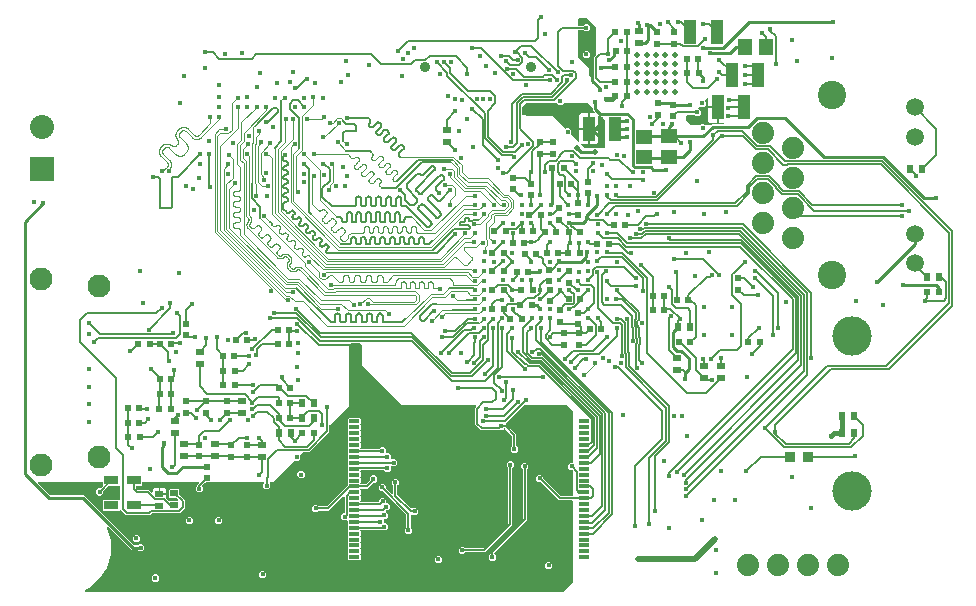
<source format=gbr>
G04 EAGLE Gerber RS-274X export*
G75*
%MOMM*%
%FSLAX34Y34*%
%LPD*%
%INBottom Copper*%
%IPPOS*%
%AMOC8*
5,1,8,0,0,1.08239X$1,22.5*%
G01*
G04 Define Apertures*
%ADD10C,0.508000*%
%ADD11C,3.327400*%
%ADD12R,0.560000X0.629100*%
%ADD13R,0.629100X0.560000*%
%ADD14C,1.879600*%
%ADD15C,2.400000*%
%ADD16C,1.500000*%
%ADD17R,0.900000X0.300000*%
%ADD18C,0.900000*%
%ADD19R,0.535100X0.644000*%
%ADD20R,0.644000X0.535100*%
%ADD21R,2.032000X2.032000*%
%ADD22C,2.032000*%
%ADD23C,1.950000*%
%ADD24R,1.079100X2.129100*%
%ADD25R,1.465300X1.164600*%
%ADD26R,1.164600X1.465300*%
%ADD27R,0.920900X0.970200*%
%ADD28R,1.204800X0.749200*%
%ADD29C,0.406400*%
%ADD30C,0.127000*%
%ADD31C,0.125000*%
%ADD32C,0.152400*%
%ADD33C,0.150000*%
%ADD34C,0.254000*%
%ADD35C,0.381000*%
%ADD36C,0.508000*%
%ADD37C,0.502400*%
%ADD38C,0.203200*%
G36*
X492340Y378470D02*
X492380Y378497D01*
X493077Y379194D01*
X495999Y379194D01*
X496696Y378497D01*
X496738Y378469D01*
X496786Y378460D01*
X502285Y378460D01*
X502335Y378470D01*
X502376Y378499D01*
X502403Y378541D01*
X502412Y378587D01*
X502412Y402537D01*
X502402Y402587D01*
X502375Y402627D01*
X499365Y405637D01*
X499323Y405665D01*
X499275Y405674D01*
X497355Y405674D01*
X497028Y406000D01*
X496986Y406028D01*
X496936Y406037D01*
X496887Y406027D01*
X496846Y405997D01*
X496819Y405954D01*
X496812Y405910D01*
X496812Y395791D01*
X489638Y395791D01*
X489638Y408214D01*
X494508Y408214D01*
X494557Y408224D01*
X494599Y408253D01*
X494626Y408295D01*
X494635Y408345D01*
X494623Y408394D01*
X494598Y408431D01*
X492252Y410777D01*
X492252Y412697D01*
X492242Y412747D01*
X492215Y412787D01*
X487717Y417285D01*
X487675Y417313D01*
X487627Y417322D01*
X467883Y417322D01*
X467834Y417312D01*
X467793Y417285D01*
X466153Y415645D01*
X463628Y415645D01*
X461989Y417285D01*
X461946Y417313D01*
X461899Y417322D01*
X436933Y417322D01*
X436883Y417312D01*
X436843Y417285D01*
X432853Y413295D01*
X432825Y413253D01*
X432816Y413205D01*
X432816Y409755D01*
X432826Y409705D01*
X432853Y409665D01*
X436589Y405929D01*
X436631Y405901D01*
X436679Y405892D01*
X458445Y405892D01*
X458488Y405874D01*
X469179Y395183D01*
X469221Y395155D01*
X469271Y395146D01*
X469320Y395157D01*
X469359Y395183D01*
X469908Y395732D01*
X472433Y395732D01*
X474218Y393947D01*
X474218Y391422D01*
X473669Y390873D01*
X473641Y390830D01*
X473632Y390781D01*
X473643Y390731D01*
X473669Y390693D01*
X480724Y383638D01*
X480766Y383610D01*
X480816Y383601D01*
X480865Y383612D01*
X480906Y383641D01*
X480933Y383684D01*
X480941Y383728D01*
X480941Y394267D01*
X488114Y394267D01*
X488114Y381843D01*
X482826Y381843D01*
X482776Y381833D01*
X482734Y381804D01*
X482707Y381762D01*
X482699Y381712D01*
X482710Y381663D01*
X482736Y381626D01*
X485865Y378497D01*
X485907Y378469D01*
X485955Y378460D01*
X492290Y378460D01*
X492340Y378470D01*
G37*
%LPC*%
G36*
X480941Y395791D02*
X480941Y406726D01*
X482428Y408214D01*
X488114Y408214D01*
X488114Y395791D01*
X480941Y395791D01*
G37*
G36*
X489638Y381843D02*
X489638Y394267D01*
X496812Y394267D01*
X496812Y383331D01*
X495324Y381843D01*
X489638Y381843D01*
G37*
%LPD*%
G36*
X467596Y3362D02*
X467837Y3525D01*
X475265Y10953D01*
X475432Y11206D01*
X475488Y11492D01*
X475488Y79787D01*
X475428Y80084D01*
X475256Y80334D01*
X475001Y80498D01*
X474726Y80549D01*
X463798Y80549D01*
X448305Y96043D01*
X448052Y96210D01*
X447766Y96266D01*
X446285Y96266D01*
X444500Y98051D01*
X444500Y100577D01*
X446285Y102362D01*
X448811Y102362D01*
X450596Y100577D01*
X450596Y99096D01*
X450656Y98799D01*
X450819Y98557D01*
X465048Y84328D01*
X465301Y84161D01*
X465587Y84105D01*
X474726Y84105D01*
X475023Y84165D01*
X475273Y84337D01*
X475437Y84592D01*
X475488Y84867D01*
X475488Y105501D01*
X475428Y105798D01*
X475265Y106040D01*
X475229Y106076D01*
X474976Y106243D01*
X474690Y106299D01*
X473209Y106299D01*
X471424Y108084D01*
X471424Y110610D01*
X473209Y112395D01*
X474726Y112395D01*
X475023Y112455D01*
X475273Y112627D01*
X475437Y112882D01*
X475488Y113157D01*
X475488Y155640D01*
X475428Y155938D01*
X475265Y156179D01*
X470631Y160813D01*
X470378Y160980D01*
X470092Y161036D01*
X434705Y161036D01*
X434407Y160976D01*
X434166Y160813D01*
X419307Y145954D01*
X419139Y145701D01*
X419084Y145403D01*
X419149Y145107D01*
X419307Y144876D01*
X427609Y136574D01*
X427609Y126673D01*
X427669Y126376D01*
X427832Y126134D01*
X429006Y124961D01*
X429006Y122435D01*
X427221Y120650D01*
X424695Y120650D01*
X422910Y122435D01*
X422910Y124961D01*
X424084Y126134D01*
X424251Y126387D01*
X424307Y126673D01*
X424307Y134891D01*
X424247Y135188D01*
X424084Y135429D01*
X418214Y141300D01*
X417961Y141467D01*
X417663Y141523D01*
X417367Y141458D01*
X417136Y141300D01*
X416045Y140208D01*
X414385Y140208D01*
X414087Y140148D01*
X413846Y139985D01*
X413688Y139827D01*
X397588Y139827D01*
X392811Y144604D01*
X392811Y158926D01*
X393620Y159735D01*
X393788Y159988D01*
X393843Y160286D01*
X393778Y160582D01*
X393603Y160830D01*
X393345Y160989D01*
X393082Y161036D01*
X331278Y161036D01*
X331246Y161041D01*
X331154Y161098D01*
X297224Y195028D01*
X297205Y195055D01*
X297180Y195160D01*
X297180Y211520D01*
X297120Y211818D01*
X296957Y212059D01*
X295244Y213772D01*
X294991Y213939D01*
X294705Y213995D01*
X288479Y213995D01*
X288181Y213935D01*
X287940Y213772D01*
X286227Y212059D01*
X286060Y211806D01*
X286004Y211520D01*
X286004Y160844D01*
X285999Y160812D01*
X285942Y160720D01*
X269590Y144368D01*
X269423Y144115D01*
X269367Y143829D01*
X269367Y138508D01*
X252652Y121793D01*
X247331Y121793D01*
X247033Y121733D01*
X246792Y121570D01*
X244502Y119280D01*
X244335Y119027D01*
X244279Y118729D01*
X244344Y118433D01*
X244502Y118203D01*
X244602Y118103D01*
X244602Y115577D01*
X242817Y113792D01*
X240292Y113792D01*
X240192Y113892D01*
X239939Y114059D01*
X239641Y114115D01*
X239344Y114050D01*
X239114Y113892D01*
X221532Y96310D01*
X221505Y96291D01*
X221400Y96266D01*
X219383Y96266D01*
X219086Y96206D01*
X218836Y96034D01*
X218672Y95779D01*
X218622Y95480D01*
X218691Y95185D01*
X218844Y94965D01*
X219456Y94354D01*
X219456Y91828D01*
X217671Y90043D01*
X215145Y90043D01*
X213360Y91828D01*
X213360Y94354D01*
X213972Y94965D01*
X214139Y95218D01*
X214195Y95516D01*
X214130Y95812D01*
X213954Y96060D01*
X213696Y96219D01*
X213433Y96266D01*
X170314Y96266D01*
X170017Y96206D01*
X169776Y96043D01*
X169413Y95680D01*
X164681Y95680D01*
X164384Y95620D01*
X164142Y95457D01*
X161814Y93129D01*
X161647Y92876D01*
X161591Y92578D01*
X161656Y92282D01*
X161814Y92051D01*
X162306Y91560D01*
X162306Y89034D01*
X160521Y87249D01*
X157995Y87249D01*
X156210Y89034D01*
X156210Y91560D01*
X157384Y92733D01*
X157551Y92986D01*
X157607Y93272D01*
X157607Y93591D01*
X158981Y94965D01*
X159148Y95218D01*
X159204Y95516D01*
X159139Y95812D01*
X158963Y96060D01*
X158705Y96219D01*
X158442Y96266D01*
X111560Y96266D01*
X111263Y96206D01*
X111013Y96034D01*
X110849Y95779D01*
X110798Y95504D01*
X110798Y93201D01*
X110203Y92606D01*
X106298Y92606D01*
X106001Y92546D01*
X105751Y92374D01*
X105587Y92119D01*
X105536Y91844D01*
X105536Y91096D01*
X105596Y90799D01*
X105759Y90557D01*
X106685Y89631D01*
X106938Y89464D01*
X107224Y89408D01*
X116273Y89408D01*
X118415Y87266D01*
X118668Y87099D01*
X118966Y87043D01*
X119262Y87108D01*
X119510Y87284D01*
X119669Y87542D01*
X119716Y87805D01*
X119716Y89829D01*
X121204Y91317D01*
X124714Y91317D01*
X124714Y85339D01*
X131236Y85339D01*
X131236Y82414D01*
X131296Y82117D01*
X131459Y81875D01*
X133321Y80014D01*
X133574Y79846D01*
X133872Y79791D01*
X134168Y79856D01*
X134398Y80014D01*
X134535Y80151D01*
X140280Y80151D01*
X140578Y80211D01*
X140828Y80382D01*
X140991Y80638D01*
X141042Y80937D01*
X140972Y81232D01*
X140819Y81451D01*
X139576Y82694D01*
X139323Y82862D01*
X139037Y82918D01*
X134535Y82918D01*
X133940Y83513D01*
X133940Y89705D01*
X134535Y90301D01*
X141817Y90301D01*
X142412Y89705D01*
X142412Y85203D01*
X142472Y84906D01*
X142635Y84664D01*
X146812Y80487D01*
X146812Y74171D01*
X142491Y69850D01*
X130615Y69850D01*
X130318Y69790D01*
X130214Y69720D01*
X119540Y69720D01*
X119242Y69659D01*
X119001Y69496D01*
X117576Y68072D01*
X97255Y68072D01*
X92977Y72350D01*
X92724Y72518D01*
X92426Y72573D01*
X92130Y72508D01*
X91899Y72350D01*
X91155Y71606D01*
X78265Y71606D01*
X77670Y72201D01*
X77670Y80535D01*
X78265Y81130D01*
X91155Y81130D01*
X91155Y81130D01*
X91408Y80962D01*
X91706Y80907D01*
X92002Y80972D01*
X92250Y81147D01*
X92409Y81405D01*
X92456Y81668D01*
X92456Y92068D01*
X92396Y92365D01*
X92224Y92615D01*
X91969Y92778D01*
X91670Y92829D01*
X91375Y92759D01*
X91155Y92606D01*
X91155Y92606D01*
X82497Y92606D01*
X82199Y92546D01*
X81958Y92383D01*
X78121Y88546D01*
X77954Y88293D01*
X77898Y88008D01*
X77898Y86347D01*
X76113Y84562D01*
X73587Y84562D01*
X71802Y86347D01*
X71802Y88873D01*
X73587Y90658D01*
X75248Y90658D01*
X75545Y90718D01*
X75786Y90881D01*
X77447Y92542D01*
X77614Y92795D01*
X77670Y93081D01*
X77670Y95504D01*
X77610Y95801D01*
X77438Y96051D01*
X77183Y96215D01*
X76908Y96266D01*
X23361Y96266D01*
X23063Y96206D01*
X22813Y96034D01*
X22650Y95779D01*
X22599Y95480D01*
X22669Y95185D01*
X22822Y94965D01*
X32728Y85059D01*
X32981Y84892D01*
X33267Y84836D01*
X61741Y84836D01*
X103681Y42895D01*
X103934Y42728D01*
X104220Y42672D01*
X107134Y42672D01*
X107431Y42732D01*
X107673Y42895D01*
X108211Y43434D01*
X110737Y43434D01*
X112522Y41649D01*
X112522Y39123D01*
X110737Y37338D01*
X108211Y37338D01*
X107673Y37877D01*
X107420Y38044D01*
X107134Y38100D01*
X102011Y38100D01*
X82214Y57897D01*
X81961Y58065D01*
X81663Y58120D01*
X81367Y58055D01*
X81119Y57880D01*
X80960Y57622D01*
X80914Y57322D01*
X80944Y57144D01*
X84074Y46483D01*
X84074Y34797D01*
X80782Y23584D01*
X74464Y13753D01*
X65632Y6100D01*
X62691Y4757D01*
X62446Y4579D01*
X62290Y4319D01*
X62247Y4019D01*
X62325Y3726D01*
X62511Y3486D01*
X62776Y3338D01*
X63008Y3302D01*
X467298Y3302D01*
X467596Y3362D01*
G37*
%LPC*%
G36*
X285329Y29811D02*
X284734Y30406D01*
X284734Y34248D01*
X284774Y34288D01*
X284942Y34541D01*
X284997Y34839D01*
X284932Y35135D01*
X284774Y35366D01*
X284734Y35406D01*
X284734Y39248D01*
X284774Y39288D01*
X284942Y39541D01*
X284997Y39839D01*
X284932Y40135D01*
X284774Y40366D01*
X284734Y40406D01*
X284734Y44248D01*
X284774Y44288D01*
X284942Y44541D01*
X284997Y44839D01*
X284932Y45135D01*
X284774Y45366D01*
X284734Y45406D01*
X284734Y49248D01*
X284774Y49288D01*
X284942Y49541D01*
X284997Y49839D01*
X284932Y50135D01*
X284774Y50366D01*
X284734Y50406D01*
X284734Y54248D01*
X284774Y54288D01*
X284942Y54541D01*
X284997Y54839D01*
X284932Y55135D01*
X284774Y55366D01*
X284734Y55406D01*
X284734Y59248D01*
X284774Y59288D01*
X284942Y59541D01*
X284997Y59839D01*
X284932Y60135D01*
X284774Y60366D01*
X284734Y60406D01*
X284734Y62738D01*
X284674Y63035D01*
X284502Y63285D01*
X284247Y63449D01*
X283972Y63500D01*
X281185Y63500D01*
X279400Y65285D01*
X279400Y67811D01*
X281185Y69596D01*
X281432Y69596D01*
X281729Y69656D01*
X281979Y69828D01*
X282143Y70083D01*
X282194Y70358D01*
X282194Y83432D01*
X282134Y83729D01*
X281962Y83979D01*
X281707Y84142D01*
X281408Y84193D01*
X281113Y84123D01*
X280893Y83970D01*
X268805Y71882D01*
X260658Y71882D01*
X260361Y71822D01*
X260119Y71659D01*
X259073Y70612D01*
X256547Y70612D01*
X254762Y72397D01*
X254762Y74923D01*
X256547Y76708D01*
X259073Y76708D01*
X260119Y75661D01*
X260372Y75494D01*
X260658Y75438D01*
X267016Y75438D01*
X267314Y75498D01*
X267555Y75661D01*
X284511Y92617D01*
X284678Y92870D01*
X284734Y93156D01*
X284734Y94248D01*
X284774Y94288D01*
X284942Y94541D01*
X284997Y94839D01*
X284932Y95135D01*
X284774Y95366D01*
X284734Y95406D01*
X284734Y99248D01*
X284774Y99288D01*
X284942Y99541D01*
X284997Y99839D01*
X284932Y100135D01*
X284774Y100366D01*
X284734Y100406D01*
X284734Y104248D01*
X284774Y104288D01*
X284942Y104541D01*
X284997Y104839D01*
X284932Y105135D01*
X284774Y105366D01*
X284734Y105406D01*
X284734Y109248D01*
X284774Y109288D01*
X284942Y109541D01*
X284997Y109839D01*
X284932Y110135D01*
X284774Y110366D01*
X284734Y110406D01*
X284734Y114248D01*
X284774Y114288D01*
X284942Y114541D01*
X284997Y114839D01*
X284932Y115135D01*
X284774Y115366D01*
X284734Y115406D01*
X284734Y119248D01*
X284774Y119288D01*
X284942Y119541D01*
X284997Y119839D01*
X284932Y120135D01*
X284774Y120366D01*
X284734Y120406D01*
X284734Y124248D01*
X284774Y124288D01*
X284942Y124541D01*
X284997Y124839D01*
X284932Y125135D01*
X284774Y125366D01*
X284734Y125406D01*
X284734Y129248D01*
X284774Y129288D01*
X284942Y129541D01*
X284997Y129839D01*
X284932Y130135D01*
X284774Y130366D01*
X284734Y130406D01*
X284734Y134248D01*
X284774Y134288D01*
X284942Y134541D01*
X284997Y134839D01*
X284932Y135135D01*
X284774Y135366D01*
X284734Y135406D01*
X284734Y139248D01*
X284774Y139288D01*
X284942Y139541D01*
X284997Y139839D01*
X284932Y140135D01*
X284774Y140366D01*
X284734Y140406D01*
X284734Y144248D01*
X284774Y144288D01*
X284942Y144541D01*
X284997Y144839D01*
X284932Y145135D01*
X284774Y145366D01*
X284734Y145406D01*
X284734Y149248D01*
X285329Y149843D01*
X295171Y149843D01*
X295766Y149248D01*
X295766Y145406D01*
X295726Y145366D01*
X295558Y145113D01*
X295503Y144815D01*
X295568Y144519D01*
X295726Y144288D01*
X295766Y144248D01*
X295766Y140406D01*
X295726Y140366D01*
X295558Y140113D01*
X295503Y139815D01*
X295568Y139519D01*
X295726Y139288D01*
X295766Y139248D01*
X295766Y135406D01*
X295726Y135366D01*
X295558Y135113D01*
X295503Y134815D01*
X295568Y134519D01*
X295726Y134288D01*
X295766Y134248D01*
X295766Y130406D01*
X295726Y130366D01*
X295558Y130113D01*
X295503Y129815D01*
X295568Y129519D01*
X295726Y129288D01*
X295766Y129248D01*
X295766Y125406D01*
X295726Y125366D01*
X295558Y125113D01*
X295503Y124815D01*
X295568Y124519D01*
X295726Y124288D01*
X295813Y124201D01*
X296066Y124034D01*
X296351Y123978D01*
X310868Y123978D01*
X311165Y124038D01*
X311407Y124201D01*
X312681Y125476D01*
X315207Y125476D01*
X316992Y123691D01*
X316992Y121158D01*
X317052Y120861D01*
X317224Y120611D01*
X317479Y120447D01*
X317754Y120396D01*
X319779Y120396D01*
X321564Y118611D01*
X321564Y116078D01*
X321624Y115781D01*
X321796Y115531D01*
X322051Y115367D01*
X322326Y115316D01*
X325113Y115316D01*
X326898Y113531D01*
X326898Y111005D01*
X325113Y109220D01*
X322576Y109220D01*
X322358Y109364D01*
X322060Y109420D01*
X321764Y109355D01*
X321516Y109179D01*
X321357Y108921D01*
X321310Y108658D01*
X321310Y106433D01*
X319525Y104648D01*
X316999Y104648D01*
X315826Y105822D01*
X315573Y105989D01*
X315287Y106045D01*
X296528Y106045D01*
X296231Y105985D01*
X295981Y105813D01*
X295817Y105558D01*
X295794Y105435D01*
X295726Y105366D01*
X295558Y105113D01*
X295503Y104815D01*
X295568Y104519D01*
X295726Y104288D01*
X295766Y104248D01*
X295766Y100406D01*
X295726Y100366D01*
X295558Y100113D01*
X295503Y99815D01*
X295568Y99519D01*
X295726Y99288D01*
X295766Y99248D01*
X295766Y95406D01*
X295766Y95406D01*
X295598Y95153D01*
X295543Y94855D01*
X295608Y94559D01*
X295783Y94311D01*
X296041Y94152D01*
X296304Y94105D01*
X300063Y94105D01*
X300360Y94165D01*
X300602Y94328D01*
X303307Y97033D01*
X303474Y97286D01*
X303530Y97572D01*
X303530Y99815D01*
X305315Y101600D01*
X307841Y101600D01*
X309626Y99815D01*
X309626Y97289D01*
X307841Y95504D01*
X307122Y95504D01*
X306825Y95444D01*
X306583Y95281D01*
X301852Y90549D01*
X296304Y90549D01*
X296007Y90489D01*
X295757Y90317D01*
X295594Y90062D01*
X295543Y89763D01*
X295613Y89468D01*
X295766Y89248D01*
X295766Y89248D01*
X295766Y85406D01*
X295726Y85366D01*
X295558Y85113D01*
X295503Y84815D01*
X295568Y84519D01*
X295726Y84288D01*
X295766Y84248D01*
X295766Y80406D01*
X295726Y80366D01*
X295558Y80113D01*
X295503Y79815D01*
X295568Y79519D01*
X295726Y79288D01*
X295813Y79201D01*
X296066Y79034D01*
X296351Y78978D01*
X310638Y78978D01*
X310935Y79038D01*
X311185Y79210D01*
X311348Y79465D01*
X311400Y79740D01*
X311400Y81023D01*
X313185Y82808D01*
X315710Y82808D01*
X317496Y81023D01*
X317496Y78857D01*
X317556Y78560D01*
X317728Y78310D01*
X317983Y78146D01*
X318258Y78095D01*
X318900Y78095D01*
X320685Y76309D01*
X320685Y73784D01*
X318900Y71999D01*
X317945Y71999D01*
X317648Y71939D01*
X317398Y71767D01*
X317234Y71512D01*
X317184Y71213D01*
X317253Y70918D01*
X317406Y70698D01*
X319024Y69081D01*
X319024Y66555D01*
X317239Y64770D01*
X315976Y64770D01*
X315679Y64710D01*
X315429Y64538D01*
X315265Y64283D01*
X315214Y64008D01*
X315214Y61976D01*
X315274Y61679D01*
X315446Y61429D01*
X315701Y61265D01*
X315976Y61214D01*
X316985Y61214D01*
X318770Y59429D01*
X318770Y56903D01*
X316985Y55118D01*
X314459Y55118D01*
X314125Y55453D01*
X313872Y55620D01*
X313586Y55676D01*
X296351Y55676D01*
X296054Y55616D01*
X295813Y55453D01*
X295726Y55366D01*
X295558Y55113D01*
X295503Y54815D01*
X295568Y54519D01*
X295726Y54288D01*
X295766Y54248D01*
X295766Y50406D01*
X295726Y50366D01*
X295558Y50113D01*
X295503Y49815D01*
X295568Y49519D01*
X295726Y49288D01*
X295766Y49248D01*
X295766Y45406D01*
X295726Y45366D01*
X295558Y45113D01*
X295503Y44815D01*
X295568Y44519D01*
X295726Y44288D01*
X295766Y44248D01*
X295766Y40406D01*
X295726Y40366D01*
X295558Y40113D01*
X295503Y39815D01*
X295568Y39519D01*
X295726Y39288D01*
X295766Y39248D01*
X295766Y35406D01*
X295726Y35366D01*
X295558Y35113D01*
X295503Y34815D01*
X295568Y34519D01*
X295726Y34288D01*
X295766Y34248D01*
X295766Y30406D01*
X295171Y29811D01*
X285329Y29811D01*
G37*
G36*
X380753Y35306D02*
X378968Y37091D01*
X378968Y39617D01*
X380753Y41402D01*
X383279Y41402D01*
X384452Y40228D01*
X384705Y40061D01*
X384991Y40005D01*
X399492Y40005D01*
X399789Y40065D01*
X400030Y40228D01*
X420528Y60726D01*
X420695Y60978D01*
X420751Y61264D01*
X420751Y107769D01*
X420691Y108066D01*
X420528Y108308D01*
X419354Y109481D01*
X419354Y112007D01*
X421139Y113792D01*
X423665Y113792D01*
X425450Y112007D01*
X425450Y109481D01*
X424276Y108308D01*
X424109Y108055D01*
X424053Y107769D01*
X424053Y59581D01*
X401175Y36703D01*
X384991Y36703D01*
X384694Y36643D01*
X384452Y36480D01*
X383279Y35306D01*
X380753Y35306D01*
G37*
G36*
X406153Y29210D02*
X404368Y30995D01*
X404368Y33521D01*
X405542Y34694D01*
X405709Y34947D01*
X405765Y35233D01*
X405765Y37701D01*
X432974Y64910D01*
X433141Y65163D01*
X433197Y65449D01*
X433197Y106245D01*
X433137Y106542D01*
X432974Y106784D01*
X431800Y107957D01*
X431800Y110483D01*
X433585Y112268D01*
X436111Y112268D01*
X437896Y110483D01*
X437896Y107957D01*
X436722Y106784D01*
X436555Y106531D01*
X436499Y106245D01*
X436499Y63765D01*
X409290Y36556D01*
X409123Y36304D01*
X409067Y36018D01*
X409067Y35233D01*
X409127Y34936D01*
X409290Y34694D01*
X410464Y33521D01*
X410464Y30995D01*
X408679Y29210D01*
X406153Y29210D01*
G37*
G36*
X244101Y99060D02*
X242316Y100845D01*
X242316Y103371D01*
X244101Y105156D01*
X246627Y105156D01*
X248412Y103371D01*
X248412Y100845D01*
X246627Y99060D01*
X244101Y99060D01*
G37*
G36*
X335033Y52070D02*
X333248Y53855D01*
X333248Y56381D01*
X334295Y57427D01*
X334462Y57680D01*
X334518Y57966D01*
X334518Y68290D01*
X334458Y68587D01*
X334295Y68829D01*
X314955Y88169D01*
X314702Y88336D01*
X314416Y88392D01*
X312935Y88392D01*
X311150Y90177D01*
X311150Y92703D01*
X312935Y94488D01*
X315461Y94488D01*
X317246Y92703D01*
X317246Y91222D01*
X317306Y90925D01*
X317469Y90683D01*
X322041Y86111D01*
X322294Y85944D01*
X322592Y85888D01*
X322888Y85953D01*
X323136Y86129D01*
X323295Y86387D01*
X323342Y86650D01*
X323342Y92910D01*
X323282Y93207D01*
X323119Y93449D01*
X322072Y94495D01*
X322072Y97021D01*
X323857Y98806D01*
X326383Y98806D01*
X328168Y97021D01*
X328168Y94495D01*
X327121Y93449D01*
X326954Y93196D01*
X326898Y92910D01*
X326898Y85634D01*
X326958Y85337D01*
X327121Y85095D01*
X338542Y73674D01*
X338795Y73507D01*
X339093Y73451D01*
X339389Y73516D01*
X339620Y73674D01*
X340367Y74422D01*
X342893Y74422D01*
X344678Y72637D01*
X344678Y70111D01*
X342893Y68326D01*
X340367Y68326D01*
X339375Y69319D01*
X339122Y69486D01*
X338824Y69542D01*
X338528Y69477D01*
X338280Y69301D01*
X338121Y69043D01*
X338074Y68780D01*
X338074Y57966D01*
X338134Y57669D01*
X338297Y57427D01*
X339344Y56381D01*
X339344Y53855D01*
X337559Y52070D01*
X335033Y52070D01*
G37*
G36*
X126238Y86863D02*
X126238Y91317D01*
X129748Y91317D01*
X131236Y89829D01*
X131236Y86863D01*
X126238Y86863D01*
G37*
G36*
X149613Y60706D02*
X147828Y62491D01*
X147828Y65017D01*
X149613Y66802D01*
X152139Y66802D01*
X153924Y65017D01*
X153924Y62491D01*
X152139Y60706D01*
X149613Y60706D01*
G37*
G36*
X174251Y60452D02*
X172466Y62237D01*
X172466Y64763D01*
X174251Y66548D01*
X176777Y66548D01*
X178562Y64763D01*
X178562Y62237D01*
X176777Y60452D01*
X174251Y60452D01*
G37*
G36*
X104655Y45212D02*
X102870Y46997D01*
X102870Y49523D01*
X104655Y51308D01*
X107181Y51308D01*
X108966Y49523D01*
X108966Y46997D01*
X107181Y45212D01*
X104655Y45212D01*
G37*
G36*
X360433Y27686D02*
X358648Y29471D01*
X358648Y31997D01*
X360433Y33782D01*
X362959Y33782D01*
X364744Y31997D01*
X364744Y29471D01*
X362959Y27686D01*
X360433Y27686D01*
G37*
G36*
X453651Y22352D02*
X451866Y24137D01*
X451866Y26663D01*
X453651Y28448D01*
X456177Y28448D01*
X457962Y26663D01*
X457962Y24137D01*
X456177Y22352D01*
X453651Y22352D01*
G37*
G36*
X211589Y14732D02*
X209804Y16517D01*
X209804Y19043D01*
X211589Y20828D01*
X214115Y20828D01*
X215900Y19043D01*
X215900Y16517D01*
X214115Y14732D01*
X211589Y14732D01*
G37*
G36*
X120657Y11684D02*
X118872Y13469D01*
X118872Y15995D01*
X120657Y17780D01*
X123183Y17780D01*
X124968Y15995D01*
X124968Y13469D01*
X123183Y11684D01*
X120657Y11684D01*
G37*
%LPD*%
G36*
X583544Y398282D02*
X583584Y398309D01*
X584059Y398784D01*
X586584Y398784D01*
X587058Y398309D01*
X587101Y398281D01*
X587148Y398272D01*
X592345Y398272D01*
X592394Y398282D01*
X592434Y398309D01*
X593159Y399034D01*
X603123Y399034D01*
X603173Y399044D01*
X603214Y399073D01*
X603241Y399115D01*
X603250Y399161D01*
X603250Y399953D01*
X603240Y400003D01*
X603211Y400044D01*
X603169Y400072D01*
X603123Y400080D01*
X598839Y400080D01*
X598839Y414028D01*
X590142Y414028D01*
X590142Y421687D01*
X590132Y421737D01*
X590103Y421779D01*
X590061Y421806D01*
X590011Y421814D01*
X589962Y421803D01*
X589925Y421777D01*
X587334Y419186D01*
X587306Y419144D01*
X587297Y419094D01*
X587308Y419045D01*
X587334Y419006D01*
X588264Y418077D01*
X588264Y415552D01*
X586479Y413766D01*
X583954Y413766D01*
X583024Y414696D01*
X582981Y414724D01*
X582932Y414733D01*
X582882Y414722D01*
X582844Y414696D01*
X580357Y412209D01*
X580329Y412166D01*
X580319Y412117D01*
X580330Y412067D01*
X580359Y412026D01*
X580403Y412000D01*
X580446Y411992D01*
X581997Y411992D01*
X583783Y410206D01*
X583783Y407681D01*
X581997Y405896D01*
X579472Y405896D01*
X578239Y407129D01*
X578197Y407156D01*
X578150Y407166D01*
X575319Y407166D01*
X575300Y407162D01*
X572569Y407162D01*
X572519Y407152D01*
X572479Y407125D01*
X571283Y405929D01*
X571255Y405887D01*
X571246Y405839D01*
X571246Y402643D01*
X571256Y402593D01*
X571283Y402553D01*
X575527Y398309D01*
X575569Y398281D01*
X575617Y398272D01*
X583495Y398272D01*
X583544Y398282D01*
G37*
%LPC*%
G36*
X591630Y400080D02*
X590142Y401568D01*
X590142Y412504D01*
X597315Y412504D01*
X597315Y400080D01*
X591630Y400080D01*
G37*
%LPD*%
G36*
X492082Y439341D02*
X492570Y439474D01*
X492967Y439787D01*
X493210Y440230D01*
X493268Y440608D01*
X493268Y456031D01*
X494674Y457438D01*
X494953Y457859D01*
X495046Y458336D01*
X495046Y480804D01*
X494945Y481299D01*
X494674Y481702D01*
X487544Y488832D01*
X487123Y489111D01*
X486646Y489204D01*
X481602Y489204D01*
X481107Y489103D01*
X480704Y488832D01*
X479924Y488052D01*
X479645Y487631D01*
X479552Y487154D01*
X479552Y483677D01*
X479653Y483182D01*
X479938Y482765D01*
X480364Y482493D01*
X480822Y482407D01*
X483903Y482407D01*
X484398Y482508D01*
X484801Y482779D01*
X485699Y483677D01*
X488224Y483677D01*
X490010Y481892D01*
X490010Y479367D01*
X488224Y477581D01*
X485699Y477581D01*
X484801Y478479D01*
X484380Y478758D01*
X483903Y478851D01*
X480822Y478851D01*
X480327Y478751D01*
X479910Y478465D01*
X479637Y478039D01*
X479552Y477581D01*
X479552Y457218D01*
X479653Y456723D01*
X479924Y456320D01*
X489401Y446843D01*
X489445Y446786D01*
X489458Y446696D01*
X489458Y440524D01*
X489559Y440028D01*
X489844Y439611D01*
X490270Y439339D01*
X490812Y439256D01*
X492082Y439341D01*
G37*
%LPC*%
G36*
X485656Y455215D02*
X483870Y457000D01*
X483870Y459525D01*
X485656Y461311D01*
X488181Y461311D01*
X489966Y459525D01*
X489966Y457000D01*
X488181Y455215D01*
X485656Y455215D01*
G37*
%LPD*%
D10*
X530098Y426466D03*
X530098Y434340D03*
X530098Y442214D03*
X530098Y450088D03*
X530098Y457962D03*
X537972Y426466D03*
X537972Y434340D03*
X537972Y442214D03*
X537972Y450088D03*
X537972Y457962D03*
X545846Y426466D03*
X545846Y434340D03*
X545846Y442214D03*
X545846Y450088D03*
X545846Y457962D03*
X553720Y426466D03*
X553720Y434340D03*
X553720Y442214D03*
X553720Y450088D03*
X553720Y457962D03*
X561594Y426466D03*
X561594Y434340D03*
X561594Y442214D03*
X561594Y450088D03*
X561594Y457962D03*
D11*
X712179Y219837D03*
X712179Y88519D03*
D12*
X441726Y308356D03*
X432034Y308356D03*
D13*
X488188Y340594D03*
X488188Y350286D03*
X479806Y239288D03*
X479806Y229596D03*
D12*
X416834Y258318D03*
X407142Y258318D03*
X461284Y307340D03*
X451592Y307340D03*
X481858Y307340D03*
X472166Y307340D03*
X510012Y313944D03*
X519704Y313944D03*
X481122Y290322D03*
X471430Y290322D03*
X424668Y298196D03*
X434360Y298196D03*
X427970Y273812D03*
X437662Y273812D03*
D13*
X456184Y258592D03*
X456184Y248900D03*
D12*
X453624Y290322D03*
X463316Y290322D03*
X581680Y454406D03*
X571988Y454406D03*
X444468Y288798D03*
X434776Y288798D03*
D13*
X455676Y275916D03*
X455676Y266224D03*
D12*
X441472Y258318D03*
X431780Y258318D03*
D13*
X472440Y274594D03*
X472440Y264902D03*
X464312Y241574D03*
X464312Y231882D03*
D12*
X408920Y308356D03*
X418612Y308356D03*
X407396Y274320D03*
X417088Y274320D03*
X407396Y290068D03*
X417088Y290068D03*
X572343Y442214D03*
X582035Y442214D03*
D13*
X560578Y415564D03*
X560578Y405872D03*
X547624Y416554D03*
X547624Y406862D03*
D14*
X624078Y26035D03*
X649478Y26035D03*
X674878Y26035D03*
X700278Y26035D03*
D12*
X481858Y251206D03*
X472166Y251206D03*
D13*
X480060Y322306D03*
X480060Y331998D03*
D12*
X440710Y245618D03*
X431018Y245618D03*
D13*
X463804Y327934D03*
X463804Y318242D03*
D12*
X496042Y297688D03*
X505734Y297688D03*
X432160Y233875D03*
X422468Y233875D03*
X407396Y242824D03*
X417088Y242824D03*
D13*
X480822Y212122D03*
X480822Y221814D03*
D12*
X499638Y225552D03*
X489946Y225552D03*
X448330Y322326D03*
X438638Y322326D03*
D13*
X447294Y383814D03*
X447294Y374122D03*
X458978Y383814D03*
X458978Y374122D03*
X468122Y221814D03*
X468122Y212122D03*
D12*
X521228Y477266D03*
X511536Y477266D03*
D14*
X636184Y391955D03*
X661584Y379255D03*
X636184Y366555D03*
X636184Y341155D03*
X636184Y315755D03*
X661584Y353855D03*
X661584Y328455D03*
X661584Y303055D03*
D15*
X695034Y271305D03*
X695034Y423305D03*
D16*
X765034Y281305D03*
X765034Y413305D03*
X765034Y388305D03*
X765034Y306305D03*
D17*
X290250Y32327D03*
X290250Y37327D03*
X290250Y42327D03*
X290250Y47327D03*
X290250Y52327D03*
X290250Y57327D03*
X290250Y62327D03*
X290250Y67327D03*
X290250Y72327D03*
X290250Y77327D03*
X290250Y82327D03*
X290250Y87327D03*
X290250Y92327D03*
X290250Y97327D03*
X290250Y102327D03*
X290250Y107327D03*
X290250Y112327D03*
X290250Y117327D03*
X290250Y122327D03*
X290250Y127327D03*
X290250Y132327D03*
X290250Y137327D03*
X290250Y142327D03*
X290250Y147327D03*
X485250Y147327D03*
X485250Y142327D03*
X485250Y137327D03*
X485250Y132327D03*
X485250Y127327D03*
X485250Y122327D03*
X485250Y117327D03*
X485250Y112327D03*
X485250Y107327D03*
X485250Y102327D03*
X485250Y97327D03*
X485250Y92327D03*
X485250Y87327D03*
X485250Y82327D03*
X485250Y77327D03*
X485250Y72327D03*
X485250Y67327D03*
X485250Y62327D03*
X485250Y57327D03*
X485250Y52327D03*
X485250Y47327D03*
X485250Y42327D03*
X485250Y37327D03*
X485250Y32327D03*
D18*
X440152Y447150D03*
X350152Y447150D03*
D19*
X713735Y151638D03*
X703585Y151638D03*
X713735Y137160D03*
X703585Y137160D03*
D20*
X195580Y164587D03*
X195580Y154437D03*
X146304Y117861D03*
X146304Y128011D03*
X172466Y117861D03*
X172466Y128011D03*
X212344Y117099D03*
X212344Y127249D03*
D19*
X236469Y137414D03*
X226319Y137414D03*
X246131Y150368D03*
X256281Y150368D03*
D20*
X159766Y206497D03*
X159766Y196347D03*
D19*
X246131Y162560D03*
X256281Y162560D03*
D12*
X785388Y257302D03*
X775696Y257302D03*
D20*
X586232Y183853D03*
X586232Y194003D03*
D12*
X574822Y214630D03*
X565130Y214630D03*
X573298Y250190D03*
X563606Y250190D03*
D20*
X138684Y137419D03*
X138684Y147569D03*
D13*
X147574Y154666D03*
X147574Y164358D03*
X165100Y154666D03*
X165100Y164358D03*
X182626Y154666D03*
X182626Y164358D03*
X159004Y127782D03*
X159004Y118090D03*
X186436Y127020D03*
X186436Y117328D03*
X199390Y127020D03*
X199390Y117328D03*
D12*
X256052Y137414D03*
X246360Y137414D03*
X226548Y150368D03*
X236240Y150368D03*
X226548Y163322D03*
X236240Y163322D03*
X226548Y175866D03*
X236240Y175866D03*
X189250Y177800D03*
X179558Y177800D03*
X189250Y190246D03*
X179558Y190246D03*
X188996Y202946D03*
X179304Y202946D03*
X225778Y212902D03*
X235470Y212902D03*
X225828Y225044D03*
X235520Y225044D03*
X199664Y215900D03*
X189972Y215900D03*
X458196Y362204D03*
X467888Y362204D03*
D13*
X424688Y343896D03*
X424688Y353588D03*
D12*
X464292Y348742D03*
X473984Y348742D03*
D13*
X439928Y339070D03*
X439928Y348762D03*
D19*
X760930Y361247D03*
X771080Y361247D03*
D12*
X520948Y422656D03*
X511256Y422656D03*
X520948Y434848D03*
X511256Y434848D03*
D20*
X531622Y477766D03*
X531622Y467616D03*
D21*
X25908Y361442D03*
D22*
X25908Y396442D03*
D13*
X148082Y229890D03*
X148082Y220198D03*
D12*
X125964Y213106D03*
X135656Y213106D03*
X125964Y183388D03*
X135656Y183388D03*
X125710Y170434D03*
X135402Y170434D03*
X125456Y157988D03*
X135148Y157988D03*
X108478Y158750D03*
X98786Y158750D03*
X108224Y146050D03*
X98532Y146050D03*
D13*
X165847Y109188D03*
X165847Y99496D03*
D12*
X117114Y213106D03*
X107422Y213106D03*
X108732Y133858D03*
X99040Y133858D03*
D23*
X74168Y261842D03*
X74168Y116842D03*
X25168Y267842D03*
X25168Y110842D03*
D24*
X609894Y440804D03*
X632394Y440804D03*
X598077Y413266D03*
X620577Y413266D03*
X511376Y395029D03*
X488876Y395029D03*
D25*
X535940Y388484D03*
X535940Y370976D03*
X556768Y388738D03*
X556768Y371230D03*
D26*
X621166Y464566D03*
X638674Y464566D03*
D13*
X547116Y467086D03*
X547116Y476778D03*
X561340Y466985D03*
X561340Y476677D03*
D12*
X521228Y447548D03*
X511536Y447548D03*
X521381Y461264D03*
X511689Y461264D03*
D20*
X600710Y194051D03*
X600710Y183901D03*
D19*
X574749Y227292D03*
X564599Y227292D03*
D20*
X563880Y201163D03*
X563880Y191013D03*
D27*
X659258Y117602D03*
X674750Y117602D03*
D24*
X597228Y477416D03*
X574728Y477416D03*
D19*
X785363Y269748D03*
X775213Y269748D03*
D13*
X615442Y268498D03*
X615442Y258806D03*
D12*
X624058Y214884D03*
X633750Y214884D03*
X552978Y253746D03*
X543286Y253746D03*
X552724Y241300D03*
X543032Y241300D03*
D28*
X84710Y76368D03*
X84710Y97368D03*
X103758Y97368D03*
X103758Y76368D03*
D20*
X138176Y76459D03*
X138176Y86609D03*
X125476Y75951D03*
X125476Y86101D03*
X368750Y394455D03*
X368750Y384305D03*
D29*
X392430Y258572D03*
D30*
X390906Y260096D01*
X370332Y260096D01*
D31*
X187452Y353822D02*
X187452Y369824D01*
X183966Y373310D01*
D29*
X183966Y373310D03*
D31*
X365897Y255661D02*
X370332Y260096D01*
X365897Y255661D02*
X355229Y255661D01*
X334518Y234950D01*
X333756Y234188D01*
X187452Y353822D02*
X181969Y348339D01*
X231789Y260721D02*
X240929Y260721D01*
X181969Y310541D02*
X181969Y348339D01*
X181969Y310541D02*
X231789Y260721D01*
D30*
X240929Y260721D02*
X270510Y231140D01*
X272221Y231140D01*
X272306Y231142D01*
X272392Y231148D01*
X272477Y231157D01*
X272561Y231171D01*
X272645Y231188D01*
X272728Y231209D01*
X272810Y231233D01*
X272890Y231261D01*
X272970Y231293D01*
X273048Y231329D01*
X273124Y231367D01*
X273198Y231410D01*
X273270Y231455D01*
X273341Y231504D01*
X273409Y231556D01*
X273474Y231610D01*
X273537Y231668D01*
X273598Y231729D01*
X273656Y231792D01*
X273710Y231857D01*
X273762Y231925D01*
X273811Y231996D01*
X273856Y232068D01*
X273899Y232142D01*
X273937Y232218D01*
X273973Y232296D01*
X274005Y232376D01*
X274033Y232456D01*
X274057Y232538D01*
X274078Y232621D01*
X274095Y232705D01*
X274109Y232789D01*
X274118Y232874D01*
X274124Y232960D01*
X274126Y233045D01*
X274126Y236855D01*
X274128Y236940D01*
X274134Y237026D01*
X274143Y237111D01*
X274157Y237195D01*
X274174Y237279D01*
X274195Y237362D01*
X274219Y237444D01*
X274247Y237524D01*
X274279Y237604D01*
X274315Y237682D01*
X274353Y237758D01*
X274396Y237832D01*
X274441Y237904D01*
X274490Y237975D01*
X274542Y238043D01*
X274596Y238108D01*
X274654Y238171D01*
X274715Y238232D01*
X274778Y238290D01*
X274843Y238344D01*
X274911Y238396D01*
X274982Y238445D01*
X275054Y238490D01*
X275128Y238533D01*
X275204Y238571D01*
X275282Y238607D01*
X275362Y238639D01*
X275442Y238667D01*
X275524Y238691D01*
X275607Y238712D01*
X275691Y238729D01*
X275775Y238743D01*
X275860Y238752D01*
X275946Y238758D01*
X276031Y238760D01*
X276716Y238760D01*
X276801Y238758D01*
X276887Y238752D01*
X276972Y238743D01*
X277056Y238729D01*
X277140Y238712D01*
X277223Y238691D01*
X277305Y238667D01*
X277385Y238639D01*
X277465Y238607D01*
X277543Y238571D01*
X277619Y238533D01*
X277693Y238490D01*
X277765Y238445D01*
X277836Y238396D01*
X277904Y238344D01*
X277969Y238290D01*
X278032Y238232D01*
X278093Y238171D01*
X278151Y238108D01*
X278205Y238043D01*
X278257Y237975D01*
X278306Y237904D01*
X278351Y237832D01*
X278394Y237758D01*
X278432Y237682D01*
X278468Y237604D01*
X278500Y237524D01*
X278528Y237444D01*
X278552Y237362D01*
X278573Y237279D01*
X278590Y237195D01*
X278604Y237111D01*
X278613Y237026D01*
X278619Y236940D01*
X278621Y236855D01*
X278621Y233045D01*
X278623Y232960D01*
X278629Y232874D01*
X278638Y232789D01*
X278652Y232705D01*
X278669Y232621D01*
X278690Y232538D01*
X278714Y232456D01*
X278742Y232376D01*
X278774Y232296D01*
X278810Y232218D01*
X278848Y232142D01*
X278891Y232068D01*
X278936Y231996D01*
X278985Y231925D01*
X279037Y231857D01*
X279091Y231792D01*
X279149Y231729D01*
X279210Y231668D01*
X279273Y231610D01*
X279338Y231556D01*
X279406Y231504D01*
X279477Y231455D01*
X279549Y231410D01*
X279623Y231367D01*
X279699Y231329D01*
X279777Y231293D01*
X279857Y231261D01*
X279937Y231233D01*
X280019Y231209D01*
X280102Y231188D01*
X280186Y231171D01*
X280270Y231157D01*
X280355Y231148D01*
X280441Y231142D01*
X280526Y231140D01*
X281211Y231140D01*
X281296Y231142D01*
X281382Y231148D01*
X281467Y231157D01*
X281551Y231171D01*
X281635Y231188D01*
X281718Y231209D01*
X281800Y231233D01*
X281880Y231261D01*
X281960Y231293D01*
X282038Y231329D01*
X282114Y231367D01*
X282188Y231410D01*
X282260Y231455D01*
X282331Y231504D01*
X282399Y231556D01*
X282464Y231610D01*
X282527Y231668D01*
X282588Y231729D01*
X282646Y231792D01*
X282700Y231857D01*
X282752Y231925D01*
X282801Y231996D01*
X282846Y232068D01*
X282889Y232142D01*
X282927Y232218D01*
X282963Y232296D01*
X282995Y232376D01*
X283023Y232456D01*
X283047Y232538D01*
X283068Y232621D01*
X283085Y232705D01*
X283099Y232789D01*
X283108Y232874D01*
X283114Y232960D01*
X283116Y233045D01*
X283116Y236855D01*
X283118Y236940D01*
X283124Y237026D01*
X283133Y237111D01*
X283147Y237195D01*
X283164Y237279D01*
X283185Y237362D01*
X283209Y237444D01*
X283237Y237524D01*
X283269Y237604D01*
X283305Y237682D01*
X283343Y237758D01*
X283386Y237832D01*
X283431Y237904D01*
X283480Y237975D01*
X283532Y238043D01*
X283586Y238108D01*
X283644Y238171D01*
X283705Y238232D01*
X283768Y238290D01*
X283833Y238344D01*
X283901Y238396D01*
X283972Y238445D01*
X284044Y238490D01*
X284118Y238533D01*
X284194Y238571D01*
X284272Y238607D01*
X284352Y238639D01*
X284432Y238667D01*
X284514Y238691D01*
X284597Y238712D01*
X284681Y238729D01*
X284765Y238743D01*
X284850Y238752D01*
X284936Y238758D01*
X285021Y238760D01*
X285705Y238760D01*
X285790Y238758D01*
X285876Y238752D01*
X285961Y238743D01*
X286045Y238729D01*
X286129Y238712D01*
X286212Y238691D01*
X286294Y238667D01*
X286374Y238639D01*
X286454Y238607D01*
X286532Y238571D01*
X286608Y238533D01*
X286682Y238490D01*
X286754Y238445D01*
X286825Y238396D01*
X286893Y238344D01*
X286958Y238290D01*
X287021Y238232D01*
X287082Y238171D01*
X287140Y238108D01*
X287194Y238043D01*
X287246Y237975D01*
X287295Y237904D01*
X287340Y237832D01*
X287383Y237758D01*
X287421Y237682D01*
X287457Y237604D01*
X287489Y237524D01*
X287517Y237444D01*
X287541Y237362D01*
X287562Y237279D01*
X287579Y237195D01*
X287593Y237111D01*
X287602Y237026D01*
X287608Y236940D01*
X287610Y236855D01*
X287610Y233045D01*
X287612Y232960D01*
X287618Y232874D01*
X287627Y232789D01*
X287641Y232705D01*
X287658Y232621D01*
X287679Y232538D01*
X287703Y232456D01*
X287731Y232376D01*
X287763Y232296D01*
X287799Y232218D01*
X287837Y232142D01*
X287880Y232068D01*
X287925Y231996D01*
X287974Y231925D01*
X288026Y231857D01*
X288080Y231792D01*
X288138Y231729D01*
X288199Y231668D01*
X288262Y231610D01*
X288327Y231556D01*
X288395Y231504D01*
X288466Y231455D01*
X288538Y231410D01*
X288612Y231367D01*
X288688Y231329D01*
X288766Y231293D01*
X288846Y231261D01*
X288926Y231233D01*
X289008Y231209D01*
X289091Y231188D01*
X289175Y231171D01*
X289259Y231157D01*
X289344Y231148D01*
X289430Y231142D01*
X289515Y231140D01*
X290200Y231140D01*
X290285Y231142D01*
X290371Y231148D01*
X290456Y231157D01*
X290540Y231171D01*
X290624Y231188D01*
X290707Y231209D01*
X290789Y231233D01*
X290869Y231261D01*
X290949Y231293D01*
X291027Y231329D01*
X291103Y231367D01*
X291177Y231410D01*
X291249Y231455D01*
X291320Y231504D01*
X291388Y231556D01*
X291453Y231610D01*
X291516Y231668D01*
X291577Y231729D01*
X291635Y231792D01*
X291689Y231857D01*
X291741Y231925D01*
X291790Y231996D01*
X291835Y232068D01*
X291878Y232142D01*
X291916Y232218D01*
X291952Y232296D01*
X291984Y232376D01*
X292012Y232456D01*
X292036Y232538D01*
X292057Y232621D01*
X292074Y232705D01*
X292088Y232789D01*
X292097Y232874D01*
X292103Y232960D01*
X292105Y233045D01*
X292105Y236855D01*
X292107Y236940D01*
X292113Y237026D01*
X292122Y237111D01*
X292136Y237195D01*
X292153Y237279D01*
X292174Y237362D01*
X292198Y237444D01*
X292226Y237524D01*
X292258Y237604D01*
X292294Y237682D01*
X292332Y237758D01*
X292375Y237832D01*
X292420Y237904D01*
X292469Y237975D01*
X292521Y238043D01*
X292575Y238108D01*
X292633Y238171D01*
X292694Y238232D01*
X292757Y238290D01*
X292822Y238344D01*
X292890Y238396D01*
X292961Y238445D01*
X293033Y238490D01*
X293107Y238533D01*
X293183Y238571D01*
X293261Y238607D01*
X293341Y238639D01*
X293421Y238667D01*
X293503Y238691D01*
X293586Y238712D01*
X293670Y238729D01*
X293754Y238743D01*
X293839Y238752D01*
X293925Y238758D01*
X294010Y238760D01*
X294695Y238760D01*
X294780Y238758D01*
X294866Y238752D01*
X294951Y238743D01*
X295035Y238729D01*
X295119Y238712D01*
X295202Y238691D01*
X295284Y238667D01*
X295364Y238639D01*
X295444Y238607D01*
X295522Y238571D01*
X295598Y238533D01*
X295672Y238490D01*
X295744Y238445D01*
X295815Y238396D01*
X295883Y238344D01*
X295948Y238290D01*
X296011Y238232D01*
X296072Y238171D01*
X296130Y238108D01*
X296184Y238043D01*
X296236Y237975D01*
X296285Y237904D01*
X296330Y237832D01*
X296373Y237758D01*
X296411Y237682D01*
X296447Y237604D01*
X296479Y237524D01*
X296507Y237444D01*
X296531Y237362D01*
X296552Y237279D01*
X296569Y237195D01*
X296583Y237111D01*
X296592Y237026D01*
X296598Y236940D01*
X296600Y236855D01*
X296600Y233045D01*
X296602Y232960D01*
X296608Y232874D01*
X296617Y232789D01*
X296631Y232705D01*
X296648Y232621D01*
X296669Y232538D01*
X296693Y232456D01*
X296721Y232376D01*
X296753Y232296D01*
X296789Y232218D01*
X296827Y232142D01*
X296870Y232068D01*
X296915Y231996D01*
X296964Y231925D01*
X297016Y231857D01*
X297070Y231792D01*
X297128Y231729D01*
X297189Y231668D01*
X297252Y231610D01*
X297317Y231556D01*
X297385Y231504D01*
X297456Y231455D01*
X297528Y231410D01*
X297602Y231367D01*
X297678Y231329D01*
X297756Y231293D01*
X297836Y231261D01*
X297916Y231233D01*
X297998Y231209D01*
X298081Y231188D01*
X298165Y231171D01*
X298249Y231157D01*
X298334Y231148D01*
X298420Y231142D01*
X298505Y231140D01*
X299190Y231140D01*
X299275Y231142D01*
X299361Y231148D01*
X299446Y231157D01*
X299530Y231171D01*
X299614Y231188D01*
X299697Y231209D01*
X299779Y231233D01*
X299859Y231261D01*
X299939Y231293D01*
X300017Y231329D01*
X300093Y231367D01*
X300167Y231410D01*
X300239Y231455D01*
X300310Y231504D01*
X300378Y231556D01*
X300443Y231610D01*
X300506Y231668D01*
X300567Y231729D01*
X300625Y231792D01*
X300679Y231857D01*
X300731Y231925D01*
X300780Y231996D01*
X300825Y232068D01*
X300868Y232142D01*
X300906Y232218D01*
X300942Y232296D01*
X300974Y232376D01*
X301002Y232456D01*
X301026Y232538D01*
X301047Y232621D01*
X301064Y232705D01*
X301078Y232789D01*
X301087Y232874D01*
X301093Y232960D01*
X301095Y233045D01*
X301095Y236855D01*
X301097Y236940D01*
X301103Y237026D01*
X301112Y237111D01*
X301126Y237195D01*
X301143Y237279D01*
X301164Y237362D01*
X301188Y237444D01*
X301216Y237524D01*
X301248Y237604D01*
X301284Y237682D01*
X301322Y237758D01*
X301365Y237832D01*
X301410Y237904D01*
X301459Y237975D01*
X301511Y238043D01*
X301565Y238108D01*
X301623Y238171D01*
X301684Y238232D01*
X301747Y238290D01*
X301812Y238344D01*
X301880Y238396D01*
X301951Y238445D01*
X302023Y238490D01*
X302097Y238533D01*
X302173Y238571D01*
X302251Y238607D01*
X302331Y238639D01*
X302411Y238667D01*
X302493Y238691D01*
X302576Y238712D01*
X302660Y238729D01*
X302744Y238743D01*
X302829Y238752D01*
X302915Y238758D01*
X303000Y238760D01*
X303684Y238760D01*
X303769Y238758D01*
X303855Y238752D01*
X303940Y238743D01*
X304024Y238729D01*
X304108Y238712D01*
X304191Y238691D01*
X304273Y238667D01*
X304353Y238639D01*
X304433Y238607D01*
X304511Y238571D01*
X304587Y238533D01*
X304661Y238490D01*
X304733Y238445D01*
X304804Y238396D01*
X304872Y238344D01*
X304937Y238290D01*
X305000Y238232D01*
X305061Y238171D01*
X305119Y238108D01*
X305173Y238043D01*
X305225Y237975D01*
X305274Y237904D01*
X305319Y237832D01*
X305362Y237758D01*
X305400Y237682D01*
X305436Y237604D01*
X305468Y237524D01*
X305496Y237444D01*
X305520Y237362D01*
X305541Y237279D01*
X305558Y237195D01*
X305572Y237111D01*
X305581Y237026D01*
X305587Y236940D01*
X305589Y236855D01*
X305589Y233045D01*
X305591Y232960D01*
X305597Y232874D01*
X305606Y232789D01*
X305620Y232705D01*
X305637Y232621D01*
X305658Y232538D01*
X305682Y232456D01*
X305710Y232376D01*
X305742Y232296D01*
X305778Y232218D01*
X305816Y232142D01*
X305859Y232068D01*
X305904Y231996D01*
X305953Y231925D01*
X306005Y231857D01*
X306059Y231792D01*
X306117Y231729D01*
X306178Y231668D01*
X306241Y231610D01*
X306306Y231556D01*
X306374Y231504D01*
X306445Y231455D01*
X306517Y231410D01*
X306591Y231367D01*
X306667Y231329D01*
X306745Y231293D01*
X306825Y231261D01*
X306905Y231233D01*
X306987Y231209D01*
X307070Y231188D01*
X307154Y231171D01*
X307238Y231157D01*
X307323Y231148D01*
X307409Y231142D01*
X307494Y231140D01*
X308179Y231140D01*
X308264Y231142D01*
X308350Y231148D01*
X308435Y231157D01*
X308519Y231171D01*
X308603Y231188D01*
X308686Y231209D01*
X308768Y231233D01*
X308848Y231261D01*
X308928Y231293D01*
X309006Y231329D01*
X309082Y231367D01*
X309156Y231410D01*
X309228Y231455D01*
X309299Y231504D01*
X309367Y231556D01*
X309432Y231610D01*
X309495Y231668D01*
X309556Y231729D01*
X309614Y231792D01*
X309668Y231857D01*
X309720Y231925D01*
X309769Y231996D01*
X309814Y232068D01*
X309857Y232142D01*
X309895Y232218D01*
X309931Y232296D01*
X309963Y232376D01*
X309991Y232456D01*
X310015Y232538D01*
X310036Y232621D01*
X310053Y232705D01*
X310067Y232789D01*
X310076Y232874D01*
X310082Y232960D01*
X310084Y233045D01*
X310084Y236855D01*
X310086Y236940D01*
X310092Y237026D01*
X310101Y237111D01*
X310115Y237195D01*
X310132Y237279D01*
X310153Y237362D01*
X310177Y237444D01*
X310205Y237524D01*
X310237Y237604D01*
X310273Y237682D01*
X310311Y237758D01*
X310354Y237832D01*
X310399Y237904D01*
X310448Y237975D01*
X310500Y238043D01*
X310554Y238108D01*
X310612Y238171D01*
X310673Y238232D01*
X310736Y238290D01*
X310801Y238344D01*
X310869Y238396D01*
X310940Y238445D01*
X311012Y238490D01*
X311086Y238533D01*
X311162Y238571D01*
X311240Y238607D01*
X311320Y238639D01*
X311400Y238667D01*
X311482Y238691D01*
X311565Y238712D01*
X311649Y238729D01*
X311733Y238743D01*
X311818Y238752D01*
X311904Y238758D01*
X311989Y238760D01*
X312674Y238760D01*
X312759Y238758D01*
X312845Y238752D01*
X312930Y238743D01*
X313014Y238729D01*
X313098Y238712D01*
X313181Y238691D01*
X313263Y238667D01*
X313343Y238639D01*
X313423Y238607D01*
X313501Y238571D01*
X313577Y238533D01*
X313651Y238490D01*
X313723Y238445D01*
X313794Y238396D01*
X313862Y238344D01*
X313927Y238290D01*
X313990Y238232D01*
X314051Y238171D01*
X314109Y238108D01*
X314163Y238043D01*
X314215Y237975D01*
X314264Y237904D01*
X314309Y237832D01*
X314352Y237758D01*
X314390Y237682D01*
X314426Y237604D01*
X314458Y237524D01*
X314486Y237444D01*
X314510Y237362D01*
X314531Y237279D01*
X314548Y237195D01*
X314562Y237111D01*
X314571Y237026D01*
X314577Y236940D01*
X314579Y236855D01*
X314579Y233045D01*
X314581Y232960D01*
X314587Y232874D01*
X314596Y232789D01*
X314610Y232705D01*
X314627Y232621D01*
X314648Y232538D01*
X314672Y232456D01*
X314700Y232376D01*
X314732Y232296D01*
X314768Y232218D01*
X314806Y232142D01*
X314849Y232068D01*
X314894Y231996D01*
X314943Y231925D01*
X314995Y231857D01*
X315049Y231792D01*
X315107Y231729D01*
X315168Y231668D01*
X315231Y231610D01*
X315296Y231556D01*
X315364Y231504D01*
X315435Y231455D01*
X315507Y231410D01*
X315581Y231367D01*
X315657Y231329D01*
X315735Y231293D01*
X315815Y231261D01*
X315895Y231233D01*
X315977Y231209D01*
X316060Y231188D01*
X316144Y231171D01*
X316228Y231157D01*
X316313Y231148D01*
X316399Y231142D01*
X316484Y231140D01*
X330708Y231140D01*
X334518Y234950D01*
D29*
X400050Y258572D03*
D31*
X396240Y254762D01*
X176792Y309309D02*
X176792Y380474D01*
X388620Y254762D02*
X396240Y254762D01*
X367284Y252476D02*
X356616Y252476D01*
X332212Y228072D01*
X367284Y252476D02*
X372628Y257820D01*
X385562Y257820D02*
X388620Y254762D01*
X385562Y257820D02*
X372628Y257820D01*
X235455Y253863D02*
X232238Y253863D01*
X176792Y309309D01*
X235455Y253863D02*
X240281Y249037D01*
X246754Y249037D01*
X267719Y228072D02*
X332212Y228072D01*
X267719Y228072D02*
X246754Y249037D01*
D29*
X191978Y413212D03*
D31*
X191978Y395660D02*
X176792Y380474D01*
X191978Y395660D02*
X191978Y413212D01*
D29*
X238506Y257048D03*
D31*
X232257Y257048D01*
X179703Y309603D01*
D29*
X183612Y365383D03*
D31*
X179703Y361474D02*
X179703Y309603D01*
X179703Y361474D02*
X183612Y365383D01*
D29*
X233934Y250190D03*
D31*
X174498Y388874D02*
X176784Y391160D01*
X186690Y417068D02*
X191204Y421582D01*
X191966Y421582D01*
D29*
X191966Y421582D03*
D31*
X232706Y250190D02*
X233934Y250190D01*
X174498Y308398D02*
X174498Y388874D01*
X174498Y308398D02*
X232706Y250190D01*
X186690Y394402D02*
X186690Y417068D01*
X186690Y394402D02*
X183448Y391160D01*
X176784Y391160D01*
D29*
X392430Y250952D03*
D30*
X391668Y250190D01*
X384810Y250190D01*
D31*
X172232Y307460D02*
X172232Y391083D01*
X219526Y260166D02*
X219526Y257880D01*
X219526Y260166D02*
X172232Y307460D01*
X377190Y250190D02*
X384810Y250190D01*
X377190Y250190D02*
X374142Y253238D01*
D29*
X374142Y253238D03*
X219526Y257880D03*
X182161Y395067D03*
D31*
X176216Y395067D01*
X172232Y391083D01*
D29*
X400050Y250952D03*
D31*
X396240Y247142D01*
D29*
X215968Y413580D03*
D31*
X215968Y410786D01*
X196733Y391551D02*
X196733Y384638D01*
X193548Y381453D01*
X196733Y391551D02*
X215968Y410786D01*
X193548Y369062D02*
X196636Y365974D01*
X193548Y369062D02*
X193548Y381453D01*
X243683Y268321D02*
X261971Y250033D01*
X285593Y250033D01*
X285750Y250190D01*
X289941Y245999D01*
D29*
X289941Y245999D03*
X357632Y240437D03*
D31*
X360781Y247142D02*
X396240Y247142D01*
X243683Y268321D02*
X234091Y268321D01*
X196636Y305776D02*
X196636Y365974D01*
X196636Y305776D02*
X234091Y268321D01*
D30*
X357378Y240437D02*
X357632Y240437D01*
X357378Y240437D02*
X349351Y232410D01*
X347472Y232410D01*
X345694Y234188D01*
X345694Y236474D01*
X356362Y247142D01*
X360781Y247142D01*
D29*
X392430Y242570D03*
D30*
X391668Y241808D01*
X373380Y241808D01*
D29*
X355854Y232664D03*
D31*
X364998Y241808D02*
X373380Y241808D01*
X364998Y241808D02*
X355854Y232664D01*
D29*
X189748Y349622D03*
D31*
X232425Y263290D02*
X241700Y263290D01*
X184464Y344338D02*
X189748Y349622D01*
X184464Y344338D02*
X184464Y311251D01*
X232425Y263290D01*
D29*
X276606Y242697D03*
D31*
X262293Y242697D01*
X241700Y263290D01*
D29*
X207777Y413771D03*
D31*
X194467Y400461D01*
X194467Y385577D01*
X261033Y247162D02*
X278892Y247162D01*
D29*
X400050Y242570D03*
D31*
X396240Y238760D01*
D29*
X320040Y237998D03*
D31*
X316738Y241300D01*
X284754Y241300D01*
X278892Y247162D01*
X233363Y265556D02*
X193588Y305331D01*
X233363Y265556D02*
X242639Y265556D01*
X193588Y305331D02*
X193588Y309420D01*
X193586Y309505D01*
X193580Y309590D01*
X193571Y309674D01*
X193558Y309758D01*
X193540Y309842D01*
X193520Y309924D01*
X193495Y310006D01*
X193467Y310086D01*
X193436Y310165D01*
X193400Y310242D01*
X193362Y310318D01*
X193320Y310392D01*
X193275Y310464D01*
X193226Y310534D01*
X193175Y310602D01*
X193120Y310667D01*
X193063Y310730D01*
X193003Y310790D01*
X192940Y310847D01*
X192875Y310902D01*
X192807Y310953D01*
X192737Y311002D01*
X192665Y311047D01*
X192591Y311089D01*
X192515Y311127D01*
X192438Y311163D01*
X192359Y311194D01*
X192279Y311222D01*
X192197Y311247D01*
X192115Y311267D01*
X192031Y311285D01*
X191947Y311298D01*
X191863Y311307D01*
X191778Y311313D01*
X191693Y311315D01*
X189708Y311315D01*
X189623Y311317D01*
X189538Y311323D01*
X189454Y311332D01*
X189370Y311345D01*
X189286Y311363D01*
X189204Y311383D01*
X189122Y311408D01*
X189042Y311436D01*
X188963Y311467D01*
X188886Y311503D01*
X188810Y311541D01*
X188736Y311583D01*
X188664Y311628D01*
X188594Y311677D01*
X188526Y311728D01*
X188461Y311783D01*
X188398Y311840D01*
X188338Y311900D01*
X188281Y311963D01*
X188226Y312028D01*
X188175Y312096D01*
X188126Y312166D01*
X188081Y312238D01*
X188039Y312312D01*
X188001Y312388D01*
X187965Y312465D01*
X187934Y312544D01*
X187906Y312624D01*
X187881Y312706D01*
X187861Y312788D01*
X187843Y312872D01*
X187830Y312956D01*
X187821Y313040D01*
X187815Y313125D01*
X187813Y313210D01*
X187813Y313916D01*
X187815Y314001D01*
X187821Y314086D01*
X187830Y314170D01*
X187843Y314254D01*
X187861Y314338D01*
X187881Y314420D01*
X187906Y314502D01*
X187934Y314582D01*
X187965Y314661D01*
X188001Y314738D01*
X188039Y314814D01*
X188081Y314888D01*
X188126Y314960D01*
X188175Y315030D01*
X188226Y315098D01*
X188281Y315163D01*
X188338Y315226D01*
X188398Y315286D01*
X188461Y315343D01*
X188526Y315398D01*
X188594Y315449D01*
X188664Y315498D01*
X188736Y315543D01*
X188810Y315585D01*
X188886Y315623D01*
X188963Y315659D01*
X189042Y315690D01*
X189122Y315718D01*
X189204Y315743D01*
X189286Y315763D01*
X189370Y315781D01*
X189454Y315794D01*
X189538Y315803D01*
X189623Y315809D01*
X189708Y315811D01*
X191693Y315811D01*
X191778Y315813D01*
X191863Y315819D01*
X191947Y315828D01*
X192031Y315841D01*
X192115Y315859D01*
X192197Y315879D01*
X192279Y315904D01*
X192359Y315932D01*
X192438Y315963D01*
X192515Y315999D01*
X192591Y316037D01*
X192665Y316079D01*
X192737Y316124D01*
X192807Y316173D01*
X192875Y316224D01*
X192940Y316279D01*
X193003Y316336D01*
X193063Y316396D01*
X193120Y316459D01*
X193175Y316524D01*
X193226Y316592D01*
X193275Y316662D01*
X193320Y316734D01*
X193362Y316808D01*
X193400Y316884D01*
X193436Y316961D01*
X193467Y317040D01*
X193495Y317120D01*
X193520Y317202D01*
X193540Y317284D01*
X193558Y317368D01*
X193571Y317452D01*
X193580Y317536D01*
X193586Y317621D01*
X193588Y317706D01*
X193588Y318411D01*
X193586Y318496D01*
X193580Y318581D01*
X193571Y318665D01*
X193558Y318749D01*
X193540Y318833D01*
X193520Y318915D01*
X193495Y318997D01*
X193467Y319077D01*
X193436Y319156D01*
X193400Y319233D01*
X193362Y319309D01*
X193320Y319383D01*
X193275Y319455D01*
X193226Y319525D01*
X193175Y319593D01*
X193120Y319658D01*
X193063Y319721D01*
X193003Y319781D01*
X192940Y319838D01*
X192875Y319893D01*
X192807Y319944D01*
X192737Y319993D01*
X192665Y320038D01*
X192591Y320080D01*
X192515Y320118D01*
X192438Y320154D01*
X192359Y320185D01*
X192279Y320213D01*
X192197Y320238D01*
X192115Y320258D01*
X192031Y320276D01*
X191947Y320289D01*
X191863Y320298D01*
X191778Y320304D01*
X191693Y320306D01*
X189708Y320306D01*
X189623Y320308D01*
X189538Y320314D01*
X189454Y320323D01*
X189370Y320336D01*
X189286Y320354D01*
X189204Y320374D01*
X189122Y320399D01*
X189042Y320427D01*
X188963Y320458D01*
X188886Y320494D01*
X188810Y320532D01*
X188736Y320574D01*
X188664Y320619D01*
X188594Y320668D01*
X188526Y320719D01*
X188461Y320774D01*
X188398Y320831D01*
X188338Y320891D01*
X188281Y320954D01*
X188226Y321019D01*
X188175Y321087D01*
X188126Y321157D01*
X188081Y321229D01*
X188039Y321303D01*
X188001Y321379D01*
X187965Y321456D01*
X187934Y321535D01*
X187906Y321615D01*
X187881Y321697D01*
X187861Y321779D01*
X187843Y321863D01*
X187830Y321947D01*
X187821Y322031D01*
X187815Y322116D01*
X187813Y322201D01*
X187813Y322906D01*
X187815Y322991D01*
X187821Y323076D01*
X187830Y323160D01*
X187843Y323244D01*
X187861Y323328D01*
X187881Y323410D01*
X187906Y323492D01*
X187934Y323572D01*
X187965Y323651D01*
X188001Y323728D01*
X188039Y323804D01*
X188081Y323878D01*
X188126Y323950D01*
X188175Y324020D01*
X188226Y324088D01*
X188281Y324153D01*
X188338Y324216D01*
X188398Y324276D01*
X188461Y324333D01*
X188526Y324388D01*
X188594Y324439D01*
X188664Y324488D01*
X188736Y324533D01*
X188810Y324575D01*
X188886Y324613D01*
X188963Y324649D01*
X189042Y324680D01*
X189122Y324708D01*
X189204Y324733D01*
X189286Y324753D01*
X189370Y324771D01*
X189454Y324784D01*
X189538Y324793D01*
X189623Y324799D01*
X189708Y324801D01*
X191693Y324801D01*
X191778Y324803D01*
X191863Y324809D01*
X191947Y324818D01*
X192031Y324831D01*
X192115Y324849D01*
X192197Y324869D01*
X192279Y324894D01*
X192359Y324922D01*
X192438Y324953D01*
X192515Y324989D01*
X192591Y325027D01*
X192665Y325069D01*
X192737Y325114D01*
X192807Y325163D01*
X192875Y325214D01*
X192940Y325269D01*
X193003Y325326D01*
X193063Y325386D01*
X193120Y325449D01*
X193175Y325514D01*
X193226Y325582D01*
X193275Y325652D01*
X193320Y325724D01*
X193362Y325798D01*
X193400Y325874D01*
X193436Y325951D01*
X193467Y326030D01*
X193495Y326110D01*
X193520Y326192D01*
X193540Y326274D01*
X193558Y326358D01*
X193571Y326442D01*
X193580Y326526D01*
X193586Y326611D01*
X193588Y326696D01*
X193588Y327402D01*
X193586Y327487D01*
X193580Y327572D01*
X193571Y327656D01*
X193558Y327740D01*
X193540Y327824D01*
X193520Y327906D01*
X193495Y327988D01*
X193467Y328068D01*
X193436Y328147D01*
X193400Y328224D01*
X193362Y328300D01*
X193320Y328374D01*
X193275Y328446D01*
X193226Y328516D01*
X193175Y328584D01*
X193120Y328649D01*
X193063Y328712D01*
X193003Y328772D01*
X192940Y328829D01*
X192875Y328884D01*
X192807Y328935D01*
X192737Y328984D01*
X192665Y329029D01*
X192591Y329071D01*
X192515Y329109D01*
X192438Y329145D01*
X192359Y329176D01*
X192279Y329204D01*
X192197Y329229D01*
X192115Y329249D01*
X192031Y329267D01*
X191947Y329280D01*
X191863Y329289D01*
X191778Y329295D01*
X191693Y329297D01*
X189708Y329297D01*
X189623Y329299D01*
X189538Y329305D01*
X189454Y329314D01*
X189370Y329327D01*
X189286Y329345D01*
X189204Y329365D01*
X189122Y329390D01*
X189042Y329418D01*
X188963Y329449D01*
X188886Y329485D01*
X188810Y329523D01*
X188736Y329565D01*
X188664Y329610D01*
X188594Y329659D01*
X188526Y329710D01*
X188461Y329765D01*
X188398Y329822D01*
X188338Y329882D01*
X188281Y329945D01*
X188226Y330010D01*
X188175Y330078D01*
X188126Y330148D01*
X188081Y330220D01*
X188039Y330294D01*
X188001Y330370D01*
X187965Y330447D01*
X187934Y330526D01*
X187906Y330606D01*
X187881Y330688D01*
X187861Y330770D01*
X187843Y330854D01*
X187830Y330938D01*
X187821Y331022D01*
X187815Y331107D01*
X187813Y331192D01*
X187813Y331897D01*
X187815Y331982D01*
X187821Y332067D01*
X187830Y332151D01*
X187843Y332235D01*
X187861Y332319D01*
X187881Y332401D01*
X187906Y332483D01*
X187934Y332563D01*
X187965Y332642D01*
X188001Y332719D01*
X188039Y332795D01*
X188081Y332869D01*
X188126Y332941D01*
X188175Y333011D01*
X188226Y333079D01*
X188281Y333144D01*
X188338Y333207D01*
X188398Y333267D01*
X188461Y333324D01*
X188526Y333379D01*
X188594Y333430D01*
X188664Y333479D01*
X188736Y333524D01*
X188810Y333566D01*
X188886Y333604D01*
X188963Y333640D01*
X189042Y333671D01*
X189122Y333699D01*
X189204Y333724D01*
X189286Y333744D01*
X189370Y333762D01*
X189454Y333775D01*
X189538Y333784D01*
X189623Y333790D01*
X189708Y333792D01*
X191693Y333792D01*
X191778Y333794D01*
X191863Y333800D01*
X191947Y333809D01*
X192031Y333822D01*
X192115Y333840D01*
X192197Y333860D01*
X192279Y333885D01*
X192359Y333913D01*
X192438Y333944D01*
X192515Y333980D01*
X192591Y334018D01*
X192665Y334060D01*
X192737Y334105D01*
X192807Y334154D01*
X192875Y334205D01*
X192940Y334260D01*
X193003Y334317D01*
X193063Y334377D01*
X193120Y334440D01*
X193175Y334505D01*
X193226Y334573D01*
X193275Y334643D01*
X193320Y334715D01*
X193362Y334789D01*
X193400Y334865D01*
X193436Y334942D01*
X193467Y335021D01*
X193495Y335101D01*
X193520Y335183D01*
X193540Y335265D01*
X193558Y335349D01*
X193571Y335433D01*
X193580Y335517D01*
X193586Y335602D01*
X193588Y335687D01*
X193588Y336393D01*
X193586Y336478D01*
X193580Y336563D01*
X193571Y336647D01*
X193558Y336731D01*
X193540Y336815D01*
X193520Y336897D01*
X193495Y336979D01*
X193467Y337059D01*
X193436Y337138D01*
X193400Y337215D01*
X193362Y337291D01*
X193320Y337365D01*
X193275Y337437D01*
X193226Y337507D01*
X193175Y337575D01*
X193120Y337640D01*
X193063Y337703D01*
X193003Y337763D01*
X192940Y337820D01*
X192875Y337875D01*
X192807Y337926D01*
X192737Y337975D01*
X192665Y338020D01*
X192591Y338062D01*
X192515Y338100D01*
X192438Y338136D01*
X192359Y338167D01*
X192279Y338195D01*
X192197Y338220D01*
X192115Y338240D01*
X192031Y338258D01*
X191947Y338271D01*
X191863Y338280D01*
X191778Y338286D01*
X191693Y338288D01*
X189708Y338288D01*
X189623Y338290D01*
X189538Y338296D01*
X189454Y338305D01*
X189370Y338318D01*
X189286Y338336D01*
X189204Y338356D01*
X189122Y338381D01*
X189042Y338409D01*
X188963Y338440D01*
X188886Y338476D01*
X188810Y338514D01*
X188736Y338556D01*
X188664Y338601D01*
X188594Y338650D01*
X188526Y338701D01*
X188461Y338756D01*
X188398Y338813D01*
X188338Y338873D01*
X188281Y338936D01*
X188226Y339001D01*
X188175Y339069D01*
X188126Y339139D01*
X188081Y339211D01*
X188039Y339285D01*
X188001Y339361D01*
X187965Y339438D01*
X187934Y339517D01*
X187906Y339597D01*
X187881Y339679D01*
X187861Y339761D01*
X187843Y339845D01*
X187830Y339929D01*
X187821Y340013D01*
X187815Y340098D01*
X187813Y340183D01*
X187813Y340888D01*
X187815Y340973D01*
X187821Y341058D01*
X187830Y341142D01*
X187843Y341226D01*
X187861Y341310D01*
X187881Y341392D01*
X187906Y341474D01*
X187934Y341554D01*
X187965Y341633D01*
X188001Y341710D01*
X188039Y341786D01*
X188081Y341860D01*
X188126Y341932D01*
X188175Y342002D01*
X188226Y342070D01*
X188281Y342135D01*
X188338Y342198D01*
X188398Y342258D01*
X188461Y342315D01*
X188526Y342370D01*
X188594Y342421D01*
X188664Y342470D01*
X188736Y342515D01*
X188810Y342557D01*
X188886Y342595D01*
X188963Y342631D01*
X189042Y342662D01*
X189122Y342690D01*
X189204Y342715D01*
X189286Y342735D01*
X189370Y342753D01*
X189454Y342766D01*
X189538Y342775D01*
X189623Y342781D01*
X189708Y342783D01*
X192201Y342783D01*
X192274Y342785D01*
X192346Y342791D01*
X192418Y342800D01*
X192489Y342813D01*
X192560Y342830D01*
X192630Y342851D01*
X192698Y342875D01*
X192765Y342903D01*
X192831Y342934D01*
X192895Y342969D01*
X192956Y343007D01*
X193016Y343048D01*
X193074Y343092D01*
X193129Y343139D01*
X193182Y343189D01*
X193232Y343242D01*
X193279Y343297D01*
X193323Y343355D01*
X193364Y343415D01*
X193402Y343477D01*
X193437Y343540D01*
X193468Y343606D01*
X193496Y343673D01*
X193520Y343741D01*
X193541Y343811D01*
X193558Y343882D01*
X193571Y343953D01*
X193580Y344025D01*
X193586Y344097D01*
X193588Y344170D01*
X193588Y363083D01*
X242639Y265556D02*
X261033Y247162D01*
X191282Y382392D02*
X194467Y385577D01*
X191282Y382392D02*
X191282Y365389D01*
X193588Y363083D01*
D29*
X364727Y235983D03*
D31*
X367504Y238760D02*
X396240Y238760D01*
X367504Y238760D02*
X364727Y235983D01*
D29*
X219456Y382780D03*
X214175Y351843D03*
D31*
X211034Y374358D02*
X219456Y382780D01*
X214175Y353820D02*
X214175Y351843D01*
X211034Y356961D02*
X211034Y374358D01*
X211034Y356961D02*
X214175Y353820D01*
D29*
X207518Y338074D03*
D31*
X207518Y388366D02*
X209550Y390398D01*
D29*
X209550Y393055D03*
D31*
X209550Y390398D01*
X207518Y388366D02*
X207518Y382755D01*
X206502Y381739D01*
X206502Y349550D02*
X207518Y348534D01*
X207518Y338074D01*
X206502Y349550D02*
X206502Y381739D01*
D29*
X392430Y274574D03*
D31*
X390906Y274574D01*
X389322Y276158D01*
X335340Y276158D02*
X335280Y276098D01*
X263652Y276098D01*
X219314Y316372D02*
X214376Y321310D01*
X220698Y313692D02*
X221223Y313167D01*
X221284Y313108D01*
X221349Y313052D01*
X221415Y312999D01*
X221484Y312949D01*
X221555Y312902D01*
X221628Y312859D01*
X221703Y312819D01*
X221779Y312782D01*
X221858Y312748D01*
X221937Y312718D01*
X222018Y312692D01*
X222100Y312669D01*
X222183Y312651D01*
X222267Y312635D01*
X222351Y312624D01*
X222436Y312616D01*
X222520Y312612D01*
X222606Y312612D01*
X222690Y312616D01*
X222775Y312624D01*
X222859Y312635D01*
X222943Y312651D01*
X223026Y312669D01*
X223108Y312692D01*
X223189Y312718D01*
X223268Y312748D01*
X223347Y312782D01*
X223423Y312819D01*
X223498Y312859D01*
X223571Y312902D01*
X223642Y312949D01*
X223711Y312999D01*
X223777Y313052D01*
X223842Y313108D01*
X223903Y313167D01*
X223965Y313226D01*
X224029Y313282D01*
X224095Y313335D01*
X224164Y313385D01*
X224235Y313432D01*
X224308Y313475D01*
X224383Y313515D01*
X224459Y313552D01*
X224538Y313586D01*
X224617Y313616D01*
X224698Y313642D01*
X224780Y313665D01*
X224863Y313683D01*
X224947Y313699D01*
X225031Y313710D01*
X225116Y313718D01*
X225201Y313722D01*
X225286Y313722D01*
X225370Y313718D01*
X225455Y313710D01*
X225539Y313699D01*
X225623Y313683D01*
X225706Y313665D01*
X225788Y313642D01*
X225869Y313616D01*
X225949Y313586D01*
X226027Y313552D01*
X226103Y313515D01*
X226178Y313475D01*
X226251Y313432D01*
X226322Y313385D01*
X226391Y313335D01*
X226457Y313282D01*
X226522Y313226D01*
X226583Y313167D01*
X227108Y312642D01*
X227167Y312581D01*
X227223Y312516D01*
X227276Y312450D01*
X227326Y312381D01*
X227373Y312310D01*
X227416Y312237D01*
X227456Y312162D01*
X227493Y312086D01*
X227527Y312007D01*
X227557Y311928D01*
X227583Y311847D01*
X227606Y311765D01*
X227624Y311682D01*
X227640Y311598D01*
X227651Y311514D01*
X227659Y311429D01*
X227663Y311345D01*
X227663Y311259D01*
X227659Y311175D01*
X227651Y311090D01*
X227640Y311006D01*
X227624Y310922D01*
X227606Y310839D01*
X227583Y310757D01*
X227557Y310676D01*
X227527Y310597D01*
X227493Y310518D01*
X227456Y310442D01*
X227416Y310367D01*
X227373Y310294D01*
X227326Y310223D01*
X227276Y310154D01*
X227223Y310088D01*
X227167Y310023D01*
X227108Y309962D01*
X227049Y309901D01*
X226993Y309836D01*
X226940Y309770D01*
X226890Y309701D01*
X226843Y309630D01*
X226800Y309557D01*
X226760Y309482D01*
X226723Y309406D01*
X226689Y309327D01*
X226659Y309248D01*
X226633Y309167D01*
X226610Y309085D01*
X226592Y309002D01*
X226576Y308918D01*
X226565Y308834D01*
X226557Y308749D01*
X226553Y308665D01*
X226553Y308579D01*
X226557Y308495D01*
X226565Y308410D01*
X226576Y308326D01*
X226592Y308242D01*
X226610Y308159D01*
X226633Y308077D01*
X226659Y307996D01*
X226689Y307917D01*
X226723Y307838D01*
X226760Y307762D01*
X226800Y307687D01*
X226843Y307614D01*
X226890Y307543D01*
X226940Y307474D01*
X226993Y307408D01*
X227049Y307343D01*
X227108Y307282D01*
X227633Y306757D01*
X227694Y306698D01*
X227759Y306642D01*
X227825Y306589D01*
X227894Y306539D01*
X227965Y306492D01*
X228038Y306449D01*
X228113Y306409D01*
X228189Y306372D01*
X228268Y306338D01*
X228347Y306308D01*
X228428Y306282D01*
X228510Y306259D01*
X228593Y306241D01*
X228677Y306225D01*
X228761Y306214D01*
X228846Y306206D01*
X228930Y306202D01*
X229016Y306202D01*
X229100Y306206D01*
X229185Y306214D01*
X229269Y306225D01*
X229353Y306241D01*
X229436Y306259D01*
X229518Y306282D01*
X229599Y306308D01*
X229678Y306338D01*
X229757Y306372D01*
X229833Y306409D01*
X229908Y306449D01*
X229981Y306492D01*
X230052Y306539D01*
X230121Y306589D01*
X230187Y306642D01*
X230252Y306698D01*
X230313Y306757D01*
X230374Y306816D01*
X230439Y306872D01*
X230505Y306925D01*
X230574Y306975D01*
X230645Y307022D01*
X230718Y307065D01*
X230793Y307105D01*
X230869Y307142D01*
X230948Y307176D01*
X231027Y307206D01*
X231108Y307232D01*
X231190Y307255D01*
X231273Y307273D01*
X231357Y307289D01*
X231441Y307300D01*
X231526Y307308D01*
X231610Y307312D01*
X231696Y307312D01*
X231780Y307308D01*
X231865Y307300D01*
X231949Y307289D01*
X232033Y307273D01*
X232116Y307255D01*
X232198Y307232D01*
X232279Y307206D01*
X232358Y307176D01*
X232437Y307142D01*
X232513Y307105D01*
X232588Y307065D01*
X232661Y307022D01*
X232732Y306975D01*
X232801Y306925D01*
X232867Y306872D01*
X232932Y306816D01*
X232993Y306757D01*
X233518Y306232D01*
X233577Y306171D01*
X233633Y306106D01*
X233686Y306040D01*
X233736Y305971D01*
X233783Y305900D01*
X233826Y305827D01*
X233866Y305752D01*
X233903Y305676D01*
X233937Y305597D01*
X233967Y305518D01*
X233993Y305437D01*
X234016Y305355D01*
X234034Y305272D01*
X234050Y305188D01*
X234061Y305104D01*
X234069Y305019D01*
X234073Y304935D01*
X234073Y304849D01*
X234069Y304765D01*
X234061Y304680D01*
X234050Y304596D01*
X234034Y304512D01*
X234016Y304429D01*
X233993Y304347D01*
X233967Y304266D01*
X233937Y304187D01*
X233903Y304108D01*
X233866Y304032D01*
X233826Y303957D01*
X233783Y303884D01*
X233736Y303813D01*
X233686Y303744D01*
X233633Y303678D01*
X233577Y303613D01*
X233518Y303552D01*
X233518Y303553D02*
X233459Y303492D01*
X233403Y303427D01*
X233350Y303361D01*
X233300Y303292D01*
X233253Y303221D01*
X233210Y303148D01*
X233170Y303073D01*
X233133Y302997D01*
X233099Y302918D01*
X233069Y302839D01*
X233043Y302758D01*
X233020Y302676D01*
X233002Y302593D01*
X232986Y302509D01*
X232975Y302425D01*
X232967Y302340D01*
X232963Y302256D01*
X232963Y302170D01*
X232967Y302086D01*
X232975Y302001D01*
X232986Y301917D01*
X233002Y301833D01*
X233020Y301750D01*
X233043Y301668D01*
X233069Y301587D01*
X233099Y301508D01*
X233133Y301429D01*
X233170Y301353D01*
X233210Y301278D01*
X233253Y301205D01*
X233300Y301134D01*
X233350Y301065D01*
X233403Y300999D01*
X233459Y300934D01*
X233518Y300873D01*
X234043Y300348D01*
X234104Y300289D01*
X234169Y300233D01*
X234235Y300180D01*
X234304Y300130D01*
X234375Y300083D01*
X234448Y300040D01*
X234523Y300000D01*
X234599Y299963D01*
X234678Y299929D01*
X234757Y299899D01*
X234838Y299873D01*
X234920Y299850D01*
X235003Y299832D01*
X235087Y299816D01*
X235171Y299805D01*
X235256Y299797D01*
X235340Y299793D01*
X235426Y299793D01*
X235510Y299797D01*
X235595Y299805D01*
X235679Y299816D01*
X235763Y299832D01*
X235846Y299850D01*
X235928Y299873D01*
X236009Y299899D01*
X236088Y299929D01*
X236167Y299963D01*
X236243Y300000D01*
X236318Y300040D01*
X236391Y300083D01*
X236462Y300130D01*
X236531Y300180D01*
X236597Y300233D01*
X236662Y300289D01*
X236723Y300348D01*
X236722Y300348D02*
X236783Y300407D01*
X236848Y300463D01*
X236914Y300516D01*
X236983Y300566D01*
X237054Y300613D01*
X237127Y300656D01*
X237202Y300696D01*
X237278Y300733D01*
X237357Y300767D01*
X237436Y300797D01*
X237517Y300823D01*
X237599Y300846D01*
X237682Y300864D01*
X237766Y300880D01*
X237850Y300891D01*
X237935Y300899D01*
X238019Y300903D01*
X238105Y300903D01*
X238189Y300899D01*
X238274Y300891D01*
X238358Y300880D01*
X238442Y300864D01*
X238525Y300846D01*
X238607Y300823D01*
X238688Y300797D01*
X238767Y300767D01*
X238846Y300733D01*
X238922Y300696D01*
X238997Y300656D01*
X239070Y300613D01*
X239141Y300566D01*
X239210Y300516D01*
X239276Y300463D01*
X239341Y300407D01*
X239402Y300348D01*
X239927Y299823D01*
X239986Y299762D01*
X240042Y299697D01*
X240095Y299631D01*
X240145Y299562D01*
X240192Y299491D01*
X240235Y299418D01*
X240275Y299343D01*
X240312Y299267D01*
X240346Y299188D01*
X240376Y299109D01*
X240402Y299028D01*
X240425Y298946D01*
X240443Y298863D01*
X240459Y298779D01*
X240470Y298695D01*
X240478Y298610D01*
X240482Y298526D01*
X240482Y298440D01*
X240478Y298356D01*
X240470Y298271D01*
X240459Y298187D01*
X240443Y298103D01*
X240425Y298020D01*
X240402Y297938D01*
X240376Y297857D01*
X240346Y297778D01*
X240312Y297699D01*
X240275Y297623D01*
X240235Y297548D01*
X240192Y297475D01*
X240145Y297404D01*
X240095Y297335D01*
X240042Y297269D01*
X239986Y297204D01*
X239927Y297143D01*
X239868Y297082D01*
X239812Y297017D01*
X239759Y296951D01*
X239709Y296882D01*
X239662Y296811D01*
X239619Y296738D01*
X239579Y296663D01*
X239542Y296587D01*
X239508Y296508D01*
X239478Y296429D01*
X239452Y296348D01*
X239429Y296266D01*
X239411Y296183D01*
X239395Y296099D01*
X239384Y296015D01*
X239376Y295930D01*
X239372Y295846D01*
X239372Y295760D01*
X239376Y295676D01*
X239384Y295591D01*
X239395Y295507D01*
X239411Y295423D01*
X239429Y295340D01*
X239452Y295258D01*
X239478Y295177D01*
X239508Y295098D01*
X239542Y295019D01*
X239579Y294943D01*
X239619Y294868D01*
X239662Y294795D01*
X239709Y294724D01*
X239759Y294655D01*
X239812Y294589D01*
X239868Y294524D01*
X239927Y294463D01*
X240452Y293938D01*
X240513Y293879D01*
X240578Y293823D01*
X240644Y293770D01*
X240713Y293720D01*
X240784Y293673D01*
X240857Y293630D01*
X240932Y293590D01*
X241008Y293553D01*
X241087Y293519D01*
X241166Y293489D01*
X241247Y293463D01*
X241329Y293440D01*
X241412Y293422D01*
X241496Y293406D01*
X241580Y293395D01*
X241665Y293387D01*
X241749Y293383D01*
X241835Y293383D01*
X241919Y293387D01*
X242004Y293395D01*
X242088Y293406D01*
X242172Y293422D01*
X242255Y293440D01*
X242337Y293463D01*
X242418Y293489D01*
X242497Y293519D01*
X242576Y293553D01*
X242652Y293590D01*
X242727Y293630D01*
X242800Y293673D01*
X242871Y293720D01*
X242940Y293770D01*
X243006Y293823D01*
X243071Y293879D01*
X243132Y293938D01*
X243193Y293997D01*
X243258Y294053D01*
X243324Y294106D01*
X243393Y294156D01*
X243464Y294203D01*
X243537Y294246D01*
X243612Y294286D01*
X243688Y294323D01*
X243767Y294357D01*
X243846Y294387D01*
X243927Y294413D01*
X244009Y294436D01*
X244092Y294454D01*
X244176Y294470D01*
X244260Y294481D01*
X244345Y294489D01*
X244429Y294493D01*
X244515Y294493D01*
X244599Y294489D01*
X244684Y294481D01*
X244768Y294470D01*
X244852Y294454D01*
X244935Y294436D01*
X245017Y294413D01*
X245098Y294387D01*
X245177Y294357D01*
X245256Y294323D01*
X245332Y294286D01*
X245407Y294246D01*
X245480Y294203D01*
X245551Y294156D01*
X245620Y294106D01*
X245686Y294053D01*
X245751Y293997D01*
X245812Y293938D01*
X246337Y293413D01*
X246396Y293352D01*
X246452Y293287D01*
X246505Y293221D01*
X246555Y293152D01*
X246602Y293081D01*
X246645Y293008D01*
X246685Y292933D01*
X246722Y292857D01*
X246756Y292778D01*
X246786Y292699D01*
X246812Y292618D01*
X246835Y292536D01*
X246853Y292453D01*
X246869Y292369D01*
X246880Y292285D01*
X246888Y292200D01*
X246892Y292116D01*
X246892Y292030D01*
X246888Y291946D01*
X246880Y291861D01*
X246869Y291777D01*
X246853Y291693D01*
X246835Y291610D01*
X246812Y291528D01*
X246786Y291447D01*
X246756Y291368D01*
X246722Y291289D01*
X246685Y291213D01*
X246645Y291138D01*
X246602Y291065D01*
X246555Y290994D01*
X246505Y290925D01*
X246452Y290859D01*
X246396Y290794D01*
X246337Y290733D01*
X246278Y290672D01*
X246222Y290607D01*
X246169Y290541D01*
X246119Y290472D01*
X246072Y290401D01*
X246029Y290328D01*
X245989Y290253D01*
X245952Y290177D01*
X245918Y290098D01*
X245888Y290019D01*
X245862Y289938D01*
X245839Y289856D01*
X245821Y289773D01*
X245805Y289689D01*
X245794Y289605D01*
X245786Y289520D01*
X245782Y289436D01*
X245782Y289350D01*
X245786Y289266D01*
X245794Y289181D01*
X245805Y289097D01*
X245821Y289013D01*
X245839Y288930D01*
X245862Y288848D01*
X245888Y288767D01*
X245918Y288688D01*
X245952Y288609D01*
X245989Y288533D01*
X246029Y288458D01*
X246072Y288385D01*
X246119Y288314D01*
X246169Y288245D01*
X246222Y288179D01*
X246278Y288114D01*
X246337Y288053D01*
X246862Y287528D01*
X246923Y287469D01*
X246988Y287413D01*
X247054Y287360D01*
X247123Y287310D01*
X247194Y287263D01*
X247267Y287220D01*
X247342Y287180D01*
X247418Y287143D01*
X247497Y287109D01*
X247576Y287079D01*
X247657Y287053D01*
X247739Y287030D01*
X247822Y287012D01*
X247906Y286996D01*
X247990Y286985D01*
X248075Y286977D01*
X248159Y286973D01*
X248245Y286973D01*
X248329Y286977D01*
X248414Y286985D01*
X248498Y286996D01*
X248582Y287012D01*
X248665Y287030D01*
X248747Y287053D01*
X248828Y287079D01*
X248907Y287109D01*
X248986Y287143D01*
X249062Y287180D01*
X249137Y287220D01*
X249210Y287263D01*
X249281Y287310D01*
X249350Y287360D01*
X249416Y287413D01*
X249481Y287469D01*
X249542Y287528D01*
X249603Y287587D01*
X249668Y287643D01*
X249734Y287696D01*
X249803Y287746D01*
X249874Y287793D01*
X249947Y287836D01*
X250022Y287876D01*
X250098Y287913D01*
X250177Y287947D01*
X250256Y287977D01*
X250337Y288003D01*
X250419Y288026D01*
X250502Y288044D01*
X250586Y288060D01*
X250670Y288071D01*
X250755Y288079D01*
X250839Y288083D01*
X250925Y288083D01*
X251009Y288079D01*
X251094Y288071D01*
X251178Y288060D01*
X251262Y288044D01*
X251345Y288026D01*
X251427Y288003D01*
X251508Y287977D01*
X251587Y287947D01*
X251666Y287913D01*
X251742Y287876D01*
X251817Y287836D01*
X251890Y287793D01*
X251961Y287746D01*
X252030Y287696D01*
X252096Y287643D01*
X252161Y287587D01*
X252222Y287528D01*
X263652Y276098D01*
D29*
X214376Y321310D03*
D31*
X335340Y276158D02*
X389322Y276158D01*
D30*
X220698Y314988D02*
X219314Y316372D01*
X220698Y314988D02*
X220698Y313692D01*
D29*
X167894Y346202D03*
D30*
X167549Y346547D01*
X167549Y373446D01*
D29*
X167549Y373446D03*
D31*
X390144Y270002D02*
X395478Y270002D01*
X390144Y270002D02*
X386314Y273832D01*
X297200Y273832D01*
X297180Y273812D01*
X297200Y273832D02*
X266720Y273832D01*
X264414Y271526D01*
D29*
X264414Y271526D03*
X400050Y274447D03*
D31*
X399923Y274447D01*
X395478Y270002D01*
D29*
X392440Y266329D03*
D31*
X390007Y266329D01*
X278978Y265430D02*
X277368Y265430D01*
X278978Y265430D02*
X279063Y265432D01*
X279148Y265438D01*
X279232Y265447D01*
X279316Y265460D01*
X279400Y265478D01*
X279482Y265498D01*
X279564Y265523D01*
X279644Y265551D01*
X279723Y265582D01*
X279800Y265618D01*
X279876Y265656D01*
X279950Y265698D01*
X280022Y265743D01*
X280092Y265792D01*
X280160Y265843D01*
X280225Y265898D01*
X280288Y265955D01*
X280348Y266015D01*
X280405Y266078D01*
X280460Y266143D01*
X280511Y266211D01*
X280560Y266281D01*
X280605Y266353D01*
X280647Y266427D01*
X280685Y266503D01*
X280721Y266580D01*
X280752Y266659D01*
X280780Y266739D01*
X280805Y266821D01*
X280825Y266903D01*
X280843Y266987D01*
X280856Y267071D01*
X280865Y267155D01*
X280871Y267240D01*
X280873Y267325D01*
X280873Y269287D01*
X280875Y269372D01*
X280881Y269457D01*
X280890Y269541D01*
X280903Y269625D01*
X280921Y269709D01*
X280941Y269791D01*
X280966Y269873D01*
X280994Y269953D01*
X281025Y270032D01*
X281061Y270109D01*
X281099Y270185D01*
X281141Y270259D01*
X281186Y270331D01*
X281235Y270401D01*
X281286Y270469D01*
X281341Y270534D01*
X281398Y270597D01*
X281458Y270657D01*
X281521Y270714D01*
X281586Y270769D01*
X281654Y270820D01*
X281724Y270869D01*
X281796Y270914D01*
X281870Y270956D01*
X281946Y270994D01*
X282023Y271030D01*
X282102Y271061D01*
X282182Y271089D01*
X282264Y271114D01*
X282346Y271134D01*
X282430Y271152D01*
X282514Y271165D01*
X282598Y271174D01*
X282683Y271180D01*
X282768Y271182D01*
X283758Y271182D01*
X283843Y271180D01*
X283928Y271174D01*
X284012Y271165D01*
X284096Y271152D01*
X284180Y271134D01*
X284262Y271114D01*
X284344Y271089D01*
X284424Y271061D01*
X284503Y271030D01*
X284580Y270994D01*
X284656Y270956D01*
X284730Y270914D01*
X284802Y270869D01*
X284872Y270820D01*
X284940Y270769D01*
X285005Y270714D01*
X285068Y270657D01*
X285128Y270597D01*
X285185Y270534D01*
X285240Y270469D01*
X285291Y270401D01*
X285340Y270331D01*
X285385Y270259D01*
X285427Y270185D01*
X285465Y270109D01*
X285501Y270032D01*
X285532Y269953D01*
X285560Y269873D01*
X285585Y269791D01*
X285605Y269709D01*
X285623Y269625D01*
X285636Y269541D01*
X285645Y269457D01*
X285651Y269372D01*
X285653Y269287D01*
X285653Y267325D01*
X285655Y267240D01*
X285661Y267155D01*
X285670Y267071D01*
X285683Y266987D01*
X285701Y266903D01*
X285721Y266821D01*
X285746Y266739D01*
X285774Y266659D01*
X285805Y266580D01*
X285841Y266503D01*
X285879Y266427D01*
X285921Y266353D01*
X285966Y266281D01*
X286015Y266211D01*
X286066Y266143D01*
X286121Y266078D01*
X286178Y266015D01*
X286238Y265955D01*
X286301Y265898D01*
X286366Y265843D01*
X286434Y265792D01*
X286504Y265743D01*
X286576Y265698D01*
X286650Y265656D01*
X286726Y265618D01*
X286803Y265582D01*
X286882Y265551D01*
X286962Y265523D01*
X287044Y265498D01*
X287126Y265478D01*
X287210Y265460D01*
X287294Y265447D01*
X287378Y265438D01*
X287463Y265432D01*
X287548Y265430D01*
X288539Y265430D01*
X288624Y265432D01*
X288709Y265438D01*
X288793Y265447D01*
X288877Y265460D01*
X288961Y265478D01*
X289043Y265498D01*
X289125Y265523D01*
X289205Y265551D01*
X289284Y265582D01*
X289361Y265618D01*
X289437Y265656D01*
X289511Y265698D01*
X289583Y265743D01*
X289653Y265792D01*
X289721Y265843D01*
X289786Y265898D01*
X289849Y265955D01*
X289909Y266015D01*
X289966Y266078D01*
X290021Y266143D01*
X290072Y266211D01*
X290121Y266281D01*
X290166Y266353D01*
X290208Y266427D01*
X290246Y266503D01*
X290282Y266580D01*
X290313Y266659D01*
X290341Y266739D01*
X290366Y266821D01*
X290386Y266903D01*
X290404Y266987D01*
X290417Y267071D01*
X290426Y267155D01*
X290432Y267240D01*
X290434Y267325D01*
X290434Y269287D01*
X290436Y269372D01*
X290442Y269457D01*
X290451Y269541D01*
X290464Y269625D01*
X290482Y269709D01*
X290502Y269791D01*
X290527Y269873D01*
X290555Y269953D01*
X290586Y270032D01*
X290622Y270109D01*
X290660Y270185D01*
X290702Y270259D01*
X290747Y270331D01*
X290796Y270401D01*
X290847Y270469D01*
X290902Y270534D01*
X290959Y270597D01*
X291019Y270657D01*
X291082Y270714D01*
X291147Y270769D01*
X291215Y270820D01*
X291285Y270869D01*
X291357Y270914D01*
X291431Y270956D01*
X291507Y270994D01*
X291584Y271030D01*
X291663Y271061D01*
X291743Y271089D01*
X291825Y271114D01*
X291907Y271134D01*
X291991Y271152D01*
X292075Y271165D01*
X292159Y271174D01*
X292244Y271180D01*
X292329Y271182D01*
X293319Y271182D01*
X293404Y271180D01*
X293489Y271174D01*
X293573Y271165D01*
X293657Y271152D01*
X293741Y271134D01*
X293823Y271114D01*
X293905Y271089D01*
X293985Y271061D01*
X294064Y271030D01*
X294141Y270994D01*
X294217Y270956D01*
X294291Y270914D01*
X294363Y270869D01*
X294433Y270820D01*
X294501Y270769D01*
X294566Y270714D01*
X294629Y270657D01*
X294689Y270597D01*
X294746Y270534D01*
X294801Y270469D01*
X294852Y270401D01*
X294901Y270331D01*
X294946Y270259D01*
X294988Y270185D01*
X295026Y270109D01*
X295062Y270032D01*
X295093Y269953D01*
X295121Y269873D01*
X295146Y269791D01*
X295166Y269709D01*
X295184Y269625D01*
X295197Y269541D01*
X295206Y269457D01*
X295212Y269372D01*
X295214Y269287D01*
X295214Y267325D01*
X295216Y267240D01*
X295222Y267155D01*
X295231Y267071D01*
X295244Y266987D01*
X295262Y266903D01*
X295282Y266821D01*
X295307Y266739D01*
X295335Y266659D01*
X295366Y266580D01*
X295402Y266503D01*
X295440Y266427D01*
X295482Y266353D01*
X295527Y266281D01*
X295576Y266211D01*
X295627Y266143D01*
X295682Y266078D01*
X295739Y266015D01*
X295799Y265955D01*
X295862Y265898D01*
X295927Y265843D01*
X295995Y265792D01*
X296065Y265743D01*
X296137Y265698D01*
X296211Y265656D01*
X296287Y265618D01*
X296364Y265582D01*
X296443Y265551D01*
X296523Y265523D01*
X296605Y265498D01*
X296687Y265478D01*
X296771Y265460D01*
X296855Y265447D01*
X296939Y265438D01*
X297024Y265432D01*
X297109Y265430D01*
X298099Y265430D01*
X298184Y265432D01*
X298269Y265438D01*
X298353Y265447D01*
X298437Y265460D01*
X298521Y265478D01*
X298603Y265498D01*
X298685Y265523D01*
X298765Y265551D01*
X298844Y265582D01*
X298921Y265618D01*
X298997Y265656D01*
X299071Y265698D01*
X299143Y265743D01*
X299213Y265792D01*
X299281Y265843D01*
X299346Y265898D01*
X299409Y265955D01*
X299469Y266015D01*
X299526Y266078D01*
X299581Y266143D01*
X299632Y266211D01*
X299681Y266281D01*
X299726Y266353D01*
X299768Y266427D01*
X299806Y266503D01*
X299842Y266580D01*
X299873Y266659D01*
X299901Y266739D01*
X299926Y266821D01*
X299946Y266903D01*
X299964Y266987D01*
X299977Y267071D01*
X299986Y267155D01*
X299992Y267240D01*
X299994Y267325D01*
X299994Y269287D01*
X299996Y269372D01*
X300002Y269457D01*
X300011Y269541D01*
X300024Y269625D01*
X300042Y269709D01*
X300062Y269791D01*
X300087Y269873D01*
X300115Y269953D01*
X300146Y270032D01*
X300182Y270109D01*
X300220Y270185D01*
X300262Y270259D01*
X300307Y270331D01*
X300356Y270401D01*
X300407Y270469D01*
X300462Y270534D01*
X300519Y270597D01*
X300579Y270657D01*
X300642Y270714D01*
X300707Y270769D01*
X300775Y270820D01*
X300845Y270869D01*
X300917Y270914D01*
X300991Y270956D01*
X301067Y270994D01*
X301144Y271030D01*
X301223Y271061D01*
X301303Y271089D01*
X301385Y271114D01*
X301467Y271134D01*
X301551Y271152D01*
X301635Y271165D01*
X301719Y271174D01*
X301804Y271180D01*
X301889Y271182D01*
X302879Y271182D01*
X302964Y271180D01*
X303049Y271174D01*
X303133Y271165D01*
X303217Y271152D01*
X303301Y271134D01*
X303383Y271114D01*
X303465Y271089D01*
X303545Y271061D01*
X303624Y271030D01*
X303701Y270994D01*
X303777Y270956D01*
X303851Y270914D01*
X303923Y270869D01*
X303993Y270820D01*
X304061Y270769D01*
X304126Y270714D01*
X304189Y270657D01*
X304249Y270597D01*
X304306Y270534D01*
X304361Y270469D01*
X304412Y270401D01*
X304461Y270331D01*
X304506Y270259D01*
X304548Y270185D01*
X304586Y270109D01*
X304622Y270032D01*
X304653Y269953D01*
X304681Y269873D01*
X304706Y269791D01*
X304726Y269709D01*
X304744Y269625D01*
X304757Y269541D01*
X304766Y269457D01*
X304772Y269372D01*
X304774Y269287D01*
X304774Y267325D01*
X304776Y267240D01*
X304782Y267155D01*
X304791Y267071D01*
X304804Y266987D01*
X304822Y266903D01*
X304842Y266821D01*
X304867Y266739D01*
X304895Y266659D01*
X304926Y266580D01*
X304962Y266503D01*
X305000Y266427D01*
X305042Y266353D01*
X305087Y266281D01*
X305136Y266211D01*
X305187Y266143D01*
X305242Y266078D01*
X305299Y266015D01*
X305359Y265955D01*
X305422Y265898D01*
X305487Y265843D01*
X305555Y265792D01*
X305625Y265743D01*
X305697Y265698D01*
X305771Y265656D01*
X305847Y265618D01*
X305924Y265582D01*
X306003Y265551D01*
X306083Y265523D01*
X306165Y265498D01*
X306247Y265478D01*
X306331Y265460D01*
X306415Y265447D01*
X306499Y265438D01*
X306584Y265432D01*
X306669Y265430D01*
X307660Y265430D01*
X307745Y265432D01*
X307830Y265438D01*
X307914Y265447D01*
X307998Y265460D01*
X308082Y265478D01*
X308164Y265498D01*
X308246Y265523D01*
X308326Y265551D01*
X308405Y265582D01*
X308482Y265618D01*
X308558Y265656D01*
X308632Y265698D01*
X308704Y265743D01*
X308774Y265792D01*
X308842Y265843D01*
X308907Y265898D01*
X308970Y265955D01*
X309030Y266015D01*
X309087Y266078D01*
X309142Y266143D01*
X309193Y266211D01*
X309242Y266281D01*
X309287Y266353D01*
X309329Y266427D01*
X309367Y266503D01*
X309403Y266580D01*
X309434Y266659D01*
X309462Y266739D01*
X309487Y266821D01*
X309507Y266903D01*
X309525Y266987D01*
X309538Y267071D01*
X309547Y267155D01*
X309553Y267240D01*
X309555Y267325D01*
X309555Y269287D01*
X309557Y269372D01*
X309563Y269457D01*
X309572Y269541D01*
X309585Y269625D01*
X309603Y269709D01*
X309623Y269791D01*
X309648Y269873D01*
X309676Y269953D01*
X309707Y270032D01*
X309743Y270109D01*
X309781Y270185D01*
X309823Y270259D01*
X309868Y270331D01*
X309917Y270401D01*
X309968Y270469D01*
X310023Y270534D01*
X310080Y270597D01*
X310140Y270657D01*
X310203Y270714D01*
X310268Y270769D01*
X310336Y270820D01*
X310406Y270869D01*
X310478Y270914D01*
X310552Y270956D01*
X310628Y270994D01*
X310705Y271030D01*
X310784Y271061D01*
X310864Y271089D01*
X310946Y271114D01*
X311028Y271134D01*
X311112Y271152D01*
X311196Y271165D01*
X311280Y271174D01*
X311365Y271180D01*
X311450Y271182D01*
X312440Y271182D01*
X312525Y271180D01*
X312610Y271174D01*
X312694Y271165D01*
X312778Y271152D01*
X312862Y271134D01*
X312944Y271114D01*
X313026Y271089D01*
X313106Y271061D01*
X313185Y271030D01*
X313262Y270994D01*
X313338Y270956D01*
X313412Y270914D01*
X313484Y270869D01*
X313554Y270820D01*
X313622Y270769D01*
X313687Y270714D01*
X313750Y270657D01*
X313810Y270597D01*
X313867Y270534D01*
X313922Y270469D01*
X313973Y270401D01*
X314022Y270331D01*
X314067Y270259D01*
X314109Y270185D01*
X314147Y270109D01*
X314183Y270032D01*
X314214Y269953D01*
X314242Y269873D01*
X314267Y269791D01*
X314287Y269709D01*
X314305Y269625D01*
X314318Y269541D01*
X314327Y269457D01*
X314333Y269372D01*
X314335Y269287D01*
X314335Y267325D01*
X314337Y267240D01*
X314343Y267155D01*
X314352Y267071D01*
X314365Y266987D01*
X314383Y266903D01*
X314403Y266821D01*
X314428Y266739D01*
X314456Y266659D01*
X314487Y266580D01*
X314523Y266503D01*
X314561Y266427D01*
X314603Y266353D01*
X314648Y266281D01*
X314697Y266211D01*
X314748Y266143D01*
X314803Y266078D01*
X314860Y266015D01*
X314920Y265955D01*
X314983Y265898D01*
X315048Y265843D01*
X315116Y265792D01*
X315186Y265743D01*
X315258Y265698D01*
X315332Y265656D01*
X315408Y265618D01*
X315485Y265582D01*
X315564Y265551D01*
X315644Y265523D01*
X315726Y265498D01*
X315808Y265478D01*
X315892Y265460D01*
X315976Y265447D01*
X316060Y265438D01*
X316145Y265432D01*
X316230Y265430D01*
X317754Y265430D01*
X277368Y265430D02*
X271232Y271566D01*
X265935Y267853D02*
X262893Y267853D01*
X260741Y270005D01*
X265935Y267853D02*
X269648Y271566D01*
D29*
X252222Y282194D03*
D31*
X269648Y271566D02*
X271232Y271566D01*
X260741Y270005D02*
X260741Y273675D01*
X252222Y282194D01*
X385064Y271272D02*
X390007Y266329D01*
X385064Y271272D02*
X323596Y271272D01*
X317754Y265430D01*
D29*
X400050Y266192D03*
D31*
X397497Y266192D01*
X393961Y262656D01*
D29*
X270510Y263144D03*
D31*
X270998Y262656D02*
X323414Y262656D01*
X323499Y262658D01*
X323584Y262664D01*
X323668Y262673D01*
X323752Y262686D01*
X323836Y262704D01*
X323918Y262724D01*
X324000Y262749D01*
X324080Y262777D01*
X324159Y262808D01*
X324236Y262844D01*
X324312Y262882D01*
X324386Y262924D01*
X324458Y262969D01*
X324528Y263018D01*
X324596Y263069D01*
X324661Y263124D01*
X324724Y263181D01*
X324784Y263241D01*
X324841Y263304D01*
X324896Y263369D01*
X324947Y263437D01*
X324996Y263507D01*
X325041Y263579D01*
X325083Y263653D01*
X325121Y263729D01*
X325157Y263806D01*
X325188Y263885D01*
X325216Y263965D01*
X325241Y264047D01*
X325261Y264129D01*
X325279Y264213D01*
X325292Y264297D01*
X325301Y264381D01*
X325307Y264466D01*
X325309Y264551D01*
X325309Y264571D01*
X325311Y264702D01*
X325317Y264834D01*
X325327Y264965D01*
X325340Y265096D01*
X325358Y265226D01*
X325379Y265356D01*
X325404Y265485D01*
X325433Y265613D01*
X325466Y265740D01*
X325502Y265866D01*
X325543Y265991D01*
X325587Y266115D01*
X325634Y266238D01*
X325685Y266359D01*
X325740Y266478D01*
X325798Y266596D01*
X325860Y266712D01*
X325925Y266826D01*
X325994Y266939D01*
X326066Y267049D01*
X326141Y267157D01*
X326219Y267262D01*
X326300Y267365D01*
X326384Y267466D01*
X326472Y267565D01*
X326562Y267660D01*
X326655Y267753D01*
X326750Y267843D01*
X326849Y267931D01*
X326950Y268015D01*
X327053Y268096D01*
X327158Y268174D01*
X327266Y268249D01*
X327376Y268321D01*
X327489Y268390D01*
X327603Y268455D01*
X327719Y268517D01*
X327837Y268575D01*
X327956Y268630D01*
X328077Y268681D01*
X328200Y268728D01*
X328324Y268772D01*
X328449Y268813D01*
X328575Y268849D01*
X328702Y268882D01*
X328830Y268911D01*
X328959Y268936D01*
X329089Y268957D01*
X329219Y268975D01*
X329350Y268988D01*
X329481Y268998D01*
X329613Y269004D01*
X329744Y269006D01*
X369336Y269006D01*
X369467Y269004D01*
X369599Y268998D01*
X369730Y268988D01*
X369861Y268975D01*
X369991Y268957D01*
X370121Y268936D01*
X370250Y268911D01*
X370378Y268882D01*
X370505Y268849D01*
X370631Y268813D01*
X370756Y268772D01*
X370880Y268728D01*
X371003Y268681D01*
X371124Y268630D01*
X371243Y268575D01*
X371361Y268517D01*
X371477Y268455D01*
X371591Y268390D01*
X371704Y268321D01*
X371814Y268249D01*
X371922Y268174D01*
X372027Y268096D01*
X372130Y268015D01*
X372231Y267931D01*
X372330Y267843D01*
X372425Y267753D01*
X372518Y267660D01*
X372608Y267565D01*
X372696Y267466D01*
X372780Y267365D01*
X372861Y267262D01*
X372939Y267157D01*
X373014Y267049D01*
X373086Y266939D01*
X373155Y266826D01*
X373220Y266712D01*
X373282Y266596D01*
X373340Y266478D01*
X373395Y266359D01*
X373446Y266238D01*
X373493Y266115D01*
X373537Y265991D01*
X373578Y265866D01*
X373614Y265740D01*
X373647Y265613D01*
X373676Y265485D01*
X373701Y265356D01*
X373722Y265226D01*
X373740Y265096D01*
X373753Y264965D01*
X373763Y264834D01*
X373769Y264702D01*
X373771Y264571D01*
X373771Y264551D01*
X373773Y264466D01*
X373779Y264381D01*
X373788Y264297D01*
X373801Y264213D01*
X373819Y264129D01*
X373839Y264047D01*
X373864Y263965D01*
X373892Y263885D01*
X373923Y263806D01*
X373959Y263729D01*
X373997Y263653D01*
X374039Y263579D01*
X374084Y263507D01*
X374133Y263437D01*
X374184Y263369D01*
X374239Y263304D01*
X374296Y263241D01*
X374356Y263181D01*
X374419Y263124D01*
X374484Y263069D01*
X374552Y263018D01*
X374622Y262969D01*
X374694Y262924D01*
X374768Y262882D01*
X374844Y262844D01*
X374921Y262808D01*
X375000Y262777D01*
X375080Y262749D01*
X375162Y262724D01*
X375244Y262704D01*
X375328Y262686D01*
X375412Y262673D01*
X375496Y262664D01*
X375581Y262658D01*
X375666Y262656D01*
X393961Y262656D01*
X270998Y262656D02*
X270510Y263144D01*
D29*
X119634Y354584D03*
D30*
X123740Y354584D01*
X123825Y354582D01*
X123911Y354576D01*
X123996Y354567D01*
X124080Y354553D01*
X124164Y354536D01*
X124247Y354515D01*
X124329Y354491D01*
X124409Y354463D01*
X124489Y354431D01*
X124567Y354395D01*
X124643Y354357D01*
X124717Y354314D01*
X124789Y354269D01*
X124860Y354220D01*
X124928Y354168D01*
X124993Y354114D01*
X125056Y354056D01*
X125117Y353995D01*
X125175Y353932D01*
X125229Y353867D01*
X125281Y353799D01*
X125330Y353728D01*
X125375Y353656D01*
X125418Y353582D01*
X125456Y353506D01*
X125492Y353428D01*
X125524Y353348D01*
X125552Y353268D01*
X125576Y353186D01*
X125597Y353103D01*
X125614Y353019D01*
X125628Y352935D01*
X125637Y352850D01*
X125643Y352764D01*
X125645Y352679D01*
X125645Y329658D01*
X125647Y329573D01*
X125653Y329487D01*
X125662Y329402D01*
X125676Y329318D01*
X125693Y329234D01*
X125714Y329151D01*
X125738Y329069D01*
X125766Y328989D01*
X125798Y328909D01*
X125834Y328831D01*
X125872Y328755D01*
X125915Y328681D01*
X125960Y328609D01*
X126009Y328538D01*
X126061Y328470D01*
X126115Y328405D01*
X126173Y328342D01*
X126234Y328281D01*
X126297Y328223D01*
X126362Y328169D01*
X126430Y328117D01*
X126501Y328068D01*
X126573Y328023D01*
X126647Y327980D01*
X126723Y327942D01*
X126801Y327906D01*
X126881Y327874D01*
X126961Y327846D01*
X127043Y327822D01*
X127126Y327801D01*
X127210Y327784D01*
X127294Y327770D01*
X127379Y327761D01*
X127465Y327755D01*
X127550Y327753D01*
X134112Y327753D01*
X134197Y327755D01*
X134283Y327761D01*
X134368Y327770D01*
X134452Y327784D01*
X134536Y327801D01*
X134619Y327822D01*
X134701Y327846D01*
X134781Y327874D01*
X134861Y327906D01*
X134939Y327942D01*
X135015Y327980D01*
X135089Y328023D01*
X135161Y328068D01*
X135232Y328117D01*
X135300Y328169D01*
X135365Y328223D01*
X135428Y328281D01*
X135489Y328342D01*
X135547Y328405D01*
X135601Y328470D01*
X135653Y328538D01*
X135702Y328609D01*
X135747Y328681D01*
X135790Y328755D01*
X135828Y328831D01*
X135864Y328909D01*
X135896Y328989D01*
X135924Y329069D01*
X135948Y329151D01*
X135969Y329234D01*
X135986Y329318D01*
X136000Y329402D01*
X136009Y329487D01*
X136015Y329573D01*
X136017Y329658D01*
X136017Y352679D01*
X136019Y352764D01*
X136025Y352850D01*
X136034Y352935D01*
X136048Y353019D01*
X136065Y353103D01*
X136086Y353186D01*
X136110Y353268D01*
X136138Y353348D01*
X136170Y353428D01*
X136206Y353506D01*
X136244Y353582D01*
X136287Y353656D01*
X136332Y353728D01*
X136381Y353799D01*
X136433Y353867D01*
X136487Y353932D01*
X136545Y353995D01*
X136606Y354056D01*
X136669Y354114D01*
X136734Y354168D01*
X136802Y354220D01*
X136873Y354269D01*
X136945Y354314D01*
X137019Y354357D01*
X137095Y354395D01*
X137173Y354431D01*
X137253Y354463D01*
X137333Y354491D01*
X137415Y354515D01*
X137498Y354536D01*
X137582Y354553D01*
X137666Y354567D01*
X137751Y354576D01*
X137837Y354582D01*
X137922Y354584D01*
X141241Y354584D01*
X160103Y373446D01*
D29*
X160103Y373446D03*
X301752Y246517D03*
D31*
X201947Y321039D02*
X201168Y321818D01*
X201947Y321038D02*
X202036Y320946D01*
X202123Y320852D01*
X202206Y320754D01*
X202287Y320654D01*
X202364Y320552D01*
X202438Y320448D01*
X202509Y320341D01*
X202576Y320232D01*
X202640Y320121D01*
X202701Y320008D01*
X202758Y319893D01*
X202811Y319777D01*
X202861Y319659D01*
X202908Y319539D01*
X202950Y319418D01*
X202989Y319296D01*
X203024Y319173D01*
X203055Y319049D01*
X203083Y318923D01*
X203106Y318798D01*
X203126Y318671D01*
X203142Y318544D01*
X203154Y318416D01*
X203162Y318288D01*
X203166Y318160D01*
X203166Y318032D01*
X203162Y317904D01*
X203154Y317776D01*
X203142Y317648D01*
X203126Y317521D01*
X203106Y317394D01*
X203083Y317269D01*
X203055Y317143D01*
X203024Y317019D01*
X202989Y316896D01*
X202950Y316774D01*
X202908Y316653D01*
X202861Y316533D01*
X202811Y316415D01*
X202758Y316299D01*
X202701Y316184D01*
X202640Y316071D01*
X202576Y315960D01*
X202509Y315851D01*
X202438Y315744D01*
X202364Y315640D01*
X202287Y315538D01*
X202206Y315438D01*
X202123Y315340D01*
X202036Y315246D01*
X201947Y315154D01*
X201888Y315093D01*
X201832Y315028D01*
X201779Y314962D01*
X201729Y314893D01*
X201682Y314822D01*
X201639Y314749D01*
X201599Y314674D01*
X201562Y314598D01*
X201528Y314519D01*
X201498Y314440D01*
X201472Y314359D01*
X201449Y314277D01*
X201431Y314194D01*
X201415Y314110D01*
X201404Y314026D01*
X201396Y313941D01*
X201392Y313857D01*
X201392Y313771D01*
X201396Y313687D01*
X201404Y313602D01*
X201415Y313518D01*
X201431Y313434D01*
X201449Y313351D01*
X201472Y313269D01*
X201498Y313188D01*
X201528Y313109D01*
X201562Y313030D01*
X201599Y312954D01*
X201639Y312879D01*
X201682Y312806D01*
X201729Y312735D01*
X201779Y312666D01*
X201832Y312600D01*
X201888Y312535D01*
X201947Y312474D01*
X203124Y311298D01*
X203185Y311239D01*
X203250Y311183D01*
X203316Y311130D01*
X203385Y311080D01*
X203456Y311033D01*
X203529Y310990D01*
X203604Y310950D01*
X203680Y310913D01*
X203759Y310879D01*
X203838Y310849D01*
X203919Y310823D01*
X204001Y310800D01*
X204084Y310782D01*
X204168Y310766D01*
X204252Y310755D01*
X204337Y310747D01*
X204421Y310743D01*
X204507Y310743D01*
X204591Y310747D01*
X204676Y310755D01*
X204760Y310766D01*
X204844Y310782D01*
X204927Y310800D01*
X205009Y310823D01*
X205090Y310849D01*
X205169Y310879D01*
X205248Y310913D01*
X205324Y310950D01*
X205399Y310990D01*
X205472Y311033D01*
X205543Y311080D01*
X205612Y311130D01*
X205678Y311183D01*
X205743Y311239D01*
X205804Y311298D01*
X207406Y312900D01*
X207467Y312959D01*
X207532Y313015D01*
X207598Y313068D01*
X207667Y313118D01*
X207738Y313165D01*
X207811Y313208D01*
X207886Y313248D01*
X207962Y313285D01*
X208041Y313319D01*
X208120Y313349D01*
X208201Y313375D01*
X208283Y313398D01*
X208366Y313416D01*
X208450Y313432D01*
X208534Y313443D01*
X208619Y313451D01*
X208703Y313455D01*
X208789Y313455D01*
X208873Y313451D01*
X208958Y313443D01*
X209042Y313432D01*
X209126Y313416D01*
X209209Y313398D01*
X209291Y313375D01*
X209372Y313349D01*
X209451Y313319D01*
X209530Y313285D01*
X209606Y313248D01*
X209681Y313208D01*
X209754Y313165D01*
X209825Y313118D01*
X209894Y313068D01*
X209960Y313015D01*
X210025Y312959D01*
X210086Y312900D01*
X211263Y311723D01*
X211322Y311662D01*
X211378Y311597D01*
X211431Y311531D01*
X211481Y311462D01*
X211528Y311391D01*
X211571Y311318D01*
X211611Y311243D01*
X211648Y311167D01*
X211682Y311088D01*
X211712Y311009D01*
X211738Y310928D01*
X211761Y310846D01*
X211779Y310763D01*
X211795Y310679D01*
X211806Y310595D01*
X211814Y310510D01*
X211818Y310426D01*
X211818Y310340D01*
X211814Y310256D01*
X211806Y310171D01*
X211795Y310087D01*
X211779Y310003D01*
X211761Y309920D01*
X211738Y309838D01*
X211712Y309757D01*
X211682Y309678D01*
X211648Y309599D01*
X211611Y309523D01*
X211571Y309448D01*
X211528Y309375D01*
X211481Y309304D01*
X211431Y309235D01*
X211378Y309169D01*
X211322Y309104D01*
X211263Y309043D01*
X209660Y307441D01*
X209601Y307380D01*
X209545Y307315D01*
X209492Y307249D01*
X209442Y307180D01*
X209395Y307109D01*
X209352Y307036D01*
X209312Y306961D01*
X209275Y306885D01*
X209241Y306806D01*
X209211Y306727D01*
X209185Y306646D01*
X209162Y306564D01*
X209144Y306481D01*
X209128Y306397D01*
X209117Y306313D01*
X209109Y306228D01*
X209105Y306144D01*
X209105Y306058D01*
X209109Y305974D01*
X209117Y305889D01*
X209128Y305805D01*
X209144Y305721D01*
X209162Y305638D01*
X209185Y305556D01*
X209211Y305475D01*
X209241Y305396D01*
X209275Y305317D01*
X209312Y305241D01*
X209352Y305166D01*
X209395Y305093D01*
X209442Y305022D01*
X209492Y304953D01*
X209545Y304887D01*
X209601Y304822D01*
X209660Y304761D01*
X210837Y303585D01*
X210898Y303526D01*
X210963Y303470D01*
X211029Y303417D01*
X211098Y303367D01*
X211169Y303320D01*
X211242Y303277D01*
X211317Y303237D01*
X211393Y303200D01*
X211472Y303166D01*
X211551Y303136D01*
X211632Y303110D01*
X211714Y303087D01*
X211797Y303069D01*
X211881Y303053D01*
X211965Y303042D01*
X212050Y303034D01*
X212134Y303030D01*
X212220Y303030D01*
X212304Y303034D01*
X212389Y303042D01*
X212473Y303053D01*
X212557Y303069D01*
X212640Y303087D01*
X212722Y303110D01*
X212803Y303136D01*
X212882Y303166D01*
X212961Y303200D01*
X213037Y303237D01*
X213112Y303277D01*
X213185Y303320D01*
X213256Y303367D01*
X213325Y303417D01*
X213391Y303470D01*
X213456Y303526D01*
X213517Y303585D01*
X215119Y305187D01*
X215180Y305246D01*
X215245Y305302D01*
X215311Y305355D01*
X215380Y305405D01*
X215451Y305452D01*
X215524Y305495D01*
X215599Y305535D01*
X215675Y305572D01*
X215754Y305606D01*
X215833Y305636D01*
X215914Y305662D01*
X215996Y305685D01*
X216079Y305703D01*
X216163Y305719D01*
X216247Y305730D01*
X216332Y305738D01*
X216416Y305742D01*
X216502Y305742D01*
X216586Y305738D01*
X216671Y305730D01*
X216755Y305719D01*
X216839Y305703D01*
X216922Y305685D01*
X217004Y305662D01*
X217085Y305636D01*
X217164Y305606D01*
X217243Y305572D01*
X217319Y305535D01*
X217394Y305495D01*
X217467Y305452D01*
X217538Y305405D01*
X217607Y305355D01*
X217673Y305302D01*
X217738Y305246D01*
X217799Y305187D01*
X218976Y304010D01*
X219035Y303949D01*
X219091Y303884D01*
X219144Y303818D01*
X219194Y303749D01*
X219241Y303678D01*
X219284Y303605D01*
X219324Y303530D01*
X219361Y303454D01*
X219395Y303375D01*
X219425Y303296D01*
X219451Y303215D01*
X219474Y303133D01*
X219492Y303050D01*
X219508Y302966D01*
X219519Y302882D01*
X219527Y302797D01*
X219531Y302713D01*
X219531Y302627D01*
X219527Y302543D01*
X219519Y302458D01*
X219508Y302374D01*
X219492Y302290D01*
X219474Y302207D01*
X219451Y302125D01*
X219425Y302044D01*
X219395Y301965D01*
X219361Y301886D01*
X219324Y301810D01*
X219284Y301735D01*
X219241Y301662D01*
X219194Y301591D01*
X219144Y301522D01*
X219091Y301456D01*
X219035Y301391D01*
X218976Y301330D01*
X217373Y299728D01*
X217314Y299667D01*
X217258Y299602D01*
X217205Y299536D01*
X217155Y299467D01*
X217108Y299396D01*
X217065Y299323D01*
X217025Y299248D01*
X216988Y299172D01*
X216954Y299093D01*
X216924Y299014D01*
X216898Y298933D01*
X216875Y298851D01*
X216857Y298768D01*
X216841Y298684D01*
X216830Y298600D01*
X216822Y298515D01*
X216818Y298431D01*
X216818Y298345D01*
X216822Y298261D01*
X216830Y298176D01*
X216841Y298092D01*
X216857Y298008D01*
X216875Y297925D01*
X216898Y297843D01*
X216924Y297762D01*
X216954Y297683D01*
X216988Y297604D01*
X217025Y297528D01*
X217065Y297453D01*
X217108Y297380D01*
X217155Y297309D01*
X217205Y297240D01*
X217258Y297174D01*
X217314Y297109D01*
X217373Y297048D01*
X218550Y295872D01*
X218611Y295813D01*
X218676Y295757D01*
X218742Y295704D01*
X218811Y295654D01*
X218882Y295607D01*
X218955Y295564D01*
X219030Y295524D01*
X219106Y295487D01*
X219185Y295453D01*
X219264Y295423D01*
X219345Y295397D01*
X219427Y295374D01*
X219510Y295356D01*
X219594Y295340D01*
X219678Y295329D01*
X219763Y295321D01*
X219847Y295317D01*
X219933Y295317D01*
X220017Y295321D01*
X220102Y295329D01*
X220186Y295340D01*
X220270Y295356D01*
X220353Y295374D01*
X220435Y295397D01*
X220516Y295423D01*
X220595Y295453D01*
X220674Y295487D01*
X220750Y295524D01*
X220825Y295564D01*
X220898Y295607D01*
X220969Y295654D01*
X221038Y295704D01*
X221104Y295757D01*
X221169Y295813D01*
X221230Y295872D01*
X222832Y297474D01*
X222893Y297533D01*
X222958Y297589D01*
X223024Y297642D01*
X223093Y297692D01*
X223164Y297739D01*
X223237Y297782D01*
X223312Y297822D01*
X223388Y297859D01*
X223467Y297893D01*
X223546Y297923D01*
X223627Y297949D01*
X223709Y297972D01*
X223792Y297990D01*
X223876Y298006D01*
X223960Y298017D01*
X224045Y298025D01*
X224129Y298029D01*
X224215Y298029D01*
X224299Y298025D01*
X224384Y298017D01*
X224468Y298006D01*
X224552Y297990D01*
X224635Y297972D01*
X224717Y297949D01*
X224798Y297923D01*
X224877Y297893D01*
X224956Y297859D01*
X225032Y297822D01*
X225107Y297782D01*
X225180Y297739D01*
X225251Y297692D01*
X225320Y297642D01*
X225386Y297589D01*
X225451Y297533D01*
X225512Y297474D01*
X226689Y296297D01*
X226748Y296236D01*
X226804Y296171D01*
X226857Y296105D01*
X226907Y296036D01*
X226954Y295965D01*
X226997Y295892D01*
X227037Y295817D01*
X227074Y295741D01*
X227108Y295662D01*
X227138Y295583D01*
X227164Y295502D01*
X227187Y295420D01*
X227205Y295337D01*
X227221Y295253D01*
X227232Y295169D01*
X227240Y295084D01*
X227244Y295000D01*
X227244Y294914D01*
X227240Y294830D01*
X227232Y294745D01*
X227221Y294661D01*
X227205Y294577D01*
X227187Y294494D01*
X227164Y294412D01*
X227138Y294331D01*
X227108Y294252D01*
X227074Y294173D01*
X227037Y294097D01*
X226997Y294022D01*
X226954Y293949D01*
X226907Y293878D01*
X226857Y293809D01*
X226804Y293743D01*
X226748Y293678D01*
X226689Y293617D01*
X225086Y292015D01*
X225027Y291954D01*
X224971Y291889D01*
X224918Y291823D01*
X224868Y291754D01*
X224821Y291683D01*
X224778Y291610D01*
X224738Y291535D01*
X224701Y291459D01*
X224667Y291380D01*
X224637Y291301D01*
X224611Y291220D01*
X224588Y291138D01*
X224570Y291055D01*
X224554Y290971D01*
X224543Y290887D01*
X224535Y290802D01*
X224531Y290718D01*
X224531Y290632D01*
X224535Y290548D01*
X224543Y290463D01*
X224554Y290379D01*
X224570Y290295D01*
X224588Y290212D01*
X224611Y290130D01*
X224637Y290049D01*
X224667Y289970D01*
X224701Y289891D01*
X224738Y289815D01*
X224778Y289740D01*
X224821Y289667D01*
X224868Y289596D01*
X224918Y289527D01*
X224971Y289461D01*
X225027Y289396D01*
X225086Y289335D01*
X226263Y288159D01*
X226324Y288100D01*
X226389Y288044D01*
X226455Y287991D01*
X226524Y287941D01*
X226595Y287894D01*
X226668Y287851D01*
X226743Y287811D01*
X226819Y287774D01*
X226898Y287740D01*
X226977Y287710D01*
X227058Y287684D01*
X227140Y287661D01*
X227223Y287643D01*
X227307Y287627D01*
X227391Y287616D01*
X227476Y287608D01*
X227560Y287604D01*
X227646Y287604D01*
X227730Y287608D01*
X227815Y287616D01*
X227899Y287627D01*
X227983Y287643D01*
X228066Y287661D01*
X228148Y287684D01*
X228229Y287710D01*
X228308Y287740D01*
X228387Y287774D01*
X228463Y287811D01*
X228538Y287851D01*
X228611Y287894D01*
X228682Y287941D01*
X228751Y287991D01*
X228817Y288044D01*
X228882Y288100D01*
X228943Y288159D01*
X228943Y288158D02*
X229035Y288247D01*
X229129Y288334D01*
X229227Y288417D01*
X229327Y288498D01*
X229429Y288575D01*
X229533Y288649D01*
X229640Y288720D01*
X229749Y288787D01*
X229860Y288851D01*
X229973Y288912D01*
X230088Y288969D01*
X230204Y289022D01*
X230322Y289072D01*
X230442Y289119D01*
X230563Y289161D01*
X230685Y289200D01*
X230808Y289235D01*
X230932Y289266D01*
X231058Y289294D01*
X231183Y289317D01*
X231310Y289337D01*
X231437Y289353D01*
X231565Y289365D01*
X231693Y289373D01*
X231821Y289377D01*
X231949Y289377D01*
X232077Y289373D01*
X232205Y289365D01*
X232333Y289353D01*
X232460Y289337D01*
X232587Y289317D01*
X232712Y289294D01*
X232838Y289266D01*
X232962Y289235D01*
X233085Y289200D01*
X233207Y289161D01*
X233328Y289119D01*
X233448Y289072D01*
X233566Y289022D01*
X233682Y288969D01*
X233797Y288912D01*
X233910Y288851D01*
X234021Y288787D01*
X234130Y288720D01*
X234237Y288649D01*
X234341Y288575D01*
X234443Y288498D01*
X234543Y288417D01*
X234641Y288334D01*
X234735Y288247D01*
X234827Y288158D01*
X234827Y288159D02*
X236004Y286982D01*
X236093Y286890D01*
X236180Y286796D01*
X236263Y286698D01*
X236344Y286598D01*
X236421Y286496D01*
X236495Y286392D01*
X236566Y286285D01*
X236633Y286176D01*
X236697Y286065D01*
X236758Y285952D01*
X236815Y285837D01*
X236868Y285721D01*
X236918Y285603D01*
X236965Y285483D01*
X237007Y285362D01*
X237046Y285240D01*
X237081Y285117D01*
X237112Y284993D01*
X237140Y284867D01*
X237163Y284742D01*
X237183Y284615D01*
X237199Y284488D01*
X237211Y284360D01*
X237219Y284232D01*
X237223Y284104D01*
X237223Y283976D01*
X237219Y283848D01*
X237211Y283720D01*
X237199Y283592D01*
X237183Y283465D01*
X237163Y283338D01*
X237140Y283213D01*
X237112Y283087D01*
X237081Y282963D01*
X237046Y282840D01*
X237007Y282718D01*
X236965Y282597D01*
X236918Y282477D01*
X236868Y282359D01*
X236815Y282243D01*
X236758Y282128D01*
X236697Y282015D01*
X236633Y281904D01*
X236566Y281795D01*
X236495Y281688D01*
X236421Y281584D01*
X236344Y281482D01*
X236263Y281382D01*
X236180Y281284D01*
X236093Y281190D01*
X236004Y281098D01*
X235945Y281037D01*
X235889Y280972D01*
X235836Y280906D01*
X235786Y280837D01*
X235739Y280766D01*
X235696Y280693D01*
X235656Y280618D01*
X235619Y280542D01*
X235585Y280463D01*
X235555Y280384D01*
X235529Y280303D01*
X235506Y280221D01*
X235488Y280138D01*
X235472Y280054D01*
X235461Y279970D01*
X235453Y279885D01*
X235449Y279801D01*
X235449Y279715D01*
X235453Y279631D01*
X235461Y279546D01*
X235472Y279462D01*
X235488Y279378D01*
X235506Y279295D01*
X235529Y279213D01*
X235555Y279132D01*
X235585Y279053D01*
X235619Y278974D01*
X235656Y278898D01*
X235696Y278823D01*
X235739Y278750D01*
X235786Y278679D01*
X235836Y278610D01*
X235889Y278544D01*
X235945Y278479D01*
X236004Y278418D01*
X237181Y277241D01*
X237180Y277241D02*
X237241Y277182D01*
X237306Y277126D01*
X237372Y277073D01*
X237441Y277023D01*
X237512Y276976D01*
X237585Y276933D01*
X237660Y276893D01*
X237736Y276856D01*
X237815Y276822D01*
X237894Y276792D01*
X237975Y276766D01*
X238057Y276743D01*
X238140Y276725D01*
X238224Y276709D01*
X238308Y276698D01*
X238393Y276690D01*
X238477Y276686D01*
X238563Y276686D01*
X238647Y276690D01*
X238732Y276698D01*
X238816Y276709D01*
X238900Y276725D01*
X238983Y276743D01*
X239065Y276766D01*
X239146Y276792D01*
X239225Y276822D01*
X239304Y276856D01*
X239380Y276893D01*
X239455Y276933D01*
X239528Y276976D01*
X239599Y277023D01*
X239668Y277073D01*
X239734Y277126D01*
X239799Y277182D01*
X239860Y277241D01*
X239861Y277241D02*
X239953Y277330D01*
X240047Y277417D01*
X240145Y277500D01*
X240245Y277581D01*
X240347Y277658D01*
X240451Y277732D01*
X240558Y277803D01*
X240667Y277870D01*
X240778Y277934D01*
X240891Y277995D01*
X241006Y278052D01*
X241122Y278105D01*
X241240Y278155D01*
X241360Y278202D01*
X241481Y278244D01*
X241603Y278283D01*
X241726Y278318D01*
X241850Y278349D01*
X241976Y278377D01*
X242101Y278400D01*
X242228Y278420D01*
X242355Y278436D01*
X242483Y278448D01*
X242611Y278456D01*
X242739Y278460D01*
X242867Y278460D01*
X242995Y278456D01*
X243123Y278448D01*
X243251Y278436D01*
X243378Y278420D01*
X243505Y278400D01*
X243630Y278377D01*
X243756Y278349D01*
X243880Y278318D01*
X244003Y278283D01*
X244125Y278244D01*
X244246Y278202D01*
X244366Y278155D01*
X244484Y278105D01*
X244600Y278052D01*
X244715Y277995D01*
X244828Y277934D01*
X244939Y277870D01*
X245048Y277803D01*
X245155Y277732D01*
X245259Y277658D01*
X245361Y277581D01*
X245461Y277500D01*
X245559Y277417D01*
X245653Y277330D01*
X245745Y277241D01*
X265938Y257048D01*
D29*
X199918Y373631D03*
D31*
X201168Y372381D01*
X201168Y321818D01*
X265938Y257048D02*
X274320Y257048D01*
X275082Y257810D01*
X301752Y246517D02*
X301889Y246380D01*
X341884Y257810D02*
X345440Y254254D01*
X341884Y257810D02*
X275082Y257810D01*
X345440Y254254D02*
X345440Y249077D01*
X342743Y246380D01*
X301889Y246380D01*
D29*
X295656Y246517D03*
D31*
X195854Y377959D02*
X200028Y382133D01*
D29*
X200028Y382133D03*
D31*
X195854Y377959D02*
X195854Y370586D01*
X198902Y367538D01*
X198902Y320879D01*
X200345Y319436D01*
X200404Y319375D01*
X200460Y319310D01*
X200513Y319244D01*
X200563Y319175D01*
X200610Y319104D01*
X200653Y319031D01*
X200693Y318956D01*
X200730Y318880D01*
X200764Y318801D01*
X200794Y318722D01*
X200820Y318641D01*
X200843Y318559D01*
X200861Y318476D01*
X200877Y318392D01*
X200888Y318308D01*
X200896Y318223D01*
X200900Y318139D01*
X200900Y318053D01*
X200896Y317969D01*
X200888Y317884D01*
X200877Y317800D01*
X200861Y317716D01*
X200843Y317633D01*
X200820Y317551D01*
X200794Y317470D01*
X200764Y317391D01*
X200730Y317312D01*
X200693Y317236D01*
X200653Y317161D01*
X200610Y317088D01*
X200563Y317017D01*
X200513Y316948D01*
X200460Y316882D01*
X200404Y316817D01*
X200345Y316756D01*
X200256Y316664D01*
X200169Y316570D01*
X200086Y316472D01*
X200005Y316372D01*
X199928Y316270D01*
X199854Y316166D01*
X199783Y316059D01*
X199716Y315950D01*
X199652Y315839D01*
X199591Y315726D01*
X199534Y315611D01*
X199481Y315495D01*
X199431Y315377D01*
X199384Y315257D01*
X199342Y315136D01*
X199303Y315014D01*
X199268Y314891D01*
X199237Y314767D01*
X199209Y314641D01*
X199186Y314516D01*
X199166Y314389D01*
X199150Y314262D01*
X199138Y314134D01*
X199130Y314006D01*
X199126Y313878D01*
X199126Y313750D01*
X199130Y313622D01*
X199138Y313494D01*
X199150Y313366D01*
X199166Y313239D01*
X199186Y313112D01*
X199209Y312987D01*
X199237Y312861D01*
X199268Y312737D01*
X199303Y312614D01*
X199342Y312492D01*
X199384Y312371D01*
X199431Y312251D01*
X199481Y312133D01*
X199534Y312017D01*
X199591Y311902D01*
X199652Y311789D01*
X199716Y311678D01*
X199783Y311569D01*
X199854Y311462D01*
X199928Y311358D01*
X200005Y311256D01*
X200086Y311156D01*
X200169Y311058D01*
X200256Y310964D01*
X200345Y310872D01*
X224661Y286556D01*
X224661Y286557D02*
X224753Y286468D01*
X224847Y286381D01*
X224945Y286298D01*
X225045Y286217D01*
X225147Y286140D01*
X225251Y286066D01*
X225358Y285995D01*
X225467Y285928D01*
X225578Y285864D01*
X225691Y285803D01*
X225806Y285746D01*
X225922Y285693D01*
X226040Y285643D01*
X226160Y285596D01*
X226281Y285554D01*
X226403Y285515D01*
X226526Y285480D01*
X226650Y285449D01*
X226776Y285421D01*
X226901Y285398D01*
X227028Y285378D01*
X227155Y285362D01*
X227283Y285350D01*
X227411Y285342D01*
X227539Y285338D01*
X227667Y285338D01*
X227795Y285342D01*
X227923Y285350D01*
X228051Y285362D01*
X228178Y285378D01*
X228305Y285398D01*
X228430Y285421D01*
X228556Y285449D01*
X228680Y285480D01*
X228803Y285515D01*
X228925Y285554D01*
X229046Y285596D01*
X229166Y285643D01*
X229284Y285693D01*
X229400Y285746D01*
X229515Y285803D01*
X229628Y285864D01*
X229739Y285928D01*
X229848Y285995D01*
X229955Y286066D01*
X230059Y286140D01*
X230161Y286217D01*
X230261Y286298D01*
X230359Y286381D01*
X230453Y286468D01*
X230545Y286557D01*
X230545Y286556D02*
X230606Y286615D01*
X230671Y286671D01*
X230737Y286724D01*
X230806Y286774D01*
X230877Y286821D01*
X230950Y286864D01*
X231025Y286904D01*
X231101Y286941D01*
X231180Y286975D01*
X231259Y287005D01*
X231340Y287031D01*
X231422Y287054D01*
X231505Y287072D01*
X231589Y287088D01*
X231673Y287099D01*
X231758Y287107D01*
X231842Y287111D01*
X231928Y287111D01*
X232012Y287107D01*
X232097Y287099D01*
X232181Y287088D01*
X232265Y287072D01*
X232348Y287054D01*
X232430Y287031D01*
X232511Y287005D01*
X232590Y286975D01*
X232669Y286941D01*
X232745Y286904D01*
X232820Y286864D01*
X232893Y286821D01*
X232964Y286774D01*
X233033Y286724D01*
X233099Y286671D01*
X233164Y286615D01*
X233225Y286556D01*
X234402Y285380D01*
X234461Y285319D01*
X234517Y285254D01*
X234570Y285188D01*
X234620Y285119D01*
X234667Y285048D01*
X234710Y284975D01*
X234750Y284900D01*
X234787Y284824D01*
X234821Y284745D01*
X234851Y284666D01*
X234877Y284585D01*
X234900Y284503D01*
X234918Y284420D01*
X234934Y284336D01*
X234945Y284252D01*
X234953Y284167D01*
X234957Y284083D01*
X234957Y283997D01*
X234953Y283913D01*
X234945Y283828D01*
X234934Y283744D01*
X234918Y283660D01*
X234900Y283577D01*
X234877Y283495D01*
X234851Y283414D01*
X234821Y283335D01*
X234787Y283256D01*
X234750Y283180D01*
X234710Y283105D01*
X234667Y283032D01*
X234620Y282961D01*
X234570Y282892D01*
X234517Y282826D01*
X234461Y282761D01*
X234402Y282700D01*
X234313Y282608D01*
X234226Y282514D01*
X234143Y282416D01*
X234062Y282316D01*
X233985Y282214D01*
X233911Y282110D01*
X233840Y282003D01*
X233773Y281894D01*
X233709Y281783D01*
X233648Y281670D01*
X233591Y281555D01*
X233538Y281439D01*
X233488Y281321D01*
X233441Y281201D01*
X233399Y281080D01*
X233360Y280958D01*
X233325Y280835D01*
X233294Y280711D01*
X233266Y280585D01*
X233243Y280460D01*
X233223Y280333D01*
X233207Y280206D01*
X233195Y280078D01*
X233187Y279950D01*
X233183Y279822D01*
X233183Y279694D01*
X233187Y279566D01*
X233195Y279438D01*
X233207Y279310D01*
X233223Y279183D01*
X233243Y279056D01*
X233266Y278931D01*
X233294Y278805D01*
X233325Y278681D01*
X233360Y278558D01*
X233399Y278436D01*
X233441Y278315D01*
X233488Y278195D01*
X233538Y278077D01*
X233591Y277961D01*
X233648Y277846D01*
X233709Y277733D01*
X233773Y277622D01*
X233840Y277513D01*
X233911Y277406D01*
X233985Y277302D01*
X234062Y277200D01*
X234143Y277100D01*
X234226Y277002D01*
X234313Y276908D01*
X234402Y276816D01*
X234402Y276815D02*
X235578Y275639D01*
X235670Y275550D01*
X235764Y275463D01*
X235862Y275380D01*
X235962Y275299D01*
X236064Y275222D01*
X236168Y275148D01*
X236275Y275077D01*
X236384Y275010D01*
X236495Y274946D01*
X236608Y274885D01*
X236723Y274828D01*
X236839Y274775D01*
X236957Y274725D01*
X237077Y274678D01*
X237198Y274636D01*
X237320Y274597D01*
X237443Y274562D01*
X237567Y274531D01*
X237693Y274503D01*
X237818Y274480D01*
X237945Y274460D01*
X238072Y274444D01*
X238200Y274432D01*
X238328Y274424D01*
X238456Y274420D01*
X238584Y274420D01*
X238712Y274424D01*
X238840Y274432D01*
X238968Y274444D01*
X239095Y274460D01*
X239222Y274480D01*
X239347Y274503D01*
X239473Y274531D01*
X239597Y274562D01*
X239720Y274597D01*
X239842Y274636D01*
X239963Y274678D01*
X240083Y274725D01*
X240201Y274775D01*
X240317Y274828D01*
X240432Y274885D01*
X240545Y274946D01*
X240656Y275010D01*
X240765Y275077D01*
X240872Y275148D01*
X240976Y275222D01*
X241078Y275299D01*
X241178Y275380D01*
X241276Y275463D01*
X241370Y275550D01*
X241462Y275639D01*
X241463Y275639D02*
X241524Y275698D01*
X241589Y275754D01*
X241655Y275807D01*
X241724Y275857D01*
X241795Y275904D01*
X241868Y275947D01*
X241943Y275987D01*
X242019Y276024D01*
X242098Y276058D01*
X242177Y276088D01*
X242258Y276114D01*
X242340Y276137D01*
X242423Y276155D01*
X242507Y276171D01*
X242591Y276182D01*
X242676Y276190D01*
X242760Y276194D01*
X242846Y276194D01*
X242930Y276190D01*
X243015Y276182D01*
X243099Y276171D01*
X243183Y276155D01*
X243266Y276137D01*
X243348Y276114D01*
X243429Y276088D01*
X243508Y276058D01*
X243587Y276024D01*
X243663Y275987D01*
X243738Y275947D01*
X243811Y275904D01*
X243882Y275857D01*
X243951Y275807D01*
X244017Y275754D01*
X244082Y275698D01*
X244143Y275639D01*
X265019Y254762D01*
X342900Y253492D02*
X342900Y250190D01*
X341630Y254762D02*
X265019Y254762D01*
X341630Y254762D02*
X342900Y253492D01*
X342900Y250190D02*
X341376Y248666D01*
X306324Y248666D01*
X303276Y251714D01*
X300853Y251714D01*
X295656Y246517D01*
X420464Y329417D02*
X420464Y331564D01*
X420624Y331724D01*
X420464Y329417D02*
X417506Y326460D01*
X420624Y331724D02*
X420464Y331884D01*
X420464Y332460D01*
X418312Y334612D01*
X414688Y334612D01*
X402336Y346964D02*
X385572Y346964D01*
X377033Y355503D01*
X377033Y361804D01*
X372232Y366605D01*
X285047Y373575D02*
X255973Y373575D01*
D29*
X255973Y373575D03*
D31*
X402336Y346964D02*
X414688Y334612D01*
X287911Y370711D02*
X285047Y373575D01*
X287911Y370711D02*
X287972Y370652D01*
X288037Y370596D01*
X288103Y370543D01*
X288172Y370493D01*
X288243Y370446D01*
X288316Y370403D01*
X288391Y370363D01*
X288467Y370326D01*
X288546Y370292D01*
X288625Y370262D01*
X288706Y370236D01*
X288788Y370213D01*
X288871Y370195D01*
X288955Y370179D01*
X289039Y370168D01*
X289124Y370160D01*
X289208Y370156D01*
X289294Y370156D01*
X289378Y370160D01*
X289463Y370168D01*
X289547Y370179D01*
X289631Y370195D01*
X289714Y370213D01*
X289796Y370236D01*
X289877Y370262D01*
X289956Y370292D01*
X290035Y370326D01*
X290111Y370363D01*
X290186Y370403D01*
X290259Y370446D01*
X290330Y370493D01*
X290399Y370543D01*
X290465Y370596D01*
X290530Y370652D01*
X290591Y370711D01*
X290854Y370974D01*
X290915Y371033D01*
X290980Y371089D01*
X291046Y371142D01*
X291115Y371192D01*
X291186Y371239D01*
X291259Y371282D01*
X291334Y371322D01*
X291410Y371359D01*
X291489Y371393D01*
X291568Y371423D01*
X291649Y371449D01*
X291731Y371472D01*
X291814Y371490D01*
X291898Y371506D01*
X291982Y371517D01*
X292067Y371525D01*
X292151Y371529D01*
X292237Y371529D01*
X292321Y371525D01*
X292406Y371517D01*
X292490Y371506D01*
X292574Y371490D01*
X292657Y371472D01*
X292739Y371449D01*
X292820Y371423D01*
X292899Y371393D01*
X292978Y371359D01*
X293054Y371322D01*
X293129Y371282D01*
X293202Y371239D01*
X293273Y371192D01*
X293342Y371142D01*
X293408Y371089D01*
X293473Y371033D01*
X293534Y370974D01*
X293918Y370590D01*
X293977Y370529D01*
X294033Y370464D01*
X294086Y370398D01*
X294136Y370329D01*
X294183Y370258D01*
X294226Y370185D01*
X294266Y370110D01*
X294303Y370034D01*
X294337Y369955D01*
X294367Y369876D01*
X294393Y369795D01*
X294416Y369713D01*
X294434Y369630D01*
X294450Y369546D01*
X294461Y369462D01*
X294469Y369377D01*
X294473Y369293D01*
X294473Y369207D01*
X294469Y369123D01*
X294461Y369038D01*
X294450Y368954D01*
X294434Y368870D01*
X294416Y368787D01*
X294393Y368705D01*
X294367Y368624D01*
X294337Y368545D01*
X294303Y368466D01*
X294266Y368390D01*
X294226Y368315D01*
X294183Y368242D01*
X294136Y368171D01*
X294086Y368102D01*
X294033Y368036D01*
X293977Y367971D01*
X293918Y367910D01*
X290712Y364704D01*
X290653Y364643D01*
X290597Y364578D01*
X290544Y364512D01*
X290494Y364443D01*
X290447Y364372D01*
X290404Y364299D01*
X290364Y364224D01*
X290327Y364148D01*
X290293Y364069D01*
X290263Y363990D01*
X290237Y363909D01*
X290214Y363827D01*
X290196Y363744D01*
X290180Y363660D01*
X290169Y363576D01*
X290161Y363491D01*
X290157Y363407D01*
X290157Y363321D01*
X290161Y363237D01*
X290169Y363152D01*
X290180Y363068D01*
X290196Y362984D01*
X290214Y362901D01*
X290237Y362819D01*
X290263Y362738D01*
X290293Y362659D01*
X290327Y362580D01*
X290364Y362504D01*
X290404Y362429D01*
X290447Y362356D01*
X290494Y362285D01*
X290544Y362216D01*
X290597Y362150D01*
X290653Y362085D01*
X290712Y362024D01*
X291096Y361640D01*
X291157Y361581D01*
X291222Y361525D01*
X291288Y361472D01*
X291357Y361422D01*
X291428Y361375D01*
X291501Y361332D01*
X291576Y361292D01*
X291652Y361255D01*
X291731Y361221D01*
X291810Y361191D01*
X291891Y361165D01*
X291973Y361142D01*
X292056Y361124D01*
X292140Y361108D01*
X292224Y361097D01*
X292309Y361089D01*
X292393Y361085D01*
X292479Y361085D01*
X292563Y361089D01*
X292648Y361097D01*
X292732Y361108D01*
X292816Y361124D01*
X292899Y361142D01*
X292981Y361165D01*
X293062Y361191D01*
X293141Y361221D01*
X293220Y361255D01*
X293296Y361292D01*
X293371Y361332D01*
X293444Y361375D01*
X293515Y361422D01*
X293584Y361472D01*
X293650Y361525D01*
X293715Y361581D01*
X293776Y361640D01*
X296982Y364846D01*
X297043Y364905D01*
X297108Y364961D01*
X297174Y365014D01*
X297243Y365064D01*
X297314Y365111D01*
X297387Y365154D01*
X297462Y365194D01*
X297538Y365231D01*
X297617Y365265D01*
X297696Y365295D01*
X297777Y365321D01*
X297859Y365344D01*
X297942Y365362D01*
X298026Y365378D01*
X298110Y365389D01*
X298195Y365397D01*
X298279Y365401D01*
X298365Y365401D01*
X298449Y365397D01*
X298534Y365389D01*
X298618Y365378D01*
X298702Y365362D01*
X298785Y365344D01*
X298867Y365321D01*
X298948Y365295D01*
X299027Y365265D01*
X299106Y365231D01*
X299182Y365194D01*
X299257Y365154D01*
X299330Y365111D01*
X299401Y365064D01*
X299470Y365014D01*
X299536Y364961D01*
X299601Y364905D01*
X299662Y364846D01*
X300046Y364462D01*
X300105Y364401D01*
X300161Y364336D01*
X300214Y364270D01*
X300264Y364201D01*
X300311Y364130D01*
X300354Y364057D01*
X300394Y363982D01*
X300431Y363906D01*
X300465Y363827D01*
X300495Y363748D01*
X300521Y363667D01*
X300544Y363585D01*
X300562Y363502D01*
X300578Y363418D01*
X300589Y363334D01*
X300597Y363249D01*
X300601Y363165D01*
X300601Y363079D01*
X300597Y362995D01*
X300589Y362910D01*
X300578Y362826D01*
X300562Y362742D01*
X300544Y362659D01*
X300521Y362577D01*
X300495Y362496D01*
X300465Y362417D01*
X300431Y362338D01*
X300394Y362262D01*
X300354Y362187D01*
X300311Y362114D01*
X300264Y362043D01*
X300214Y361974D01*
X300161Y361908D01*
X300105Y361843D01*
X300046Y361782D01*
X296840Y358576D01*
X296781Y358515D01*
X296725Y358450D01*
X296672Y358384D01*
X296622Y358315D01*
X296575Y358244D01*
X296532Y358171D01*
X296492Y358096D01*
X296455Y358020D01*
X296421Y357941D01*
X296391Y357862D01*
X296365Y357781D01*
X296342Y357699D01*
X296324Y357616D01*
X296308Y357532D01*
X296297Y357448D01*
X296289Y357363D01*
X296285Y357279D01*
X296285Y357193D01*
X296289Y357109D01*
X296297Y357024D01*
X296308Y356940D01*
X296324Y356856D01*
X296342Y356773D01*
X296365Y356691D01*
X296391Y356610D01*
X296421Y356531D01*
X296455Y356452D01*
X296492Y356376D01*
X296532Y356301D01*
X296575Y356228D01*
X296622Y356157D01*
X296672Y356088D01*
X296725Y356022D01*
X296781Y355957D01*
X296840Y355896D01*
X297224Y355512D01*
X297285Y355453D01*
X297350Y355397D01*
X297416Y355344D01*
X297485Y355294D01*
X297556Y355247D01*
X297629Y355204D01*
X297704Y355164D01*
X297780Y355127D01*
X297859Y355093D01*
X297938Y355063D01*
X298019Y355037D01*
X298101Y355014D01*
X298184Y354996D01*
X298268Y354980D01*
X298352Y354969D01*
X298437Y354961D01*
X298521Y354957D01*
X298607Y354957D01*
X298691Y354961D01*
X298776Y354969D01*
X298860Y354980D01*
X298944Y354996D01*
X299027Y355014D01*
X299109Y355037D01*
X299190Y355063D01*
X299269Y355093D01*
X299348Y355127D01*
X299424Y355164D01*
X299499Y355204D01*
X299572Y355247D01*
X299643Y355294D01*
X299712Y355344D01*
X299778Y355397D01*
X299843Y355453D01*
X299904Y355512D01*
X303110Y358718D01*
X303171Y358777D01*
X303236Y358833D01*
X303302Y358886D01*
X303371Y358936D01*
X303442Y358983D01*
X303515Y359026D01*
X303590Y359066D01*
X303666Y359103D01*
X303745Y359137D01*
X303824Y359167D01*
X303905Y359193D01*
X303987Y359216D01*
X304070Y359234D01*
X304154Y359250D01*
X304238Y359261D01*
X304323Y359269D01*
X304407Y359273D01*
X304493Y359273D01*
X304577Y359269D01*
X304662Y359261D01*
X304746Y359250D01*
X304830Y359234D01*
X304913Y359216D01*
X304995Y359193D01*
X305076Y359167D01*
X305155Y359137D01*
X305234Y359103D01*
X305310Y359066D01*
X305385Y359026D01*
X305458Y358983D01*
X305529Y358936D01*
X305598Y358886D01*
X305664Y358833D01*
X305729Y358777D01*
X305790Y358718D01*
X306174Y358334D01*
X306233Y358273D01*
X306289Y358208D01*
X306342Y358142D01*
X306392Y358073D01*
X306439Y358002D01*
X306482Y357929D01*
X306522Y357854D01*
X306559Y357778D01*
X306593Y357699D01*
X306623Y357620D01*
X306649Y357539D01*
X306672Y357457D01*
X306690Y357374D01*
X306706Y357290D01*
X306717Y357206D01*
X306725Y357121D01*
X306729Y357037D01*
X306729Y356951D01*
X306725Y356867D01*
X306717Y356782D01*
X306706Y356698D01*
X306690Y356614D01*
X306672Y356531D01*
X306649Y356449D01*
X306623Y356368D01*
X306593Y356289D01*
X306559Y356210D01*
X306522Y356134D01*
X306482Y356059D01*
X306439Y355986D01*
X306392Y355915D01*
X306342Y355846D01*
X306289Y355780D01*
X306233Y355715D01*
X306174Y355654D01*
X302968Y352448D01*
X302909Y352387D01*
X302853Y352322D01*
X302800Y352256D01*
X302750Y352187D01*
X302703Y352116D01*
X302660Y352043D01*
X302620Y351968D01*
X302583Y351892D01*
X302549Y351813D01*
X302519Y351734D01*
X302493Y351653D01*
X302470Y351571D01*
X302452Y351488D01*
X302436Y351404D01*
X302425Y351320D01*
X302417Y351235D01*
X302413Y351151D01*
X302413Y351065D01*
X302417Y350981D01*
X302425Y350896D01*
X302436Y350812D01*
X302452Y350728D01*
X302470Y350645D01*
X302493Y350563D01*
X302519Y350482D01*
X302549Y350403D01*
X302583Y350324D01*
X302620Y350248D01*
X302660Y350173D01*
X302703Y350100D01*
X302750Y350029D01*
X302800Y349960D01*
X302853Y349894D01*
X302909Y349829D01*
X302968Y349768D01*
X303352Y349384D01*
X303413Y349325D01*
X303478Y349269D01*
X303544Y349216D01*
X303613Y349166D01*
X303684Y349119D01*
X303757Y349076D01*
X303832Y349036D01*
X303908Y348999D01*
X303987Y348965D01*
X304066Y348935D01*
X304147Y348909D01*
X304229Y348886D01*
X304312Y348868D01*
X304396Y348852D01*
X304480Y348841D01*
X304565Y348833D01*
X304649Y348829D01*
X304735Y348829D01*
X304819Y348833D01*
X304904Y348841D01*
X304988Y348852D01*
X305072Y348868D01*
X305155Y348886D01*
X305237Y348909D01*
X305318Y348935D01*
X305397Y348965D01*
X305476Y348999D01*
X305552Y349036D01*
X305627Y349076D01*
X305700Y349119D01*
X305771Y349166D01*
X305840Y349216D01*
X305906Y349269D01*
X305971Y349325D01*
X306032Y349384D01*
X309238Y352590D01*
X309299Y352649D01*
X309364Y352705D01*
X309430Y352758D01*
X309499Y352808D01*
X309570Y352855D01*
X309643Y352898D01*
X309718Y352938D01*
X309794Y352975D01*
X309873Y353009D01*
X309952Y353039D01*
X310033Y353065D01*
X310115Y353088D01*
X310198Y353106D01*
X310282Y353122D01*
X310366Y353133D01*
X310451Y353141D01*
X310535Y353145D01*
X310621Y353145D01*
X310705Y353141D01*
X310790Y353133D01*
X310874Y353122D01*
X310958Y353106D01*
X311041Y353088D01*
X311123Y353065D01*
X311204Y353039D01*
X311283Y353009D01*
X311362Y352975D01*
X311438Y352938D01*
X311513Y352898D01*
X311586Y352855D01*
X311657Y352808D01*
X311726Y352758D01*
X311792Y352705D01*
X311857Y352649D01*
X311918Y352590D01*
X312302Y352206D01*
X312361Y352145D01*
X312417Y352080D01*
X312470Y352014D01*
X312520Y351945D01*
X312567Y351874D01*
X312610Y351801D01*
X312650Y351726D01*
X312687Y351650D01*
X312721Y351571D01*
X312751Y351492D01*
X312777Y351411D01*
X312800Y351329D01*
X312818Y351246D01*
X312834Y351162D01*
X312845Y351078D01*
X312853Y350993D01*
X312857Y350909D01*
X312857Y350823D01*
X312853Y350739D01*
X312845Y350654D01*
X312834Y350570D01*
X312818Y350486D01*
X312800Y350403D01*
X312777Y350321D01*
X312751Y350240D01*
X312721Y350161D01*
X312687Y350082D01*
X312650Y350006D01*
X312610Y349931D01*
X312567Y349858D01*
X312520Y349787D01*
X312470Y349718D01*
X312417Y349652D01*
X312361Y349587D01*
X312302Y349526D01*
X312039Y349263D01*
X311980Y349202D01*
X311924Y349137D01*
X311871Y349071D01*
X311821Y349002D01*
X311774Y348931D01*
X311731Y348858D01*
X311691Y348783D01*
X311654Y348707D01*
X311620Y348628D01*
X311590Y348549D01*
X311564Y348468D01*
X311541Y348386D01*
X311523Y348303D01*
X311507Y348219D01*
X311496Y348135D01*
X311488Y348050D01*
X311484Y347966D01*
X311484Y347880D01*
X311488Y347796D01*
X311496Y347711D01*
X311507Y347627D01*
X311523Y347543D01*
X311541Y347460D01*
X311564Y347378D01*
X311590Y347297D01*
X311620Y347218D01*
X311654Y347139D01*
X311691Y347063D01*
X311731Y346988D01*
X311774Y346915D01*
X311821Y346844D01*
X311871Y346775D01*
X311924Y346709D01*
X311980Y346644D01*
X312039Y346583D01*
X313944Y344678D01*
X406978Y326460D02*
X417506Y326460D01*
X403723Y323205D02*
X403723Y321059D01*
X403723Y323205D02*
X406978Y326460D01*
D29*
X392049Y314325D03*
D31*
X396989Y314325D02*
X403723Y321059D01*
X396989Y314325D02*
X392049Y314325D01*
D30*
X325628Y344678D02*
X313944Y344678D01*
X325628Y344678D02*
X347555Y366605D01*
X372232Y366605D01*
D29*
X255646Y421903D03*
D31*
X255646Y415158D01*
X246126Y405638D02*
X246126Y377304D01*
X246126Y405638D02*
X255646Y415158D01*
D29*
X242824Y341650D03*
D31*
X241046Y372224D02*
X246126Y377304D01*
X241046Y372224D02*
X241046Y343428D01*
X242824Y341650D01*
D29*
X400050Y322580D03*
D31*
X396240Y318770D01*
X357378Y292862D02*
X276935Y292862D01*
D30*
X357378Y292862D02*
X375158Y310642D01*
X387350Y310642D01*
X387404Y310644D01*
X387458Y310650D01*
X387512Y310659D01*
X387565Y310673D01*
X387616Y310690D01*
X387667Y310711D01*
X387715Y310735D01*
X387762Y310763D01*
X387807Y310794D01*
X387849Y310828D01*
X387889Y310865D01*
X387926Y310905D01*
X387960Y310947D01*
X387991Y310992D01*
X388019Y311039D01*
X388043Y311087D01*
X388064Y311138D01*
X388081Y311189D01*
X388095Y311242D01*
X388104Y311296D01*
X388110Y311350D01*
X388112Y311404D01*
X388112Y312674D01*
X388110Y312728D01*
X388104Y312782D01*
X388095Y312836D01*
X388081Y312889D01*
X388064Y312940D01*
X388043Y312991D01*
X388019Y313039D01*
X387991Y313086D01*
X387960Y313131D01*
X387926Y313173D01*
X387889Y313213D01*
X387849Y313250D01*
X387807Y313284D01*
X387762Y313315D01*
X387715Y313343D01*
X387667Y313367D01*
X387616Y313388D01*
X387565Y313405D01*
X387512Y313419D01*
X387458Y313428D01*
X387404Y313434D01*
X387350Y313436D01*
X380746Y313436D01*
X380692Y313438D01*
X380638Y313444D01*
X380584Y313453D01*
X380531Y313467D01*
X380480Y313484D01*
X380429Y313505D01*
X380381Y313529D01*
X380334Y313557D01*
X380289Y313588D01*
X380247Y313622D01*
X380207Y313659D01*
X380170Y313699D01*
X380136Y313741D01*
X380105Y313786D01*
X380077Y313833D01*
X380053Y313881D01*
X380032Y313932D01*
X380015Y313983D01*
X380001Y314036D01*
X379992Y314090D01*
X379986Y314144D01*
X379984Y314198D01*
X379984Y315214D01*
X379986Y315268D01*
X379992Y315322D01*
X380001Y315376D01*
X380015Y315429D01*
X380032Y315480D01*
X380053Y315531D01*
X380077Y315579D01*
X380105Y315626D01*
X380136Y315671D01*
X380170Y315713D01*
X380207Y315753D01*
X380247Y315790D01*
X380289Y315824D01*
X380334Y315855D01*
X380381Y315883D01*
X380429Y315907D01*
X380480Y315928D01*
X380531Y315945D01*
X380584Y315959D01*
X380638Y315968D01*
X380692Y315974D01*
X380746Y315976D01*
X382778Y315976D01*
X382839Y315978D01*
X382900Y315983D01*
X382961Y315993D01*
X383021Y316006D01*
X383080Y316022D01*
X383138Y316042D01*
X383195Y316066D01*
X383250Y316092D01*
X383304Y316123D01*
X383355Y316156D01*
X383405Y316192D01*
X383452Y316232D01*
X383496Y316274D01*
X383538Y316318D01*
X383578Y316365D01*
X383614Y316415D01*
X383647Y316466D01*
X383678Y316520D01*
X383704Y316575D01*
X383728Y316632D01*
X383748Y316690D01*
X383764Y316749D01*
X383777Y316809D01*
X383787Y316870D01*
X383792Y316931D01*
X383794Y316992D01*
X383794Y318770D01*
X383796Y318831D01*
X383801Y318892D01*
X383811Y318953D01*
X383824Y319013D01*
X383840Y319072D01*
X383860Y319130D01*
X383884Y319187D01*
X383910Y319242D01*
X383941Y319296D01*
X383974Y319347D01*
X384010Y319397D01*
X384050Y319444D01*
X384092Y319488D01*
X384136Y319530D01*
X384183Y319570D01*
X384233Y319606D01*
X384284Y319639D01*
X384338Y319670D01*
X384393Y319696D01*
X384450Y319720D01*
X384508Y319740D01*
X384567Y319756D01*
X384627Y319769D01*
X384688Y319779D01*
X384749Y319784D01*
X384810Y319786D01*
X386334Y319786D01*
X386395Y319784D01*
X386456Y319779D01*
X386517Y319769D01*
X386577Y319756D01*
X386636Y319740D01*
X386694Y319720D01*
X386751Y319696D01*
X386806Y319670D01*
X386860Y319639D01*
X386911Y319606D01*
X386961Y319570D01*
X387008Y319530D01*
X387052Y319488D01*
X387094Y319444D01*
X387134Y319397D01*
X387170Y319347D01*
X387203Y319296D01*
X387234Y319242D01*
X387260Y319187D01*
X387284Y319130D01*
X387304Y319072D01*
X387320Y319013D01*
X387333Y318953D01*
X387343Y318892D01*
X387348Y318831D01*
X387350Y318770D01*
X387350Y318008D01*
X387352Y317954D01*
X387358Y317900D01*
X387367Y317846D01*
X387381Y317793D01*
X387398Y317742D01*
X387419Y317691D01*
X387443Y317643D01*
X387471Y317596D01*
X387502Y317551D01*
X387536Y317509D01*
X387573Y317469D01*
X387613Y317432D01*
X387655Y317398D01*
X387700Y317367D01*
X387747Y317339D01*
X387795Y317315D01*
X387846Y317294D01*
X387897Y317277D01*
X387950Y317263D01*
X388004Y317254D01*
X388058Y317248D01*
X388112Y317246D01*
X389761Y317246D01*
X390523Y318008D01*
X395478Y318008D02*
X396240Y318770D01*
X395478Y318008D02*
X390523Y318008D01*
D29*
X239821Y382258D03*
D31*
X238885Y382258D01*
X236514Y333283D02*
X276935Y292862D01*
X236514Y333283D02*
X236514Y379887D01*
X238885Y382258D01*
D29*
X392430Y330962D03*
D31*
X382524Y330962D01*
X282885Y300516D02*
X282824Y300457D01*
X282759Y300401D01*
X282693Y300348D01*
X282624Y300298D01*
X282553Y300251D01*
X282480Y300208D01*
X282405Y300168D01*
X282329Y300131D01*
X282250Y300097D01*
X282171Y300067D01*
X282090Y300041D01*
X282008Y300018D01*
X281925Y300000D01*
X281841Y299984D01*
X281757Y299973D01*
X281672Y299965D01*
X281588Y299961D01*
X281502Y299961D01*
X281418Y299965D01*
X281333Y299973D01*
X281249Y299984D01*
X281165Y300000D01*
X281082Y300018D01*
X281000Y300041D01*
X280919Y300067D01*
X280840Y300097D01*
X280761Y300131D01*
X280685Y300168D01*
X280610Y300208D01*
X280537Y300251D01*
X280466Y300298D01*
X280397Y300348D01*
X280331Y300401D01*
X280266Y300457D01*
X280205Y300516D01*
X279032Y301689D01*
X278973Y301750D01*
X278917Y301815D01*
X278864Y301881D01*
X278814Y301950D01*
X278767Y302021D01*
X278724Y302094D01*
X278684Y302169D01*
X278647Y302245D01*
X278613Y302324D01*
X278583Y302403D01*
X278557Y302484D01*
X278534Y302566D01*
X278516Y302649D01*
X278500Y302733D01*
X278489Y302817D01*
X278481Y302902D01*
X278477Y302986D01*
X278477Y303072D01*
X278481Y303156D01*
X278489Y303241D01*
X278500Y303325D01*
X278516Y303409D01*
X278534Y303492D01*
X278557Y303574D01*
X278583Y303655D01*
X278613Y303734D01*
X278647Y303813D01*
X278684Y303889D01*
X278724Y303964D01*
X278767Y304037D01*
X278814Y304108D01*
X278864Y304177D01*
X278917Y304243D01*
X278973Y304308D01*
X279032Y304369D01*
X281863Y307200D01*
X281922Y307261D01*
X281978Y307326D01*
X282031Y307392D01*
X282081Y307461D01*
X282128Y307532D01*
X282171Y307605D01*
X282211Y307680D01*
X282248Y307756D01*
X282282Y307835D01*
X282312Y307914D01*
X282338Y307995D01*
X282361Y308077D01*
X282379Y308160D01*
X282395Y308244D01*
X282406Y308328D01*
X282414Y308413D01*
X282418Y308497D01*
X282418Y308583D01*
X282414Y308667D01*
X282406Y308752D01*
X282395Y308836D01*
X282379Y308920D01*
X282361Y309003D01*
X282338Y309085D01*
X282312Y309166D01*
X282282Y309245D01*
X282248Y309324D01*
X282211Y309400D01*
X282171Y309475D01*
X282128Y309548D01*
X282081Y309619D01*
X282031Y309688D01*
X281978Y309754D01*
X281922Y309819D01*
X281863Y309880D01*
X280690Y311053D01*
X280629Y311112D01*
X280564Y311168D01*
X280498Y311221D01*
X280429Y311271D01*
X280358Y311318D01*
X280285Y311361D01*
X280210Y311401D01*
X280134Y311438D01*
X280055Y311472D01*
X279976Y311502D01*
X279895Y311528D01*
X279813Y311551D01*
X279730Y311569D01*
X279646Y311585D01*
X279562Y311596D01*
X279477Y311604D01*
X279393Y311608D01*
X279307Y311608D01*
X279223Y311604D01*
X279138Y311596D01*
X279054Y311585D01*
X278970Y311569D01*
X278887Y311551D01*
X278805Y311528D01*
X278724Y311502D01*
X278645Y311472D01*
X278566Y311438D01*
X278490Y311401D01*
X278415Y311361D01*
X278342Y311318D01*
X278271Y311271D01*
X278202Y311221D01*
X278136Y311168D01*
X278071Y311112D01*
X278010Y311053D01*
X275179Y308222D01*
X275118Y308163D01*
X275053Y308107D01*
X274987Y308054D01*
X274918Y308004D01*
X274847Y307957D01*
X274774Y307914D01*
X274699Y307874D01*
X274623Y307837D01*
X274544Y307803D01*
X274465Y307773D01*
X274384Y307747D01*
X274302Y307724D01*
X274219Y307706D01*
X274135Y307690D01*
X274051Y307679D01*
X273966Y307671D01*
X273882Y307667D01*
X273796Y307667D01*
X273712Y307671D01*
X273627Y307679D01*
X273543Y307690D01*
X273459Y307706D01*
X273376Y307724D01*
X273294Y307747D01*
X273213Y307773D01*
X273134Y307803D01*
X273055Y307837D01*
X272979Y307874D01*
X272904Y307914D01*
X272831Y307957D01*
X272760Y308004D01*
X272691Y308054D01*
X272625Y308107D01*
X272560Y308163D01*
X272499Y308222D01*
X271326Y309395D01*
X271267Y309456D01*
X271211Y309521D01*
X271158Y309587D01*
X271108Y309656D01*
X271061Y309727D01*
X271018Y309800D01*
X270978Y309875D01*
X270941Y309951D01*
X270907Y310030D01*
X270877Y310109D01*
X270851Y310190D01*
X270828Y310272D01*
X270810Y310355D01*
X270794Y310439D01*
X270783Y310523D01*
X270775Y310608D01*
X270771Y310692D01*
X270771Y310778D01*
X270775Y310862D01*
X270783Y310947D01*
X270794Y311031D01*
X270810Y311115D01*
X270828Y311198D01*
X270851Y311280D01*
X270877Y311361D01*
X270907Y311440D01*
X270941Y311519D01*
X270978Y311595D01*
X271018Y311670D01*
X271061Y311743D01*
X271108Y311814D01*
X271158Y311883D01*
X271211Y311949D01*
X271267Y312014D01*
X271326Y312075D01*
X274157Y314906D01*
X274216Y314967D01*
X274272Y315032D01*
X274325Y315098D01*
X274375Y315167D01*
X274422Y315238D01*
X274465Y315311D01*
X274505Y315386D01*
X274542Y315462D01*
X274576Y315541D01*
X274606Y315620D01*
X274632Y315701D01*
X274655Y315783D01*
X274673Y315866D01*
X274689Y315950D01*
X274700Y316034D01*
X274708Y316119D01*
X274712Y316203D01*
X274712Y316289D01*
X274708Y316373D01*
X274700Y316458D01*
X274689Y316542D01*
X274673Y316626D01*
X274655Y316709D01*
X274632Y316791D01*
X274606Y316872D01*
X274576Y316951D01*
X274542Y317030D01*
X274505Y317106D01*
X274465Y317181D01*
X274422Y317254D01*
X274375Y317325D01*
X274325Y317394D01*
X274272Y317460D01*
X274216Y317525D01*
X274157Y317586D01*
X272984Y318760D01*
X272923Y318819D01*
X272858Y318875D01*
X272792Y318928D01*
X272723Y318978D01*
X272652Y319025D01*
X272579Y319068D01*
X272504Y319108D01*
X272428Y319145D01*
X272349Y319179D01*
X272270Y319209D01*
X272189Y319235D01*
X272107Y319258D01*
X272024Y319276D01*
X271940Y319292D01*
X271856Y319303D01*
X271771Y319311D01*
X271687Y319315D01*
X271601Y319315D01*
X271517Y319311D01*
X271432Y319303D01*
X271348Y319292D01*
X271264Y319276D01*
X271181Y319258D01*
X271099Y319235D01*
X271018Y319209D01*
X270939Y319179D01*
X270860Y319145D01*
X270784Y319108D01*
X270709Y319068D01*
X270636Y319025D01*
X270565Y318978D01*
X270496Y318928D01*
X270430Y318875D01*
X270365Y318819D01*
X270304Y318760D01*
X267472Y315928D01*
X267473Y315928D02*
X267412Y315869D01*
X267347Y315813D01*
X267281Y315760D01*
X267212Y315710D01*
X267141Y315663D01*
X267068Y315620D01*
X266993Y315580D01*
X266917Y315543D01*
X266838Y315509D01*
X266759Y315479D01*
X266678Y315453D01*
X266596Y315430D01*
X266513Y315412D01*
X266429Y315396D01*
X266345Y315385D01*
X266260Y315377D01*
X266176Y315373D01*
X266090Y315373D01*
X266006Y315377D01*
X265921Y315385D01*
X265837Y315396D01*
X265753Y315412D01*
X265670Y315430D01*
X265588Y315453D01*
X265507Y315479D01*
X265428Y315509D01*
X265349Y315543D01*
X265273Y315580D01*
X265198Y315620D01*
X265125Y315663D01*
X265054Y315710D01*
X264985Y315760D01*
X264919Y315813D01*
X264854Y315869D01*
X264793Y315928D01*
X263619Y317101D01*
X263560Y317162D01*
X263504Y317227D01*
X263451Y317293D01*
X263401Y317362D01*
X263354Y317433D01*
X263311Y317506D01*
X263271Y317581D01*
X263234Y317657D01*
X263200Y317736D01*
X263170Y317815D01*
X263144Y317896D01*
X263121Y317978D01*
X263103Y318061D01*
X263087Y318145D01*
X263076Y318229D01*
X263068Y318314D01*
X263064Y318398D01*
X263064Y318484D01*
X263068Y318568D01*
X263076Y318653D01*
X263087Y318737D01*
X263103Y318821D01*
X263121Y318904D01*
X263144Y318986D01*
X263170Y319067D01*
X263200Y319146D01*
X263234Y319225D01*
X263271Y319301D01*
X263311Y319376D01*
X263354Y319449D01*
X263401Y319520D01*
X263451Y319589D01*
X263504Y319655D01*
X263560Y319720D01*
X263619Y319781D01*
X266451Y322613D01*
X266510Y322674D01*
X266566Y322739D01*
X266619Y322805D01*
X266669Y322874D01*
X266716Y322945D01*
X266759Y323018D01*
X266799Y323093D01*
X266836Y323169D01*
X266870Y323248D01*
X266900Y323327D01*
X266926Y323408D01*
X266949Y323490D01*
X266967Y323573D01*
X266983Y323657D01*
X266994Y323741D01*
X267002Y323826D01*
X267006Y323910D01*
X267006Y323996D01*
X267002Y324080D01*
X266994Y324165D01*
X266983Y324249D01*
X266967Y324333D01*
X266949Y324416D01*
X266926Y324498D01*
X266900Y324579D01*
X266870Y324658D01*
X266836Y324737D01*
X266799Y324813D01*
X266759Y324888D01*
X266716Y324961D01*
X266669Y325032D01*
X266619Y325101D01*
X266566Y325167D01*
X266510Y325232D01*
X266451Y325293D01*
X265278Y326466D01*
X265217Y326525D01*
X265152Y326581D01*
X265086Y326634D01*
X265017Y326684D01*
X264946Y326731D01*
X264873Y326774D01*
X264798Y326814D01*
X264722Y326851D01*
X264643Y326885D01*
X264564Y326915D01*
X264483Y326941D01*
X264401Y326964D01*
X264318Y326982D01*
X264234Y326998D01*
X264150Y327009D01*
X264065Y327017D01*
X263981Y327021D01*
X263895Y327021D01*
X263811Y327017D01*
X263726Y327009D01*
X263642Y326998D01*
X263558Y326982D01*
X263475Y326964D01*
X263393Y326941D01*
X263312Y326915D01*
X263233Y326885D01*
X263154Y326851D01*
X263078Y326814D01*
X263003Y326774D01*
X262930Y326731D01*
X262859Y326684D01*
X262790Y326634D01*
X262724Y326581D01*
X262659Y326525D01*
X262598Y326466D01*
X262522Y326390D01*
X262461Y326331D01*
X262396Y326275D01*
X262330Y326222D01*
X262261Y326172D01*
X262190Y326125D01*
X262117Y326082D01*
X262042Y326042D01*
X261966Y326005D01*
X261887Y325971D01*
X261808Y325941D01*
X261727Y325915D01*
X261645Y325892D01*
X261562Y325874D01*
X261478Y325858D01*
X261394Y325847D01*
X261309Y325839D01*
X261225Y325835D01*
X261139Y325835D01*
X261055Y325839D01*
X260970Y325847D01*
X260886Y325858D01*
X260802Y325874D01*
X260719Y325892D01*
X260637Y325915D01*
X260556Y325941D01*
X260477Y325971D01*
X260398Y326005D01*
X260322Y326042D01*
X260247Y326082D01*
X260174Y326125D01*
X260103Y326172D01*
X260034Y326222D01*
X259968Y326275D01*
X259903Y326331D01*
X259842Y326390D01*
X254508Y331724D01*
X254508Y353822D01*
X256032Y355346D01*
D29*
X256032Y355346D03*
D31*
X358719Y307157D02*
X382524Y330962D01*
X298709Y309052D02*
X298707Y308967D01*
X298701Y308882D01*
X298692Y308798D01*
X298679Y308714D01*
X298661Y308630D01*
X298641Y308548D01*
X298616Y308466D01*
X298588Y308386D01*
X298557Y308307D01*
X298521Y308230D01*
X298483Y308154D01*
X298441Y308080D01*
X298396Y308008D01*
X298347Y307938D01*
X298296Y307870D01*
X298241Y307805D01*
X298184Y307742D01*
X298124Y307682D01*
X298061Y307625D01*
X297996Y307570D01*
X297928Y307519D01*
X297858Y307470D01*
X297786Y307425D01*
X297712Y307383D01*
X297636Y307345D01*
X297559Y307309D01*
X297480Y307278D01*
X297400Y307250D01*
X297318Y307225D01*
X297236Y307205D01*
X297152Y307187D01*
X297068Y307174D01*
X296984Y307165D01*
X296899Y307159D01*
X296814Y307157D01*
X298709Y309052D02*
X298709Y310779D01*
X298711Y310864D01*
X298717Y310949D01*
X298726Y311033D01*
X298739Y311117D01*
X298757Y311201D01*
X298777Y311283D01*
X298802Y311365D01*
X298830Y311445D01*
X298861Y311524D01*
X298897Y311601D01*
X298935Y311677D01*
X298977Y311751D01*
X299022Y311823D01*
X299071Y311893D01*
X299122Y311961D01*
X299177Y312026D01*
X299234Y312089D01*
X299294Y312149D01*
X299357Y312206D01*
X299422Y312261D01*
X299490Y312312D01*
X299560Y312361D01*
X299632Y312406D01*
X299706Y312448D01*
X299782Y312486D01*
X299859Y312522D01*
X299938Y312553D01*
X300018Y312581D01*
X300100Y312606D01*
X300182Y312626D01*
X300266Y312644D01*
X300350Y312657D01*
X300434Y312666D01*
X300519Y312672D01*
X300604Y312674D01*
X300798Y312674D01*
X300883Y312672D01*
X300968Y312666D01*
X301052Y312657D01*
X301136Y312644D01*
X301220Y312626D01*
X301302Y312606D01*
X301384Y312581D01*
X301464Y312553D01*
X301543Y312522D01*
X301620Y312486D01*
X301696Y312448D01*
X301770Y312406D01*
X301842Y312361D01*
X301912Y312312D01*
X301980Y312261D01*
X302045Y312206D01*
X302108Y312149D01*
X302168Y312089D01*
X302225Y312026D01*
X302280Y311961D01*
X302331Y311893D01*
X302380Y311823D01*
X302425Y311751D01*
X302467Y311677D01*
X302505Y311601D01*
X302541Y311524D01*
X302572Y311445D01*
X302600Y311365D01*
X302625Y311283D01*
X302645Y311201D01*
X302663Y311117D01*
X302676Y311033D01*
X302685Y310949D01*
X302691Y310864D01*
X302693Y310779D01*
X302693Y309052D01*
X302695Y308967D01*
X302701Y308882D01*
X302710Y308798D01*
X302723Y308714D01*
X302741Y308630D01*
X302761Y308548D01*
X302786Y308466D01*
X302814Y308386D01*
X302845Y308307D01*
X302881Y308230D01*
X302919Y308154D01*
X302961Y308080D01*
X303006Y308008D01*
X303055Y307938D01*
X303106Y307870D01*
X303161Y307805D01*
X303218Y307742D01*
X303278Y307682D01*
X303341Y307625D01*
X303406Y307570D01*
X303474Y307519D01*
X303544Y307470D01*
X303616Y307425D01*
X303690Y307383D01*
X303766Y307345D01*
X303843Y307309D01*
X303922Y307278D01*
X304002Y307250D01*
X304084Y307225D01*
X304166Y307205D01*
X304250Y307187D01*
X304334Y307174D01*
X304418Y307165D01*
X304503Y307159D01*
X304588Y307157D01*
X304782Y307157D01*
X304867Y307159D01*
X304952Y307165D01*
X305036Y307174D01*
X305120Y307187D01*
X305204Y307205D01*
X305286Y307225D01*
X305368Y307250D01*
X305448Y307278D01*
X305527Y307309D01*
X305604Y307345D01*
X305680Y307383D01*
X305754Y307425D01*
X305826Y307470D01*
X305896Y307519D01*
X305964Y307570D01*
X306029Y307625D01*
X306092Y307682D01*
X306152Y307742D01*
X306209Y307805D01*
X306264Y307870D01*
X306315Y307938D01*
X306364Y308008D01*
X306409Y308080D01*
X306451Y308154D01*
X306489Y308230D01*
X306525Y308307D01*
X306556Y308386D01*
X306584Y308466D01*
X306609Y308548D01*
X306629Y308630D01*
X306647Y308714D01*
X306660Y308798D01*
X306669Y308882D01*
X306675Y308967D01*
X306677Y309052D01*
X306677Y310779D01*
X306679Y310864D01*
X306685Y310949D01*
X306694Y311033D01*
X306707Y311117D01*
X306725Y311201D01*
X306745Y311283D01*
X306770Y311365D01*
X306798Y311445D01*
X306829Y311524D01*
X306865Y311601D01*
X306903Y311677D01*
X306945Y311751D01*
X306990Y311823D01*
X307039Y311893D01*
X307090Y311961D01*
X307145Y312026D01*
X307202Y312089D01*
X307262Y312149D01*
X307325Y312206D01*
X307390Y312261D01*
X307458Y312312D01*
X307528Y312361D01*
X307600Y312406D01*
X307674Y312448D01*
X307750Y312486D01*
X307827Y312522D01*
X307906Y312553D01*
X307986Y312581D01*
X308068Y312606D01*
X308150Y312626D01*
X308234Y312644D01*
X308318Y312657D01*
X308402Y312666D01*
X308487Y312672D01*
X308572Y312674D01*
X308765Y312674D01*
X308850Y312672D01*
X308935Y312666D01*
X309019Y312657D01*
X309103Y312644D01*
X309187Y312626D01*
X309269Y312606D01*
X309351Y312581D01*
X309431Y312553D01*
X309510Y312522D01*
X309587Y312486D01*
X309663Y312448D01*
X309737Y312406D01*
X309809Y312361D01*
X309879Y312312D01*
X309947Y312261D01*
X310012Y312206D01*
X310075Y312149D01*
X310135Y312089D01*
X310192Y312026D01*
X310247Y311961D01*
X310298Y311893D01*
X310347Y311823D01*
X310392Y311751D01*
X310434Y311677D01*
X310472Y311601D01*
X310508Y311524D01*
X310539Y311445D01*
X310567Y311365D01*
X310592Y311283D01*
X310612Y311201D01*
X310630Y311117D01*
X310643Y311033D01*
X310652Y310949D01*
X310658Y310864D01*
X310660Y310779D01*
X310660Y309052D01*
X310662Y308967D01*
X310668Y308882D01*
X310677Y308798D01*
X310690Y308714D01*
X310708Y308630D01*
X310728Y308548D01*
X310753Y308466D01*
X310781Y308386D01*
X310812Y308307D01*
X310848Y308230D01*
X310886Y308154D01*
X310928Y308080D01*
X310973Y308008D01*
X311022Y307938D01*
X311073Y307870D01*
X311128Y307805D01*
X311185Y307742D01*
X311245Y307682D01*
X311308Y307625D01*
X311373Y307570D01*
X311441Y307519D01*
X311511Y307470D01*
X311583Y307425D01*
X311657Y307383D01*
X311733Y307345D01*
X311810Y307309D01*
X311889Y307278D01*
X311969Y307250D01*
X312051Y307225D01*
X312133Y307205D01*
X312217Y307187D01*
X312301Y307174D01*
X312385Y307165D01*
X312470Y307159D01*
X312555Y307157D01*
X312749Y307157D01*
X312834Y307159D01*
X312919Y307165D01*
X313003Y307174D01*
X313087Y307187D01*
X313171Y307205D01*
X313253Y307225D01*
X313335Y307250D01*
X313415Y307278D01*
X313494Y307309D01*
X313571Y307345D01*
X313647Y307383D01*
X313721Y307425D01*
X313793Y307470D01*
X313863Y307519D01*
X313931Y307570D01*
X313996Y307625D01*
X314059Y307682D01*
X314119Y307742D01*
X314176Y307805D01*
X314231Y307870D01*
X314282Y307938D01*
X314331Y308008D01*
X314376Y308080D01*
X314418Y308154D01*
X314456Y308230D01*
X314492Y308307D01*
X314523Y308386D01*
X314551Y308466D01*
X314576Y308548D01*
X314596Y308630D01*
X314614Y308714D01*
X314627Y308798D01*
X314636Y308882D01*
X314642Y308967D01*
X314644Y309052D01*
X314644Y310779D01*
X314646Y310864D01*
X314652Y310949D01*
X314661Y311033D01*
X314674Y311117D01*
X314692Y311201D01*
X314712Y311283D01*
X314737Y311365D01*
X314765Y311445D01*
X314796Y311524D01*
X314832Y311601D01*
X314870Y311677D01*
X314912Y311751D01*
X314957Y311823D01*
X315006Y311893D01*
X315057Y311961D01*
X315112Y312026D01*
X315169Y312089D01*
X315229Y312149D01*
X315292Y312206D01*
X315357Y312261D01*
X315425Y312312D01*
X315495Y312361D01*
X315567Y312406D01*
X315641Y312448D01*
X315717Y312486D01*
X315794Y312522D01*
X315873Y312553D01*
X315953Y312581D01*
X316035Y312606D01*
X316117Y312626D01*
X316201Y312644D01*
X316285Y312657D01*
X316369Y312666D01*
X316454Y312672D01*
X316539Y312674D01*
X316732Y312674D01*
X316817Y312672D01*
X316902Y312666D01*
X316986Y312657D01*
X317070Y312644D01*
X317154Y312626D01*
X317236Y312606D01*
X317318Y312581D01*
X317398Y312553D01*
X317477Y312522D01*
X317554Y312486D01*
X317630Y312448D01*
X317704Y312406D01*
X317776Y312361D01*
X317846Y312312D01*
X317914Y312261D01*
X317979Y312206D01*
X318042Y312149D01*
X318102Y312089D01*
X318159Y312026D01*
X318214Y311961D01*
X318265Y311893D01*
X318314Y311823D01*
X318359Y311751D01*
X318401Y311677D01*
X318439Y311601D01*
X318475Y311524D01*
X318506Y311445D01*
X318534Y311365D01*
X318559Y311283D01*
X318579Y311201D01*
X318597Y311117D01*
X318610Y311033D01*
X318619Y310949D01*
X318625Y310864D01*
X318627Y310779D01*
X318627Y309052D01*
X318629Y308967D01*
X318635Y308882D01*
X318644Y308798D01*
X318657Y308714D01*
X318675Y308630D01*
X318695Y308548D01*
X318720Y308466D01*
X318748Y308386D01*
X318779Y308307D01*
X318815Y308230D01*
X318853Y308154D01*
X318895Y308080D01*
X318940Y308008D01*
X318989Y307938D01*
X319040Y307870D01*
X319095Y307805D01*
X319152Y307742D01*
X319212Y307682D01*
X319275Y307625D01*
X319340Y307570D01*
X319408Y307519D01*
X319478Y307470D01*
X319550Y307425D01*
X319624Y307383D01*
X319700Y307345D01*
X319777Y307309D01*
X319856Y307278D01*
X319936Y307250D01*
X320018Y307225D01*
X320100Y307205D01*
X320184Y307187D01*
X320268Y307174D01*
X320352Y307165D01*
X320437Y307159D01*
X320522Y307157D01*
X320716Y307157D01*
X320801Y307159D01*
X320886Y307165D01*
X320970Y307174D01*
X321054Y307187D01*
X321138Y307205D01*
X321220Y307225D01*
X321302Y307250D01*
X321382Y307278D01*
X321461Y307309D01*
X321538Y307345D01*
X321614Y307383D01*
X321688Y307425D01*
X321760Y307470D01*
X321830Y307519D01*
X321898Y307570D01*
X321963Y307625D01*
X322026Y307682D01*
X322086Y307742D01*
X322143Y307805D01*
X322198Y307870D01*
X322249Y307938D01*
X322298Y308008D01*
X322343Y308080D01*
X322385Y308154D01*
X322423Y308230D01*
X322459Y308307D01*
X322490Y308386D01*
X322518Y308466D01*
X322543Y308548D01*
X322563Y308630D01*
X322581Y308714D01*
X322594Y308798D01*
X322603Y308882D01*
X322609Y308967D01*
X322611Y309052D01*
X322611Y310779D01*
X322613Y310864D01*
X322619Y310949D01*
X322628Y311033D01*
X322641Y311117D01*
X322659Y311201D01*
X322679Y311283D01*
X322704Y311365D01*
X322732Y311445D01*
X322763Y311524D01*
X322799Y311601D01*
X322837Y311677D01*
X322879Y311751D01*
X322924Y311823D01*
X322973Y311893D01*
X323024Y311961D01*
X323079Y312026D01*
X323136Y312089D01*
X323196Y312149D01*
X323259Y312206D01*
X323324Y312261D01*
X323392Y312312D01*
X323462Y312361D01*
X323534Y312406D01*
X323608Y312448D01*
X323684Y312486D01*
X323761Y312522D01*
X323840Y312553D01*
X323920Y312581D01*
X324002Y312606D01*
X324084Y312626D01*
X324168Y312644D01*
X324252Y312657D01*
X324336Y312666D01*
X324421Y312672D01*
X324506Y312674D01*
X324700Y312674D01*
X324785Y312672D01*
X324870Y312666D01*
X324954Y312657D01*
X325038Y312644D01*
X325122Y312626D01*
X325204Y312606D01*
X325286Y312581D01*
X325366Y312553D01*
X325445Y312522D01*
X325522Y312486D01*
X325598Y312448D01*
X325672Y312406D01*
X325744Y312361D01*
X325814Y312312D01*
X325882Y312261D01*
X325947Y312206D01*
X326010Y312149D01*
X326070Y312089D01*
X326127Y312026D01*
X326182Y311961D01*
X326233Y311893D01*
X326282Y311823D01*
X326327Y311751D01*
X326369Y311677D01*
X326407Y311601D01*
X326443Y311524D01*
X326474Y311445D01*
X326502Y311365D01*
X326527Y311283D01*
X326547Y311201D01*
X326565Y311117D01*
X326578Y311033D01*
X326587Y310949D01*
X326593Y310864D01*
X326595Y310779D01*
X326595Y309052D01*
X326597Y308967D01*
X326603Y308882D01*
X326612Y308798D01*
X326625Y308714D01*
X326643Y308630D01*
X326663Y308548D01*
X326688Y308466D01*
X326716Y308386D01*
X326747Y308307D01*
X326783Y308230D01*
X326821Y308154D01*
X326863Y308080D01*
X326908Y308008D01*
X326957Y307938D01*
X327008Y307870D01*
X327063Y307805D01*
X327120Y307742D01*
X327180Y307682D01*
X327243Y307625D01*
X327308Y307570D01*
X327376Y307519D01*
X327446Y307470D01*
X327518Y307425D01*
X327592Y307383D01*
X327668Y307345D01*
X327745Y307309D01*
X327824Y307278D01*
X327904Y307250D01*
X327986Y307225D01*
X328068Y307205D01*
X328152Y307187D01*
X328236Y307174D01*
X328320Y307165D01*
X328405Y307159D01*
X328490Y307157D01*
X328683Y307157D01*
X328768Y307159D01*
X328853Y307165D01*
X328937Y307174D01*
X329021Y307187D01*
X329105Y307205D01*
X329187Y307225D01*
X329269Y307250D01*
X329349Y307278D01*
X329428Y307309D01*
X329505Y307345D01*
X329581Y307383D01*
X329655Y307425D01*
X329727Y307470D01*
X329797Y307519D01*
X329865Y307570D01*
X329930Y307625D01*
X329993Y307682D01*
X330053Y307742D01*
X330110Y307805D01*
X330165Y307870D01*
X330216Y307938D01*
X330265Y308008D01*
X330310Y308080D01*
X330352Y308154D01*
X330390Y308230D01*
X330426Y308307D01*
X330457Y308386D01*
X330485Y308466D01*
X330510Y308548D01*
X330530Y308630D01*
X330548Y308714D01*
X330561Y308798D01*
X330570Y308882D01*
X330576Y308967D01*
X330578Y309052D01*
X330578Y310779D01*
X330580Y310864D01*
X330586Y310949D01*
X330595Y311033D01*
X330608Y311117D01*
X330626Y311201D01*
X330646Y311283D01*
X330671Y311365D01*
X330699Y311445D01*
X330730Y311524D01*
X330766Y311601D01*
X330804Y311677D01*
X330846Y311751D01*
X330891Y311823D01*
X330940Y311893D01*
X330991Y311961D01*
X331046Y312026D01*
X331103Y312089D01*
X331163Y312149D01*
X331226Y312206D01*
X331291Y312261D01*
X331359Y312312D01*
X331429Y312361D01*
X331501Y312406D01*
X331575Y312448D01*
X331651Y312486D01*
X331728Y312522D01*
X331807Y312553D01*
X331887Y312581D01*
X331969Y312606D01*
X332051Y312626D01*
X332135Y312644D01*
X332219Y312657D01*
X332303Y312666D01*
X332388Y312672D01*
X332473Y312674D01*
X332667Y312674D01*
X332752Y312672D01*
X332837Y312666D01*
X332921Y312657D01*
X333005Y312644D01*
X333089Y312626D01*
X333171Y312606D01*
X333253Y312581D01*
X333333Y312553D01*
X333412Y312522D01*
X333489Y312486D01*
X333565Y312448D01*
X333639Y312406D01*
X333711Y312361D01*
X333781Y312312D01*
X333849Y312261D01*
X333914Y312206D01*
X333977Y312149D01*
X334037Y312089D01*
X334094Y312026D01*
X334149Y311961D01*
X334200Y311893D01*
X334249Y311823D01*
X334294Y311751D01*
X334336Y311677D01*
X334374Y311601D01*
X334410Y311524D01*
X334441Y311445D01*
X334469Y311365D01*
X334494Y311283D01*
X334514Y311201D01*
X334532Y311117D01*
X334545Y311033D01*
X334554Y310949D01*
X334560Y310864D01*
X334562Y310779D01*
X334562Y309052D01*
X334564Y308967D01*
X334570Y308882D01*
X334579Y308798D01*
X334592Y308714D01*
X334610Y308630D01*
X334630Y308548D01*
X334655Y308466D01*
X334683Y308386D01*
X334714Y308307D01*
X334750Y308230D01*
X334788Y308154D01*
X334830Y308080D01*
X334875Y308008D01*
X334924Y307938D01*
X334975Y307870D01*
X335030Y307805D01*
X335087Y307742D01*
X335147Y307682D01*
X335210Y307625D01*
X335275Y307570D01*
X335343Y307519D01*
X335413Y307470D01*
X335485Y307425D01*
X335559Y307383D01*
X335635Y307345D01*
X335712Y307309D01*
X335791Y307278D01*
X335871Y307250D01*
X335953Y307225D01*
X336035Y307205D01*
X336119Y307187D01*
X336203Y307174D01*
X336287Y307165D01*
X336372Y307159D01*
X336457Y307157D01*
X336650Y307157D01*
X336735Y307159D01*
X336820Y307165D01*
X336904Y307174D01*
X336988Y307187D01*
X337072Y307205D01*
X337154Y307225D01*
X337236Y307250D01*
X337316Y307278D01*
X337395Y307309D01*
X337472Y307345D01*
X337548Y307383D01*
X337622Y307425D01*
X337694Y307470D01*
X337764Y307519D01*
X337832Y307570D01*
X337897Y307625D01*
X337960Y307682D01*
X338020Y307742D01*
X338077Y307805D01*
X338132Y307870D01*
X338183Y307938D01*
X338232Y308008D01*
X338277Y308080D01*
X338319Y308154D01*
X338357Y308230D01*
X338393Y308307D01*
X338424Y308386D01*
X338452Y308466D01*
X338477Y308548D01*
X338497Y308630D01*
X338515Y308714D01*
X338528Y308798D01*
X338537Y308882D01*
X338543Y308967D01*
X338545Y309052D01*
X338545Y310779D01*
X338547Y310864D01*
X338553Y310949D01*
X338562Y311033D01*
X338575Y311117D01*
X338593Y311201D01*
X338613Y311283D01*
X338638Y311365D01*
X338666Y311445D01*
X338697Y311524D01*
X338733Y311601D01*
X338771Y311677D01*
X338813Y311751D01*
X338858Y311823D01*
X338907Y311893D01*
X338958Y311961D01*
X339013Y312026D01*
X339070Y312089D01*
X339130Y312149D01*
X339193Y312206D01*
X339258Y312261D01*
X339326Y312312D01*
X339396Y312361D01*
X339468Y312406D01*
X339542Y312448D01*
X339618Y312486D01*
X339695Y312522D01*
X339774Y312553D01*
X339854Y312581D01*
X339936Y312606D01*
X340018Y312626D01*
X340102Y312644D01*
X340186Y312657D01*
X340270Y312666D01*
X340355Y312672D01*
X340440Y312674D01*
X340634Y312674D01*
X340719Y312672D01*
X340804Y312666D01*
X340888Y312657D01*
X340972Y312644D01*
X341056Y312626D01*
X341138Y312606D01*
X341220Y312581D01*
X341300Y312553D01*
X341379Y312522D01*
X341456Y312486D01*
X341532Y312448D01*
X341606Y312406D01*
X341678Y312361D01*
X341748Y312312D01*
X341816Y312261D01*
X341881Y312206D01*
X341944Y312149D01*
X342004Y312089D01*
X342061Y312026D01*
X342116Y311961D01*
X342167Y311893D01*
X342216Y311823D01*
X342261Y311751D01*
X342303Y311677D01*
X342341Y311601D01*
X342377Y311524D01*
X342408Y311445D01*
X342436Y311365D01*
X342461Y311283D01*
X342481Y311201D01*
X342499Y311117D01*
X342512Y311033D01*
X342521Y310949D01*
X342527Y310864D01*
X342529Y310779D01*
X342529Y309052D01*
X342531Y308967D01*
X342537Y308882D01*
X342546Y308798D01*
X342559Y308714D01*
X342577Y308630D01*
X342597Y308548D01*
X342622Y308466D01*
X342650Y308386D01*
X342681Y308307D01*
X342717Y308230D01*
X342755Y308154D01*
X342797Y308080D01*
X342842Y308008D01*
X342891Y307938D01*
X342942Y307870D01*
X342997Y307805D01*
X343054Y307742D01*
X343114Y307682D01*
X343177Y307625D01*
X343242Y307570D01*
X343310Y307519D01*
X343380Y307470D01*
X343452Y307425D01*
X343526Y307383D01*
X343602Y307345D01*
X343679Y307309D01*
X343758Y307278D01*
X343838Y307250D01*
X343920Y307225D01*
X344002Y307205D01*
X344086Y307187D01*
X344170Y307174D01*
X344254Y307165D01*
X344339Y307159D01*
X344424Y307157D01*
X358719Y307157D01*
X285345Y304845D02*
X285345Y302976D01*
X282885Y300516D01*
X287658Y307157D02*
X296814Y307157D01*
X287658Y307157D02*
X285345Y304845D01*
D29*
X371856Y330957D03*
X367194Y347402D03*
D31*
X376009Y344874D02*
X376009Y338804D01*
X376009Y344874D02*
X373576Y347307D01*
X371856Y334651D02*
X371856Y330957D01*
X369274Y347402D02*
X367194Y347402D01*
X369274Y347402D02*
X369274Y347307D01*
X376009Y338804D02*
X371856Y334651D01*
X373576Y347307D02*
X369274Y347307D01*
D29*
X371856Y343154D03*
D30*
X351375Y312648D02*
X334492Y329531D01*
X351375Y312648D02*
X351439Y312587D01*
X351506Y312528D01*
X351575Y312473D01*
X351646Y312420D01*
X351720Y312371D01*
X351796Y312325D01*
X351874Y312283D01*
X351953Y312243D01*
X352034Y312208D01*
X352117Y312176D01*
X352201Y312147D01*
X352286Y312122D01*
X352372Y312101D01*
X352459Y312084D01*
X352547Y312070D01*
X352635Y312061D01*
X352723Y312055D01*
X352812Y312053D01*
X352901Y312055D01*
X352989Y312061D01*
X353077Y312070D01*
X353165Y312084D01*
X353252Y312101D01*
X353338Y312122D01*
X353423Y312147D01*
X353507Y312176D01*
X353590Y312208D01*
X353671Y312243D01*
X353750Y312283D01*
X353828Y312325D01*
X353904Y312371D01*
X353978Y312420D01*
X354049Y312473D01*
X354118Y312528D01*
X354185Y312587D01*
X354249Y312648D01*
X355294Y313693D01*
X355355Y313757D01*
X355414Y313824D01*
X355469Y313893D01*
X355522Y313964D01*
X355571Y314038D01*
X355617Y314114D01*
X355659Y314192D01*
X355699Y314271D01*
X355734Y314352D01*
X355766Y314435D01*
X355795Y314519D01*
X355820Y314604D01*
X355841Y314690D01*
X355858Y314777D01*
X355872Y314865D01*
X355881Y314953D01*
X355887Y315041D01*
X355889Y315130D01*
X355887Y315219D01*
X355881Y315307D01*
X355872Y315395D01*
X355858Y315483D01*
X355841Y315570D01*
X355820Y315656D01*
X355795Y315741D01*
X355766Y315825D01*
X355734Y315908D01*
X355699Y315989D01*
X355659Y316068D01*
X355617Y316146D01*
X355571Y316222D01*
X355522Y316296D01*
X355469Y316367D01*
X355414Y316436D01*
X355355Y316503D01*
X355294Y316567D01*
X345269Y326592D01*
X345208Y326656D01*
X345149Y326723D01*
X345094Y326792D01*
X345041Y326863D01*
X344992Y326937D01*
X344946Y327013D01*
X344904Y327091D01*
X344864Y327170D01*
X344829Y327251D01*
X344797Y327334D01*
X344768Y327418D01*
X344743Y327503D01*
X344722Y327589D01*
X344705Y327676D01*
X344691Y327764D01*
X344682Y327852D01*
X344676Y327940D01*
X344674Y328029D01*
X344676Y328118D01*
X344682Y328206D01*
X344691Y328294D01*
X344705Y328382D01*
X344722Y328469D01*
X344743Y328555D01*
X344768Y328640D01*
X344797Y328724D01*
X344829Y328807D01*
X344864Y328888D01*
X344904Y328967D01*
X344946Y329045D01*
X344992Y329121D01*
X345041Y329195D01*
X345094Y329266D01*
X345149Y329335D01*
X345208Y329402D01*
X345269Y329466D01*
X346314Y330511D01*
X346378Y330572D01*
X346445Y330631D01*
X346514Y330686D01*
X346585Y330739D01*
X346659Y330788D01*
X346735Y330834D01*
X346813Y330876D01*
X346892Y330916D01*
X346973Y330951D01*
X347056Y330983D01*
X347140Y331012D01*
X347225Y331037D01*
X347311Y331058D01*
X347398Y331075D01*
X347486Y331089D01*
X347574Y331098D01*
X347662Y331104D01*
X347751Y331106D01*
X347840Y331104D01*
X347928Y331098D01*
X348016Y331089D01*
X348104Y331075D01*
X348191Y331058D01*
X348277Y331037D01*
X348362Y331012D01*
X348446Y330983D01*
X348529Y330951D01*
X348610Y330916D01*
X348689Y330876D01*
X348767Y330834D01*
X348843Y330788D01*
X348917Y330739D01*
X348988Y330686D01*
X349057Y330631D01*
X349124Y330572D01*
X349188Y330511D01*
X349187Y330511D02*
X359213Y320485D01*
X359212Y320485D02*
X359276Y320424D01*
X359343Y320365D01*
X359412Y320310D01*
X359483Y320257D01*
X359557Y320208D01*
X359633Y320162D01*
X359711Y320120D01*
X359790Y320080D01*
X359871Y320045D01*
X359954Y320013D01*
X360038Y319984D01*
X360123Y319959D01*
X360209Y319938D01*
X360296Y319921D01*
X360384Y319907D01*
X360472Y319898D01*
X360560Y319892D01*
X360649Y319890D01*
X360738Y319892D01*
X360826Y319898D01*
X360914Y319907D01*
X361002Y319921D01*
X361089Y319938D01*
X361175Y319959D01*
X361260Y319984D01*
X361344Y320013D01*
X361427Y320045D01*
X361508Y320080D01*
X361587Y320120D01*
X361665Y320162D01*
X361741Y320208D01*
X361815Y320257D01*
X361886Y320310D01*
X361955Y320365D01*
X362022Y320424D01*
X362086Y320485D01*
X363131Y321530D01*
X363192Y321594D01*
X363251Y321661D01*
X363306Y321730D01*
X363359Y321801D01*
X363408Y321875D01*
X363454Y321951D01*
X363496Y322029D01*
X363536Y322108D01*
X363571Y322189D01*
X363603Y322272D01*
X363632Y322356D01*
X363657Y322441D01*
X363678Y322527D01*
X363695Y322614D01*
X363709Y322702D01*
X363718Y322790D01*
X363724Y322878D01*
X363726Y322967D01*
X363724Y323056D01*
X363718Y323144D01*
X363709Y323232D01*
X363695Y323320D01*
X363678Y323407D01*
X363657Y323493D01*
X363632Y323578D01*
X363603Y323662D01*
X363571Y323745D01*
X363536Y323826D01*
X363496Y323905D01*
X363454Y323983D01*
X363408Y324059D01*
X363359Y324133D01*
X363306Y324204D01*
X363251Y324273D01*
X363192Y324340D01*
X363131Y324404D01*
X353106Y334429D01*
X353045Y334493D01*
X352986Y334560D01*
X352931Y334629D01*
X352878Y334700D01*
X352829Y334774D01*
X352783Y334850D01*
X352741Y334928D01*
X352701Y335007D01*
X352666Y335088D01*
X352634Y335171D01*
X352605Y335255D01*
X352580Y335340D01*
X352559Y335426D01*
X352542Y335513D01*
X352528Y335601D01*
X352519Y335689D01*
X352513Y335777D01*
X352511Y335866D01*
X352513Y335955D01*
X352519Y336043D01*
X352528Y336131D01*
X352542Y336219D01*
X352559Y336306D01*
X352580Y336392D01*
X352605Y336477D01*
X352634Y336561D01*
X352666Y336644D01*
X352701Y336725D01*
X352741Y336804D01*
X352783Y336882D01*
X352829Y336958D01*
X352878Y337032D01*
X352931Y337103D01*
X352986Y337172D01*
X353045Y337239D01*
X353106Y337303D01*
X354151Y338348D01*
X354215Y338409D01*
X354282Y338468D01*
X354351Y338523D01*
X354422Y338576D01*
X354496Y338625D01*
X354572Y338671D01*
X354650Y338713D01*
X354729Y338753D01*
X354810Y338788D01*
X354893Y338820D01*
X354977Y338849D01*
X355062Y338874D01*
X355148Y338895D01*
X355235Y338912D01*
X355323Y338926D01*
X355411Y338935D01*
X355499Y338941D01*
X355588Y338943D01*
X355677Y338941D01*
X355765Y338935D01*
X355853Y338926D01*
X355941Y338912D01*
X356028Y338895D01*
X356114Y338874D01*
X356199Y338849D01*
X356283Y338820D01*
X356366Y338788D01*
X356447Y338753D01*
X356526Y338713D01*
X356604Y338671D01*
X356680Y338625D01*
X356754Y338576D01*
X356825Y338523D01*
X356894Y338468D01*
X356961Y338409D01*
X357025Y338348D01*
X360600Y334772D01*
X360664Y334711D01*
X360731Y334652D01*
X360800Y334597D01*
X360871Y334544D01*
X360945Y334495D01*
X361021Y334449D01*
X361099Y334407D01*
X361178Y334367D01*
X361259Y334332D01*
X361342Y334300D01*
X361426Y334271D01*
X361511Y334246D01*
X361597Y334225D01*
X361684Y334208D01*
X361772Y334194D01*
X361860Y334185D01*
X361948Y334179D01*
X362037Y334177D01*
X362126Y334179D01*
X362214Y334185D01*
X362302Y334194D01*
X362390Y334208D01*
X362477Y334225D01*
X362563Y334246D01*
X362648Y334271D01*
X362732Y334300D01*
X362815Y334332D01*
X362896Y334367D01*
X362975Y334407D01*
X363053Y334449D01*
X363129Y334495D01*
X363203Y334544D01*
X363274Y334597D01*
X363343Y334652D01*
X363410Y334711D01*
X363474Y334772D01*
X371856Y343154D01*
X289867Y329531D02*
X271179Y329531D01*
X289867Y329531D02*
X289956Y329533D01*
X290044Y329539D01*
X290132Y329548D01*
X290220Y329562D01*
X290307Y329579D01*
X290393Y329600D01*
X290478Y329625D01*
X290562Y329654D01*
X290645Y329686D01*
X290726Y329721D01*
X290805Y329761D01*
X290883Y329803D01*
X290959Y329849D01*
X291033Y329898D01*
X291104Y329951D01*
X291173Y330006D01*
X291240Y330065D01*
X291304Y330126D01*
X291365Y330190D01*
X291424Y330257D01*
X291479Y330326D01*
X291532Y330397D01*
X291581Y330471D01*
X291627Y330547D01*
X291669Y330625D01*
X291709Y330704D01*
X291744Y330785D01*
X291776Y330868D01*
X291805Y330952D01*
X291830Y331037D01*
X291851Y331123D01*
X291868Y331210D01*
X291882Y331298D01*
X291891Y331386D01*
X291897Y331474D01*
X291899Y331563D01*
X291899Y335788D01*
X291901Y335877D01*
X291907Y335965D01*
X291916Y336053D01*
X291930Y336141D01*
X291947Y336228D01*
X291968Y336314D01*
X291993Y336399D01*
X292022Y336483D01*
X292054Y336566D01*
X292089Y336647D01*
X292129Y336726D01*
X292171Y336804D01*
X292217Y336880D01*
X292266Y336954D01*
X292319Y337025D01*
X292374Y337094D01*
X292433Y337161D01*
X292494Y337225D01*
X292558Y337286D01*
X292625Y337345D01*
X292694Y337400D01*
X292765Y337453D01*
X292839Y337502D01*
X292915Y337548D01*
X292993Y337590D01*
X293072Y337630D01*
X293153Y337665D01*
X293236Y337697D01*
X293320Y337726D01*
X293405Y337751D01*
X293491Y337772D01*
X293578Y337789D01*
X293666Y337803D01*
X293754Y337812D01*
X293842Y337818D01*
X293931Y337820D01*
X294123Y337820D01*
X294212Y337818D01*
X294300Y337812D01*
X294388Y337803D01*
X294476Y337789D01*
X294563Y337772D01*
X294649Y337751D01*
X294734Y337726D01*
X294818Y337697D01*
X294901Y337665D01*
X294982Y337630D01*
X295061Y337590D01*
X295139Y337548D01*
X295215Y337502D01*
X295289Y337453D01*
X295360Y337400D01*
X295429Y337345D01*
X295496Y337286D01*
X295560Y337225D01*
X295621Y337161D01*
X295680Y337094D01*
X295735Y337025D01*
X295788Y336954D01*
X295837Y336880D01*
X295883Y336804D01*
X295925Y336726D01*
X295965Y336647D01*
X296000Y336566D01*
X296032Y336483D01*
X296061Y336399D01*
X296086Y336314D01*
X296107Y336228D01*
X296124Y336141D01*
X296138Y336053D01*
X296147Y335965D01*
X296153Y335877D01*
X296155Y335788D01*
X296155Y331563D01*
X296157Y331474D01*
X296163Y331386D01*
X296172Y331298D01*
X296186Y331210D01*
X296203Y331123D01*
X296224Y331037D01*
X296249Y330952D01*
X296278Y330868D01*
X296310Y330785D01*
X296345Y330704D01*
X296385Y330625D01*
X296427Y330547D01*
X296473Y330471D01*
X296522Y330397D01*
X296575Y330326D01*
X296630Y330257D01*
X296689Y330190D01*
X296750Y330126D01*
X296814Y330065D01*
X296881Y330006D01*
X296950Y329951D01*
X297021Y329898D01*
X297095Y329849D01*
X297171Y329803D01*
X297249Y329761D01*
X297328Y329721D01*
X297409Y329686D01*
X297492Y329654D01*
X297576Y329625D01*
X297661Y329600D01*
X297747Y329579D01*
X297834Y329562D01*
X297922Y329548D01*
X298010Y329539D01*
X298098Y329533D01*
X298187Y329531D01*
X298378Y329531D01*
X298467Y329533D01*
X298555Y329539D01*
X298643Y329548D01*
X298731Y329562D01*
X298818Y329579D01*
X298904Y329600D01*
X298989Y329625D01*
X299073Y329654D01*
X299156Y329686D01*
X299237Y329721D01*
X299316Y329761D01*
X299394Y329803D01*
X299470Y329849D01*
X299544Y329898D01*
X299615Y329951D01*
X299684Y330006D01*
X299751Y330065D01*
X299815Y330126D01*
X299876Y330190D01*
X299935Y330257D01*
X299990Y330326D01*
X300043Y330397D01*
X300092Y330471D01*
X300138Y330547D01*
X300180Y330625D01*
X300220Y330704D01*
X300255Y330785D01*
X300287Y330868D01*
X300316Y330952D01*
X300341Y331037D01*
X300362Y331123D01*
X300379Y331210D01*
X300393Y331298D01*
X300402Y331386D01*
X300408Y331474D01*
X300410Y331563D01*
X300410Y335788D01*
X300412Y335877D01*
X300418Y335965D01*
X300427Y336053D01*
X300441Y336141D01*
X300458Y336228D01*
X300479Y336314D01*
X300504Y336399D01*
X300533Y336483D01*
X300565Y336566D01*
X300600Y336647D01*
X300640Y336726D01*
X300682Y336804D01*
X300728Y336880D01*
X300777Y336954D01*
X300830Y337025D01*
X300885Y337094D01*
X300944Y337161D01*
X301005Y337225D01*
X301069Y337286D01*
X301136Y337345D01*
X301205Y337400D01*
X301276Y337453D01*
X301350Y337502D01*
X301426Y337548D01*
X301504Y337590D01*
X301583Y337630D01*
X301664Y337665D01*
X301747Y337697D01*
X301831Y337726D01*
X301916Y337751D01*
X302002Y337772D01*
X302089Y337789D01*
X302177Y337803D01*
X302265Y337812D01*
X302353Y337818D01*
X302442Y337820D01*
X302634Y337820D01*
X302723Y337818D01*
X302811Y337812D01*
X302899Y337803D01*
X302987Y337789D01*
X303074Y337772D01*
X303160Y337751D01*
X303245Y337726D01*
X303329Y337697D01*
X303412Y337665D01*
X303493Y337630D01*
X303572Y337590D01*
X303650Y337548D01*
X303726Y337502D01*
X303800Y337453D01*
X303871Y337400D01*
X303940Y337345D01*
X304007Y337286D01*
X304071Y337225D01*
X304132Y337161D01*
X304191Y337094D01*
X304246Y337025D01*
X304299Y336954D01*
X304348Y336880D01*
X304394Y336804D01*
X304436Y336726D01*
X304476Y336647D01*
X304511Y336566D01*
X304543Y336483D01*
X304572Y336399D01*
X304597Y336314D01*
X304618Y336228D01*
X304635Y336141D01*
X304649Y336053D01*
X304658Y335965D01*
X304664Y335877D01*
X304666Y335788D01*
X304666Y331563D01*
X304668Y331474D01*
X304674Y331386D01*
X304683Y331298D01*
X304697Y331210D01*
X304714Y331123D01*
X304735Y331037D01*
X304760Y330952D01*
X304789Y330868D01*
X304821Y330785D01*
X304856Y330704D01*
X304896Y330625D01*
X304938Y330547D01*
X304984Y330471D01*
X305033Y330397D01*
X305086Y330326D01*
X305141Y330257D01*
X305200Y330190D01*
X305261Y330126D01*
X305325Y330065D01*
X305392Y330006D01*
X305461Y329951D01*
X305532Y329898D01*
X305606Y329849D01*
X305682Y329803D01*
X305760Y329761D01*
X305839Y329721D01*
X305920Y329686D01*
X306003Y329654D01*
X306087Y329625D01*
X306172Y329600D01*
X306258Y329579D01*
X306345Y329562D01*
X306433Y329548D01*
X306521Y329539D01*
X306609Y329533D01*
X306698Y329531D01*
X306890Y329531D01*
X306979Y329533D01*
X307067Y329539D01*
X307155Y329548D01*
X307243Y329562D01*
X307330Y329579D01*
X307416Y329600D01*
X307501Y329625D01*
X307585Y329654D01*
X307668Y329686D01*
X307749Y329721D01*
X307828Y329761D01*
X307906Y329803D01*
X307982Y329849D01*
X308056Y329898D01*
X308127Y329951D01*
X308196Y330006D01*
X308263Y330065D01*
X308327Y330126D01*
X308388Y330190D01*
X308447Y330257D01*
X308502Y330326D01*
X308555Y330397D01*
X308604Y330471D01*
X308650Y330547D01*
X308692Y330625D01*
X308732Y330704D01*
X308767Y330785D01*
X308799Y330868D01*
X308828Y330952D01*
X308853Y331037D01*
X308874Y331123D01*
X308891Y331210D01*
X308905Y331298D01*
X308914Y331386D01*
X308920Y331474D01*
X308922Y331563D01*
X308922Y335788D01*
X308924Y335877D01*
X308930Y335965D01*
X308939Y336053D01*
X308953Y336141D01*
X308970Y336228D01*
X308991Y336314D01*
X309016Y336399D01*
X309045Y336483D01*
X309077Y336566D01*
X309112Y336647D01*
X309152Y336726D01*
X309194Y336804D01*
X309240Y336880D01*
X309289Y336954D01*
X309342Y337025D01*
X309397Y337094D01*
X309456Y337161D01*
X309517Y337225D01*
X309581Y337286D01*
X309648Y337345D01*
X309717Y337400D01*
X309788Y337453D01*
X309862Y337502D01*
X309938Y337548D01*
X310016Y337590D01*
X310095Y337630D01*
X310176Y337665D01*
X310259Y337697D01*
X310343Y337726D01*
X310428Y337751D01*
X310514Y337772D01*
X310601Y337789D01*
X310689Y337803D01*
X310777Y337812D01*
X310865Y337818D01*
X310954Y337820D01*
X311145Y337820D01*
X311234Y337818D01*
X311322Y337812D01*
X311410Y337803D01*
X311498Y337789D01*
X311585Y337772D01*
X311671Y337751D01*
X311756Y337726D01*
X311840Y337697D01*
X311923Y337665D01*
X312004Y337630D01*
X312083Y337590D01*
X312161Y337548D01*
X312237Y337502D01*
X312311Y337453D01*
X312382Y337400D01*
X312451Y337345D01*
X312518Y337286D01*
X312582Y337225D01*
X312643Y337161D01*
X312702Y337094D01*
X312757Y337025D01*
X312810Y336954D01*
X312859Y336880D01*
X312905Y336804D01*
X312947Y336726D01*
X312987Y336647D01*
X313022Y336566D01*
X313054Y336483D01*
X313083Y336399D01*
X313108Y336314D01*
X313129Y336228D01*
X313146Y336141D01*
X313160Y336053D01*
X313169Y335965D01*
X313175Y335877D01*
X313177Y335788D01*
X313177Y331563D01*
X313179Y331474D01*
X313185Y331386D01*
X313194Y331298D01*
X313208Y331210D01*
X313225Y331123D01*
X313246Y331037D01*
X313271Y330952D01*
X313300Y330868D01*
X313332Y330785D01*
X313367Y330704D01*
X313407Y330625D01*
X313449Y330547D01*
X313495Y330471D01*
X313544Y330397D01*
X313597Y330326D01*
X313652Y330257D01*
X313711Y330190D01*
X313772Y330126D01*
X313836Y330065D01*
X313903Y330006D01*
X313972Y329951D01*
X314043Y329898D01*
X314117Y329849D01*
X314193Y329803D01*
X314271Y329761D01*
X314350Y329721D01*
X314431Y329686D01*
X314514Y329654D01*
X314598Y329625D01*
X314683Y329600D01*
X314769Y329579D01*
X314856Y329562D01*
X314944Y329548D01*
X315032Y329539D01*
X315120Y329533D01*
X315209Y329531D01*
X315401Y329531D01*
X315490Y329533D01*
X315578Y329539D01*
X315666Y329548D01*
X315754Y329562D01*
X315841Y329579D01*
X315927Y329600D01*
X316012Y329625D01*
X316096Y329654D01*
X316179Y329686D01*
X316260Y329721D01*
X316339Y329761D01*
X316417Y329803D01*
X316493Y329849D01*
X316567Y329898D01*
X316638Y329951D01*
X316707Y330006D01*
X316774Y330065D01*
X316838Y330126D01*
X316899Y330190D01*
X316958Y330257D01*
X317013Y330326D01*
X317066Y330397D01*
X317115Y330471D01*
X317161Y330547D01*
X317203Y330625D01*
X317243Y330704D01*
X317278Y330785D01*
X317310Y330868D01*
X317339Y330952D01*
X317364Y331037D01*
X317385Y331123D01*
X317402Y331210D01*
X317416Y331298D01*
X317425Y331386D01*
X317431Y331474D01*
X317433Y331563D01*
X317433Y335788D01*
X317435Y335877D01*
X317441Y335965D01*
X317450Y336053D01*
X317464Y336141D01*
X317481Y336228D01*
X317502Y336314D01*
X317527Y336399D01*
X317556Y336483D01*
X317588Y336566D01*
X317623Y336647D01*
X317663Y336726D01*
X317705Y336804D01*
X317751Y336880D01*
X317800Y336954D01*
X317853Y337025D01*
X317908Y337094D01*
X317967Y337161D01*
X318028Y337225D01*
X318092Y337286D01*
X318159Y337345D01*
X318228Y337400D01*
X318299Y337453D01*
X318373Y337502D01*
X318449Y337548D01*
X318527Y337590D01*
X318606Y337630D01*
X318687Y337665D01*
X318770Y337697D01*
X318854Y337726D01*
X318939Y337751D01*
X319025Y337772D01*
X319112Y337789D01*
X319200Y337803D01*
X319288Y337812D01*
X319376Y337818D01*
X319465Y337820D01*
X319657Y337820D01*
X319746Y337818D01*
X319834Y337812D01*
X319922Y337803D01*
X320010Y337789D01*
X320097Y337772D01*
X320183Y337751D01*
X320268Y337726D01*
X320352Y337697D01*
X320435Y337665D01*
X320516Y337630D01*
X320595Y337590D01*
X320673Y337548D01*
X320749Y337502D01*
X320823Y337453D01*
X320894Y337400D01*
X320963Y337345D01*
X321030Y337286D01*
X321094Y337225D01*
X321155Y337161D01*
X321214Y337094D01*
X321269Y337025D01*
X321322Y336954D01*
X321371Y336880D01*
X321417Y336804D01*
X321459Y336726D01*
X321499Y336647D01*
X321534Y336566D01*
X321566Y336483D01*
X321595Y336399D01*
X321620Y336314D01*
X321641Y336228D01*
X321658Y336141D01*
X321672Y336053D01*
X321681Y335965D01*
X321687Y335877D01*
X321689Y335788D01*
X321689Y331563D01*
X321691Y331474D01*
X321697Y331386D01*
X321706Y331298D01*
X321720Y331210D01*
X321737Y331123D01*
X321758Y331037D01*
X321783Y330952D01*
X321812Y330868D01*
X321844Y330785D01*
X321879Y330704D01*
X321919Y330625D01*
X321961Y330547D01*
X322007Y330471D01*
X322056Y330397D01*
X322109Y330326D01*
X322164Y330257D01*
X322223Y330190D01*
X322284Y330126D01*
X322348Y330065D01*
X322415Y330006D01*
X322484Y329951D01*
X322555Y329898D01*
X322629Y329849D01*
X322705Y329803D01*
X322783Y329761D01*
X322862Y329721D01*
X322943Y329686D01*
X323026Y329654D01*
X323110Y329625D01*
X323195Y329600D01*
X323281Y329579D01*
X323368Y329562D01*
X323456Y329548D01*
X323544Y329539D01*
X323632Y329533D01*
X323721Y329531D01*
X323912Y329531D01*
X324001Y329533D01*
X324089Y329539D01*
X324177Y329548D01*
X324265Y329562D01*
X324352Y329579D01*
X324438Y329600D01*
X324523Y329625D01*
X324607Y329654D01*
X324690Y329686D01*
X324771Y329721D01*
X324850Y329761D01*
X324928Y329803D01*
X325004Y329849D01*
X325078Y329898D01*
X325149Y329951D01*
X325218Y330006D01*
X325285Y330065D01*
X325349Y330126D01*
X325410Y330190D01*
X325469Y330257D01*
X325524Y330326D01*
X325577Y330397D01*
X325626Y330471D01*
X325672Y330547D01*
X325714Y330625D01*
X325754Y330704D01*
X325789Y330785D01*
X325821Y330868D01*
X325850Y330952D01*
X325875Y331037D01*
X325896Y331123D01*
X325913Y331210D01*
X325927Y331298D01*
X325936Y331386D01*
X325942Y331474D01*
X325944Y331563D01*
X325944Y335788D01*
X325946Y335877D01*
X325952Y335965D01*
X325961Y336053D01*
X325975Y336141D01*
X325992Y336228D01*
X326013Y336314D01*
X326038Y336399D01*
X326067Y336483D01*
X326099Y336566D01*
X326134Y336647D01*
X326174Y336726D01*
X326216Y336804D01*
X326262Y336880D01*
X326311Y336954D01*
X326364Y337025D01*
X326419Y337094D01*
X326478Y337161D01*
X326539Y337225D01*
X326603Y337286D01*
X326670Y337345D01*
X326739Y337400D01*
X326810Y337453D01*
X326884Y337502D01*
X326960Y337548D01*
X327038Y337590D01*
X327117Y337630D01*
X327198Y337665D01*
X327281Y337697D01*
X327365Y337726D01*
X327450Y337751D01*
X327536Y337772D01*
X327623Y337789D01*
X327711Y337803D01*
X327799Y337812D01*
X327887Y337818D01*
X327976Y337820D01*
D32*
X328168Y337820D01*
D30*
X328257Y337818D01*
X328345Y337812D01*
X328433Y337803D01*
X328521Y337789D01*
X328608Y337772D01*
X328694Y337751D01*
X328779Y337726D01*
X328863Y337697D01*
X328946Y337665D01*
X329027Y337630D01*
X329106Y337590D01*
X329184Y337548D01*
X329260Y337502D01*
X329334Y337453D01*
X329405Y337400D01*
X329474Y337345D01*
X329541Y337286D01*
X329605Y337225D01*
X329666Y337161D01*
X329725Y337094D01*
X329780Y337025D01*
X329833Y336954D01*
X329882Y336880D01*
X329928Y336804D01*
X329970Y336726D01*
X330010Y336647D01*
X330045Y336566D01*
X330077Y336483D01*
X330106Y336399D01*
X330131Y336314D01*
X330152Y336228D01*
X330169Y336141D01*
X330183Y336053D01*
X330192Y335965D01*
X330198Y335877D01*
X330200Y335788D01*
X330200Y331563D01*
X330202Y331474D01*
X330208Y331386D01*
X330217Y331298D01*
X330231Y331210D01*
X330248Y331123D01*
X330269Y331037D01*
X330294Y330952D01*
X330323Y330868D01*
X330355Y330785D01*
X330390Y330704D01*
X330430Y330625D01*
X330472Y330547D01*
X330518Y330471D01*
X330567Y330397D01*
X330620Y330326D01*
X330675Y330257D01*
X330734Y330190D01*
X330795Y330126D01*
X330859Y330065D01*
X330926Y330006D01*
X330995Y329951D01*
X331066Y329898D01*
X331140Y329849D01*
X331216Y329803D01*
X331294Y329761D01*
X331373Y329721D01*
X331454Y329686D01*
X331537Y329654D01*
X331621Y329625D01*
X331706Y329600D01*
X331792Y329579D01*
X331879Y329562D01*
X331967Y329548D01*
X332055Y329539D01*
X332143Y329533D01*
X332232Y329531D01*
X334492Y329531D01*
X271179Y329531D02*
X263398Y337312D01*
D29*
X263652Y365252D03*
D30*
X265176Y365252D01*
X269494Y360934D01*
X269494Y350774D01*
X263398Y344678D01*
X263398Y337312D01*
D29*
X416791Y330939D03*
D31*
X413650Y330939D01*
X399930Y344658D01*
X384225Y344658D01*
X374767Y359153D02*
X373240Y360680D01*
X367284Y360680D01*
X366522Y361442D01*
X374767Y359153D02*
X374767Y354116D01*
D29*
X366522Y361442D03*
D31*
X374767Y354116D02*
X384225Y344658D01*
D29*
X408432Y330962D03*
D31*
X397002Y342392D01*
X383286Y342392D01*
X371094Y354584D01*
X371094Y356870D01*
D29*
X371094Y356870D03*
X362458Y340614D03*
D30*
X343408Y336042D02*
X334772Y344678D01*
X334772Y348488D01*
X343154Y356870D01*
X346456Y356870D01*
X346524Y356802D01*
X346524Y356803D02*
X346584Y356745D01*
X346647Y356690D01*
X346712Y356638D01*
X346780Y356589D01*
X346850Y356543D01*
X346922Y356500D01*
X346995Y356460D01*
X347071Y356424D01*
X347147Y356391D01*
X347226Y356362D01*
X347305Y356336D01*
X347386Y356313D01*
X347467Y356295D01*
X347550Y356280D01*
X347632Y356269D01*
X347716Y356261D01*
X347799Y356257D01*
X347883Y356257D01*
X347966Y356261D01*
X348050Y356269D01*
X348132Y356280D01*
X348215Y356295D01*
X348296Y356313D01*
X348377Y356336D01*
X348456Y356362D01*
X348535Y356391D01*
X348611Y356424D01*
X348687Y356460D01*
X348760Y356500D01*
X348832Y356543D01*
X348902Y356589D01*
X348970Y356638D01*
X349035Y356690D01*
X349098Y356745D01*
X349158Y356803D01*
X349158Y356802D02*
X355227Y362871D01*
X355290Y362931D01*
X355356Y362989D01*
X355425Y363043D01*
X355495Y363094D01*
X355568Y363143D01*
X355643Y363187D01*
X355720Y363229D01*
X355799Y363267D01*
X355879Y363301D01*
X355961Y363332D01*
X356044Y363359D01*
X356128Y363382D01*
X356213Y363401D01*
X356299Y363417D01*
X356386Y363429D01*
X356473Y363437D01*
X356560Y363441D01*
X356648Y363441D01*
X356735Y363437D01*
X356822Y363429D01*
X356909Y363417D01*
X356995Y363401D01*
X357080Y363382D01*
X357164Y363359D01*
X357247Y363332D01*
X357329Y363301D01*
X357409Y363267D01*
X357488Y363229D01*
X357565Y363187D01*
X357640Y363143D01*
X357713Y363094D01*
X357783Y363043D01*
X357852Y362989D01*
X357918Y362931D01*
X357981Y362871D01*
X358322Y362530D01*
X358380Y362470D01*
X358434Y362408D01*
X358486Y362343D01*
X358535Y362276D01*
X358581Y362207D01*
X358623Y362135D01*
X358662Y362062D01*
X358698Y361988D01*
X358731Y361911D01*
X358760Y361834D01*
X358786Y361755D01*
X358808Y361675D01*
X358826Y361594D01*
X358841Y361512D01*
X358852Y361430D01*
X358860Y361347D01*
X358864Y361264D01*
X358864Y361182D01*
X358860Y361099D01*
X358852Y361016D01*
X358841Y360934D01*
X358826Y360852D01*
X358808Y360771D01*
X358786Y360691D01*
X358760Y360612D01*
X358731Y360535D01*
X358698Y360458D01*
X358662Y360384D01*
X358623Y360311D01*
X358581Y360239D01*
X358535Y360170D01*
X358486Y360103D01*
X358434Y360038D01*
X358380Y359976D01*
X358322Y359916D01*
X343490Y345084D01*
X343430Y345023D01*
X343374Y344958D01*
X343320Y344891D01*
X343270Y344822D01*
X343222Y344751D01*
X343178Y344678D01*
X343137Y344603D01*
X343099Y344526D01*
X343064Y344448D01*
X343033Y344368D01*
X343006Y344287D01*
X342982Y344205D01*
X342962Y344122D01*
X342945Y344038D01*
X342932Y343953D01*
X342922Y343868D01*
X342917Y343783D01*
X342915Y343697D01*
X342917Y343611D01*
X342922Y343526D01*
X342932Y343441D01*
X342945Y343356D01*
X342962Y343272D01*
X342982Y343189D01*
X343006Y343107D01*
X343033Y343026D01*
X343064Y342946D01*
X343099Y342868D01*
X343137Y342791D01*
X343178Y342716D01*
X343222Y342643D01*
X343270Y342572D01*
X343320Y342503D01*
X343374Y342436D01*
X343430Y342371D01*
X343490Y342310D01*
X345344Y340456D01*
X345402Y340401D01*
X345463Y340349D01*
X345526Y340299D01*
X345592Y340253D01*
X345659Y340210D01*
X345729Y340171D01*
X345801Y340135D01*
X345874Y340102D01*
X345949Y340073D01*
X346025Y340048D01*
X346102Y340027D01*
X346180Y340009D01*
X346259Y339996D01*
X346339Y339986D01*
X346419Y339980D01*
X346499Y339978D01*
X346579Y339980D01*
X346659Y339986D01*
X346739Y339996D01*
X346818Y340009D01*
X346896Y340027D01*
X346973Y340048D01*
X347049Y340073D01*
X347124Y340102D01*
X347197Y340135D01*
X347269Y340171D01*
X347339Y340210D01*
X347406Y340253D01*
X347472Y340299D01*
X347535Y340349D01*
X347596Y340401D01*
X347654Y340456D01*
X362486Y355288D01*
X362552Y355352D01*
X362622Y355413D01*
X362694Y355471D01*
X362768Y355526D01*
X362844Y355578D01*
X362923Y355627D01*
X363004Y355672D01*
X363086Y355713D01*
X363171Y355751D01*
X363256Y355786D01*
X363343Y355817D01*
X363432Y355844D01*
X363521Y355867D01*
X363612Y355886D01*
X363703Y355902D01*
X363794Y355914D01*
X363886Y355922D01*
X363979Y355926D01*
X364071Y355926D01*
X364164Y355922D01*
X364256Y355914D01*
X364347Y355902D01*
X364438Y355886D01*
X364529Y355867D01*
X364618Y355844D01*
X364707Y355817D01*
X364794Y355786D01*
X364879Y355751D01*
X364964Y355713D01*
X365046Y355672D01*
X365127Y355627D01*
X365206Y355578D01*
X365282Y355526D01*
X365356Y355471D01*
X365428Y355413D01*
X365498Y355352D01*
X365564Y355288D01*
X365671Y355141D02*
X365739Y355071D01*
X365803Y354999D01*
X365865Y354924D01*
X365924Y354846D01*
X365979Y354766D01*
X366031Y354685D01*
X366081Y354601D01*
X366126Y354515D01*
X366169Y354428D01*
X366208Y354339D01*
X366243Y354248D01*
X366275Y354157D01*
X366303Y354064D01*
X366328Y353970D01*
X366348Y353875D01*
X366366Y353779D01*
X366379Y353683D01*
X366388Y353586D01*
X366394Y353489D01*
X366396Y353392D01*
X366394Y353295D01*
X366388Y353198D01*
X366379Y353101D01*
X366366Y353005D01*
X366348Y352909D01*
X366328Y352814D01*
X366303Y352720D01*
X366275Y352627D01*
X366243Y352536D01*
X366208Y352445D01*
X366169Y352356D01*
X366126Y352269D01*
X366081Y352183D01*
X366031Y352099D01*
X365979Y352018D01*
X365924Y351938D01*
X365865Y351860D01*
X365803Y351785D01*
X365739Y351713D01*
X365671Y351643D01*
X359832Y345804D01*
X359777Y345746D01*
X359725Y345685D01*
X359675Y345622D01*
X359629Y345556D01*
X359586Y345489D01*
X359547Y345419D01*
X359511Y345347D01*
X359478Y345274D01*
X359449Y345199D01*
X359424Y345123D01*
X359403Y345046D01*
X359385Y344968D01*
X359372Y344889D01*
X359362Y344809D01*
X359356Y344729D01*
X359354Y344649D01*
X359356Y344569D01*
X359362Y344489D01*
X359372Y344409D01*
X359385Y344330D01*
X359403Y344252D01*
X359424Y344175D01*
X359449Y344099D01*
X359478Y344024D01*
X359511Y343951D01*
X359547Y343879D01*
X359586Y343809D01*
X359629Y343742D01*
X359675Y343676D01*
X359725Y343613D01*
X359777Y343552D01*
X359832Y343494D01*
X362458Y340868D01*
X362458Y340614D01*
D29*
X329416Y343080D03*
D30*
X333756Y338740D01*
X333756Y334518D01*
X337312Y330962D01*
X341376Y330962D01*
X343408Y332994D01*
X343408Y336042D01*
D29*
X392430Y306578D03*
D31*
X388620Y302768D01*
X383443Y302768D01*
X363631Y282956D01*
X267475Y282956D01*
D29*
X232226Y403352D03*
D31*
X231648Y402774D02*
X231648Y383794D01*
X231648Y402774D02*
X232226Y403352D01*
X225707Y324724D02*
X267475Y282956D01*
X225707Y324724D02*
X225707Y377853D01*
X231648Y383794D01*
D29*
X264414Y404876D03*
X384048Y306578D03*
X250698Y403352D03*
D31*
X262890Y403352D01*
X264414Y404876D01*
X362722Y285252D02*
X384048Y306578D01*
X362722Y285252D02*
X268383Y285252D01*
X227973Y325662D01*
X227973Y376540D01*
D29*
X238326Y403733D03*
D31*
X238326Y386893D02*
X227973Y376540D01*
X238326Y386893D02*
X238326Y403733D01*
D29*
X247646Y413903D03*
X392430Y322580D03*
D31*
X355575Y295158D02*
X277843Y295158D01*
X355575Y295158D02*
X382997Y322580D01*
X392430Y322580D01*
D30*
X247646Y413903D02*
X242449Y419100D01*
X238760Y419100D01*
X235966Y416306D01*
X235966Y411664D01*
X243698Y403932D01*
X243698Y378714D01*
D31*
X238780Y334221D02*
X277843Y295158D01*
X238780Y334221D02*
X238780Y373796D01*
X243698Y378714D01*
D29*
X400929Y290459D03*
D31*
X400929Y294987D01*
X403050Y297109D01*
X406146Y319532D02*
X406146Y321818D01*
X408522Y324194D01*
X418445Y324194D01*
X422148Y333980D02*
X422148Y334772D01*
X422890Y328639D02*
X418445Y324194D01*
X422890Y328639D02*
X422890Y333238D01*
X422148Y333980D01*
X422148Y334772D02*
X419862Y337058D01*
X416052Y337058D01*
X379299Y357047D02*
X379299Y362902D01*
D29*
X276606Y383677D03*
D31*
X283680Y376603D01*
X304344Y375841D02*
X305443Y374742D01*
X305443Y374743D02*
X305502Y374682D01*
X305558Y374617D01*
X305611Y374551D01*
X305661Y374482D01*
X305708Y374411D01*
X305751Y374338D01*
X305791Y374263D01*
X305828Y374187D01*
X305862Y374108D01*
X305892Y374029D01*
X305918Y373948D01*
X305941Y373866D01*
X305959Y373783D01*
X305975Y373699D01*
X305986Y373615D01*
X305994Y373530D01*
X305998Y373446D01*
X305998Y373360D01*
X305994Y373276D01*
X305986Y373191D01*
X305975Y373107D01*
X305959Y373023D01*
X305941Y372940D01*
X305918Y372858D01*
X305892Y372777D01*
X305862Y372698D01*
X305828Y372619D01*
X305791Y372543D01*
X305751Y372468D01*
X305708Y372395D01*
X305661Y372324D01*
X305611Y372255D01*
X305558Y372189D01*
X305502Y372124D01*
X305443Y372063D01*
X305387Y372007D01*
X305328Y371946D01*
X305272Y371881D01*
X305219Y371815D01*
X305169Y371746D01*
X305122Y371675D01*
X305079Y371602D01*
X305039Y371527D01*
X305002Y371451D01*
X304968Y371372D01*
X304938Y371293D01*
X304912Y371212D01*
X304889Y371130D01*
X304871Y371047D01*
X304855Y370963D01*
X304844Y370879D01*
X304836Y370794D01*
X304832Y370710D01*
X304832Y370624D01*
X304836Y370540D01*
X304844Y370455D01*
X304855Y370371D01*
X304871Y370287D01*
X304889Y370204D01*
X304912Y370122D01*
X304938Y370041D01*
X304968Y369962D01*
X305002Y369883D01*
X305039Y369807D01*
X305079Y369732D01*
X305122Y369659D01*
X305169Y369588D01*
X305219Y369519D01*
X305272Y369453D01*
X305328Y369388D01*
X305387Y369327D01*
X305696Y369019D01*
X305757Y368960D01*
X305822Y368904D01*
X305888Y368851D01*
X305957Y368801D01*
X306028Y368754D01*
X306101Y368711D01*
X306176Y368671D01*
X306252Y368634D01*
X306331Y368600D01*
X306410Y368570D01*
X306491Y368544D01*
X306573Y368521D01*
X306656Y368503D01*
X306740Y368487D01*
X306824Y368476D01*
X306909Y368468D01*
X306993Y368464D01*
X307079Y368464D01*
X307163Y368468D01*
X307248Y368476D01*
X307332Y368487D01*
X307416Y368503D01*
X307499Y368521D01*
X307581Y368544D01*
X307662Y368570D01*
X307741Y368600D01*
X307820Y368634D01*
X307896Y368671D01*
X307971Y368711D01*
X308044Y368754D01*
X308115Y368801D01*
X308184Y368851D01*
X308250Y368904D01*
X308315Y368960D01*
X308376Y369019D01*
X311166Y371809D01*
X311227Y371868D01*
X311292Y371924D01*
X311358Y371977D01*
X311427Y372027D01*
X311498Y372074D01*
X311571Y372117D01*
X311646Y372157D01*
X311722Y372194D01*
X311801Y372228D01*
X311880Y372258D01*
X311961Y372284D01*
X312043Y372307D01*
X312126Y372325D01*
X312210Y372341D01*
X312294Y372352D01*
X312379Y372360D01*
X312463Y372364D01*
X312549Y372364D01*
X312633Y372360D01*
X312718Y372352D01*
X312802Y372341D01*
X312886Y372325D01*
X312969Y372307D01*
X313051Y372284D01*
X313132Y372258D01*
X313211Y372228D01*
X313290Y372194D01*
X313366Y372157D01*
X313441Y372117D01*
X313514Y372074D01*
X313585Y372027D01*
X313654Y371977D01*
X313720Y371924D01*
X313785Y371868D01*
X313846Y371809D01*
X314155Y371500D01*
X314214Y371439D01*
X314270Y371374D01*
X314323Y371308D01*
X314373Y371239D01*
X314420Y371168D01*
X314463Y371095D01*
X314503Y371020D01*
X314540Y370944D01*
X314574Y370865D01*
X314604Y370786D01*
X314630Y370705D01*
X314653Y370623D01*
X314671Y370540D01*
X314687Y370456D01*
X314698Y370372D01*
X314706Y370287D01*
X314710Y370203D01*
X314710Y370117D01*
X314706Y370033D01*
X314698Y369948D01*
X314687Y369864D01*
X314671Y369780D01*
X314653Y369697D01*
X314630Y369615D01*
X314604Y369534D01*
X314574Y369455D01*
X314540Y369376D01*
X314503Y369300D01*
X314463Y369225D01*
X314420Y369152D01*
X314373Y369081D01*
X314323Y369012D01*
X314270Y368946D01*
X314214Y368881D01*
X314155Y368820D01*
X311365Y366030D01*
X311306Y365969D01*
X311250Y365904D01*
X311197Y365838D01*
X311147Y365769D01*
X311100Y365698D01*
X311057Y365625D01*
X311017Y365550D01*
X310980Y365474D01*
X310946Y365395D01*
X310916Y365316D01*
X310890Y365235D01*
X310867Y365153D01*
X310849Y365070D01*
X310833Y364986D01*
X310822Y364902D01*
X310814Y364817D01*
X310810Y364733D01*
X310810Y364647D01*
X310814Y364563D01*
X310822Y364478D01*
X310833Y364394D01*
X310849Y364310D01*
X310867Y364227D01*
X310890Y364145D01*
X310916Y364064D01*
X310946Y363985D01*
X310980Y363906D01*
X311017Y363830D01*
X311057Y363755D01*
X311100Y363682D01*
X311147Y363611D01*
X311197Y363542D01*
X311250Y363476D01*
X311306Y363411D01*
X311365Y363350D01*
X311674Y363041D01*
X311735Y362982D01*
X311800Y362926D01*
X311866Y362873D01*
X311935Y362823D01*
X312006Y362776D01*
X312079Y362733D01*
X312154Y362693D01*
X312230Y362656D01*
X312309Y362622D01*
X312388Y362592D01*
X312469Y362566D01*
X312551Y362543D01*
X312634Y362525D01*
X312718Y362509D01*
X312802Y362498D01*
X312887Y362490D01*
X312971Y362486D01*
X313057Y362486D01*
X313141Y362490D01*
X313226Y362498D01*
X313310Y362509D01*
X313394Y362525D01*
X313477Y362543D01*
X313559Y362566D01*
X313640Y362592D01*
X313719Y362622D01*
X313798Y362656D01*
X313874Y362693D01*
X313949Y362733D01*
X314022Y362776D01*
X314093Y362823D01*
X314162Y362873D01*
X314228Y362926D01*
X314293Y362982D01*
X314354Y363041D01*
X317144Y365832D01*
X317205Y365891D01*
X317270Y365947D01*
X317336Y366000D01*
X317405Y366050D01*
X317476Y366097D01*
X317549Y366140D01*
X317624Y366180D01*
X317700Y366217D01*
X317779Y366251D01*
X317858Y366281D01*
X317939Y366307D01*
X318021Y366330D01*
X318104Y366348D01*
X318188Y366364D01*
X318272Y366375D01*
X318357Y366383D01*
X318441Y366387D01*
X318527Y366387D01*
X318611Y366383D01*
X318696Y366375D01*
X318780Y366364D01*
X318864Y366348D01*
X318947Y366330D01*
X319029Y366307D01*
X319110Y366281D01*
X319189Y366251D01*
X319268Y366217D01*
X319344Y366180D01*
X319419Y366140D01*
X319492Y366097D01*
X319563Y366050D01*
X319632Y366000D01*
X319698Y365947D01*
X319763Y365891D01*
X319824Y365832D01*
X320133Y365523D01*
X320192Y365462D01*
X320248Y365397D01*
X320301Y365331D01*
X320351Y365262D01*
X320398Y365191D01*
X320441Y365118D01*
X320481Y365043D01*
X320518Y364967D01*
X320552Y364888D01*
X320582Y364809D01*
X320608Y364728D01*
X320631Y364646D01*
X320649Y364563D01*
X320665Y364479D01*
X320676Y364395D01*
X320684Y364310D01*
X320688Y364226D01*
X320688Y364140D01*
X320684Y364056D01*
X320676Y363971D01*
X320665Y363887D01*
X320649Y363803D01*
X320631Y363720D01*
X320608Y363638D01*
X320582Y363557D01*
X320552Y363478D01*
X320518Y363399D01*
X320481Y363323D01*
X320441Y363248D01*
X320398Y363175D01*
X320351Y363104D01*
X320301Y363035D01*
X320248Y362969D01*
X320192Y362904D01*
X320133Y362843D01*
X317342Y360053D01*
X317283Y359992D01*
X317227Y359927D01*
X317174Y359861D01*
X317124Y359792D01*
X317077Y359721D01*
X317034Y359648D01*
X316994Y359573D01*
X316957Y359497D01*
X316923Y359418D01*
X316893Y359339D01*
X316867Y359258D01*
X316844Y359176D01*
X316826Y359093D01*
X316810Y359009D01*
X316799Y358925D01*
X316791Y358840D01*
X316787Y358756D01*
X316787Y358670D01*
X316791Y358586D01*
X316799Y358501D01*
X316810Y358417D01*
X316826Y358333D01*
X316844Y358250D01*
X316867Y358168D01*
X316893Y358087D01*
X316923Y358008D01*
X316957Y357929D01*
X316994Y357853D01*
X317034Y357778D01*
X317077Y357705D01*
X317124Y357634D01*
X317174Y357565D01*
X317227Y357499D01*
X317283Y357434D01*
X317342Y357373D01*
X317651Y357064D01*
X317712Y357005D01*
X317777Y356949D01*
X317843Y356896D01*
X317912Y356846D01*
X317983Y356799D01*
X318056Y356756D01*
X318131Y356716D01*
X318207Y356679D01*
X318286Y356645D01*
X318365Y356615D01*
X318446Y356589D01*
X318528Y356566D01*
X318611Y356548D01*
X318695Y356532D01*
X318779Y356521D01*
X318864Y356513D01*
X318948Y356509D01*
X319034Y356509D01*
X319118Y356513D01*
X319203Y356521D01*
X319287Y356532D01*
X319371Y356548D01*
X319454Y356566D01*
X319536Y356589D01*
X319617Y356615D01*
X319696Y356645D01*
X319775Y356679D01*
X319851Y356716D01*
X319926Y356756D01*
X319999Y356799D01*
X320070Y356846D01*
X320139Y356896D01*
X320205Y356949D01*
X320270Y357005D01*
X320331Y357064D01*
X323121Y359854D01*
X323182Y359913D01*
X323247Y359969D01*
X323313Y360022D01*
X323382Y360072D01*
X323453Y360119D01*
X323526Y360162D01*
X323601Y360202D01*
X323677Y360239D01*
X323756Y360273D01*
X323835Y360303D01*
X323916Y360329D01*
X323998Y360352D01*
X324081Y360370D01*
X324165Y360386D01*
X324249Y360397D01*
X324334Y360405D01*
X324418Y360409D01*
X324504Y360409D01*
X324588Y360405D01*
X324673Y360397D01*
X324757Y360386D01*
X324841Y360370D01*
X324924Y360352D01*
X325006Y360329D01*
X325087Y360303D01*
X325166Y360273D01*
X325245Y360239D01*
X325321Y360202D01*
X325396Y360162D01*
X325469Y360119D01*
X325540Y360072D01*
X325609Y360022D01*
X325675Y359969D01*
X325740Y359913D01*
X325801Y359854D01*
X326110Y359545D01*
X326169Y359484D01*
X326225Y359419D01*
X326278Y359353D01*
X326328Y359284D01*
X326375Y359213D01*
X326418Y359140D01*
X326458Y359065D01*
X326495Y358989D01*
X326529Y358910D01*
X326559Y358831D01*
X326585Y358750D01*
X326608Y358668D01*
X326626Y358585D01*
X326642Y358501D01*
X326653Y358417D01*
X326661Y358332D01*
X326665Y358248D01*
X326665Y358162D01*
X326661Y358078D01*
X326653Y357993D01*
X326642Y357909D01*
X326626Y357825D01*
X326608Y357742D01*
X326585Y357660D01*
X326559Y357579D01*
X326529Y357500D01*
X326495Y357421D01*
X326458Y357345D01*
X326418Y357270D01*
X326375Y357197D01*
X326328Y357126D01*
X326278Y357057D01*
X326225Y356991D01*
X326169Y356926D01*
X326110Y356865D01*
X323320Y354075D01*
X323261Y354014D01*
X323205Y353949D01*
X323152Y353883D01*
X323102Y353814D01*
X323055Y353743D01*
X323012Y353670D01*
X322972Y353595D01*
X322935Y353519D01*
X322901Y353440D01*
X322871Y353361D01*
X322845Y353280D01*
X322822Y353198D01*
X322804Y353115D01*
X322788Y353031D01*
X322777Y352947D01*
X322769Y352862D01*
X322765Y352778D01*
X322765Y352692D01*
X322769Y352608D01*
X322777Y352523D01*
X322788Y352439D01*
X322804Y352355D01*
X322822Y352272D01*
X322845Y352190D01*
X322871Y352109D01*
X322901Y352030D01*
X322935Y351951D01*
X322972Y351875D01*
X323012Y351800D01*
X323055Y351727D01*
X323102Y351656D01*
X323152Y351587D01*
X323205Y351521D01*
X323261Y351456D01*
X323320Y351395D01*
X323628Y351086D01*
X323689Y351027D01*
X323754Y350971D01*
X323820Y350918D01*
X323889Y350868D01*
X323960Y350821D01*
X324033Y350778D01*
X324108Y350738D01*
X324184Y350701D01*
X324263Y350667D01*
X324342Y350637D01*
X324423Y350611D01*
X324505Y350588D01*
X324588Y350570D01*
X324672Y350554D01*
X324756Y350543D01*
X324841Y350535D01*
X324925Y350531D01*
X325011Y350531D01*
X325095Y350535D01*
X325180Y350543D01*
X325264Y350554D01*
X325348Y350570D01*
X325431Y350588D01*
X325513Y350611D01*
X325594Y350637D01*
X325673Y350667D01*
X325752Y350701D01*
X325828Y350738D01*
X325903Y350778D01*
X325976Y350821D01*
X326047Y350868D01*
X326116Y350918D01*
X326182Y350971D01*
X326247Y351027D01*
X326308Y351086D01*
X326364Y351142D01*
X403098Y350012D02*
X416052Y337058D01*
X403098Y350012D02*
X386334Y350012D01*
X379299Y357047D01*
X403050Y301231D02*
X403050Y297109D01*
X403050Y301231D02*
X402213Y302068D01*
X402213Y315599D01*
X406146Y319532D01*
X379299Y362902D02*
X373794Y368407D01*
D30*
X303424Y376603D02*
X283680Y376603D01*
X303503Y376682D02*
X304344Y375841D01*
X303503Y376682D02*
X303424Y376603D01*
X373310Y368891D02*
X373794Y368407D01*
X344113Y368891D02*
X326364Y351142D01*
X344113Y368891D02*
X373310Y368891D01*
D29*
X400050Y330962D03*
D31*
X396240Y327152D01*
X383286Y327152D02*
X357378Y301244D01*
D29*
X247517Y365119D03*
D31*
X383286Y327152D02*
X396240Y327152D01*
X278786Y297434D02*
X253439Y322781D01*
D30*
X353568Y297434D02*
X357378Y301244D01*
X285716Y297434D02*
X278786Y297434D01*
X285716Y297434D02*
X285801Y297436D01*
X285887Y297442D01*
X285972Y297451D01*
X286056Y297465D01*
X286140Y297482D01*
X286223Y297503D01*
X286305Y297527D01*
X286385Y297555D01*
X286465Y297587D01*
X286543Y297623D01*
X286619Y297661D01*
X286693Y297704D01*
X286765Y297749D01*
X286836Y297798D01*
X286904Y297850D01*
X286969Y297904D01*
X287032Y297962D01*
X287093Y298023D01*
X287151Y298086D01*
X287205Y298151D01*
X287257Y298219D01*
X287306Y298290D01*
X287351Y298362D01*
X287394Y298436D01*
X287432Y298512D01*
X287468Y298590D01*
X287500Y298670D01*
X287528Y298750D01*
X287552Y298832D01*
X287573Y298915D01*
X287590Y298999D01*
X287604Y299083D01*
X287613Y299168D01*
X287619Y299254D01*
X287621Y299339D01*
X287621Y301625D01*
X287623Y301710D01*
X287629Y301796D01*
X287638Y301881D01*
X287652Y301965D01*
X287669Y302049D01*
X287690Y302132D01*
X287714Y302214D01*
X287742Y302294D01*
X287774Y302374D01*
X287810Y302452D01*
X287848Y302528D01*
X287891Y302602D01*
X287936Y302674D01*
X287985Y302745D01*
X288037Y302813D01*
X288091Y302878D01*
X288149Y302941D01*
X288210Y303002D01*
X288273Y303060D01*
X288338Y303114D01*
X288406Y303166D01*
X288477Y303215D01*
X288549Y303260D01*
X288623Y303303D01*
X288699Y303341D01*
X288777Y303377D01*
X288857Y303409D01*
X288937Y303437D01*
X289019Y303461D01*
X289102Y303482D01*
X289186Y303499D01*
X289270Y303513D01*
X289355Y303522D01*
X289441Y303528D01*
X289526Y303530D01*
X289833Y303530D01*
X289918Y303528D01*
X290004Y303522D01*
X290089Y303513D01*
X290173Y303499D01*
X290257Y303482D01*
X290340Y303461D01*
X290422Y303437D01*
X290502Y303409D01*
X290582Y303377D01*
X290660Y303341D01*
X290736Y303303D01*
X290810Y303260D01*
X290882Y303215D01*
X290953Y303166D01*
X291021Y303114D01*
X291086Y303060D01*
X291149Y303002D01*
X291210Y302941D01*
X291268Y302878D01*
X291322Y302813D01*
X291374Y302745D01*
X291423Y302674D01*
X291468Y302602D01*
X291511Y302528D01*
X291549Y302452D01*
X291585Y302374D01*
X291617Y302294D01*
X291645Y302214D01*
X291669Y302132D01*
X291690Y302049D01*
X291707Y301965D01*
X291721Y301881D01*
X291730Y301796D01*
X291736Y301710D01*
X291738Y301625D01*
X291738Y299339D01*
X291740Y299254D01*
X291746Y299168D01*
X291755Y299083D01*
X291769Y298999D01*
X291786Y298915D01*
X291807Y298832D01*
X291831Y298750D01*
X291859Y298670D01*
X291891Y298590D01*
X291927Y298512D01*
X291965Y298436D01*
X292008Y298362D01*
X292053Y298290D01*
X292102Y298219D01*
X292154Y298151D01*
X292208Y298086D01*
X292266Y298023D01*
X292327Y297962D01*
X292390Y297904D01*
X292455Y297850D01*
X292523Y297798D01*
X292594Y297749D01*
X292666Y297704D01*
X292740Y297661D01*
X292816Y297623D01*
X292894Y297587D01*
X292974Y297555D01*
X293054Y297527D01*
X293136Y297503D01*
X293219Y297482D01*
X293303Y297465D01*
X293387Y297451D01*
X293472Y297442D01*
X293558Y297436D01*
X293643Y297434D01*
X293950Y297434D01*
X294035Y297436D01*
X294121Y297442D01*
X294206Y297451D01*
X294290Y297465D01*
X294374Y297482D01*
X294457Y297503D01*
X294539Y297527D01*
X294619Y297555D01*
X294699Y297587D01*
X294777Y297623D01*
X294853Y297661D01*
X294927Y297704D01*
X294999Y297749D01*
X295070Y297798D01*
X295138Y297850D01*
X295203Y297904D01*
X295266Y297962D01*
X295327Y298023D01*
X295385Y298086D01*
X295439Y298151D01*
X295491Y298219D01*
X295540Y298290D01*
X295585Y298362D01*
X295628Y298436D01*
X295666Y298512D01*
X295702Y298590D01*
X295734Y298670D01*
X295762Y298750D01*
X295786Y298832D01*
X295807Y298915D01*
X295824Y298999D01*
X295838Y299083D01*
X295847Y299168D01*
X295853Y299254D01*
X295855Y299339D01*
X295855Y301625D01*
X295857Y301710D01*
X295863Y301796D01*
X295872Y301881D01*
X295886Y301965D01*
X295903Y302049D01*
X295924Y302132D01*
X295948Y302214D01*
X295976Y302294D01*
X296008Y302374D01*
X296044Y302452D01*
X296082Y302528D01*
X296125Y302602D01*
X296170Y302674D01*
X296219Y302745D01*
X296271Y302813D01*
X296325Y302878D01*
X296383Y302941D01*
X296444Y303002D01*
X296507Y303060D01*
X296572Y303114D01*
X296640Y303166D01*
X296711Y303215D01*
X296783Y303260D01*
X296857Y303303D01*
X296933Y303341D01*
X297011Y303377D01*
X297091Y303409D01*
X297171Y303437D01*
X297253Y303461D01*
X297336Y303482D01*
X297420Y303499D01*
X297504Y303513D01*
X297589Y303522D01*
X297675Y303528D01*
X297760Y303530D01*
X298067Y303530D01*
X298152Y303528D01*
X298238Y303522D01*
X298323Y303513D01*
X298407Y303499D01*
X298491Y303482D01*
X298574Y303461D01*
X298656Y303437D01*
X298736Y303409D01*
X298816Y303377D01*
X298894Y303341D01*
X298970Y303303D01*
X299044Y303260D01*
X299116Y303215D01*
X299187Y303166D01*
X299255Y303114D01*
X299320Y303060D01*
X299383Y303002D01*
X299444Y302941D01*
X299502Y302878D01*
X299556Y302813D01*
X299608Y302745D01*
X299657Y302674D01*
X299702Y302602D01*
X299745Y302528D01*
X299783Y302452D01*
X299819Y302374D01*
X299851Y302294D01*
X299879Y302214D01*
X299903Y302132D01*
X299924Y302049D01*
X299941Y301965D01*
X299955Y301881D01*
X299964Y301796D01*
X299970Y301710D01*
X299972Y301625D01*
X299972Y299339D01*
X299974Y299254D01*
X299980Y299168D01*
X299989Y299083D01*
X300003Y298999D01*
X300020Y298915D01*
X300041Y298832D01*
X300065Y298750D01*
X300093Y298670D01*
X300125Y298590D01*
X300161Y298512D01*
X300199Y298436D01*
X300242Y298362D01*
X300287Y298290D01*
X300336Y298219D01*
X300388Y298151D01*
X300442Y298086D01*
X300500Y298023D01*
X300561Y297962D01*
X300624Y297904D01*
X300689Y297850D01*
X300757Y297798D01*
X300828Y297749D01*
X300900Y297704D01*
X300974Y297661D01*
X301050Y297623D01*
X301128Y297587D01*
X301208Y297555D01*
X301288Y297527D01*
X301370Y297503D01*
X301453Y297482D01*
X301537Y297465D01*
X301621Y297451D01*
X301706Y297442D01*
X301792Y297436D01*
X301877Y297434D01*
X302184Y297434D01*
X302269Y297436D01*
X302355Y297442D01*
X302440Y297451D01*
X302524Y297465D01*
X302608Y297482D01*
X302691Y297503D01*
X302773Y297527D01*
X302853Y297555D01*
X302933Y297587D01*
X303011Y297623D01*
X303087Y297661D01*
X303161Y297704D01*
X303233Y297749D01*
X303304Y297798D01*
X303372Y297850D01*
X303437Y297904D01*
X303500Y297962D01*
X303561Y298023D01*
X303619Y298086D01*
X303673Y298151D01*
X303725Y298219D01*
X303774Y298290D01*
X303819Y298362D01*
X303862Y298436D01*
X303900Y298512D01*
X303936Y298590D01*
X303968Y298670D01*
X303996Y298750D01*
X304020Y298832D01*
X304041Y298915D01*
X304058Y298999D01*
X304072Y299083D01*
X304081Y299168D01*
X304087Y299254D01*
X304089Y299339D01*
X304089Y301625D01*
X304091Y301710D01*
X304097Y301796D01*
X304106Y301881D01*
X304120Y301965D01*
X304137Y302049D01*
X304158Y302132D01*
X304182Y302214D01*
X304210Y302294D01*
X304242Y302374D01*
X304278Y302452D01*
X304316Y302528D01*
X304359Y302602D01*
X304404Y302674D01*
X304453Y302745D01*
X304505Y302813D01*
X304559Y302878D01*
X304617Y302941D01*
X304678Y303002D01*
X304741Y303060D01*
X304806Y303114D01*
X304874Y303166D01*
X304945Y303215D01*
X305017Y303260D01*
X305091Y303303D01*
X305167Y303341D01*
X305245Y303377D01*
X305325Y303409D01*
X305405Y
... [161754 chars truncated]
</source>
